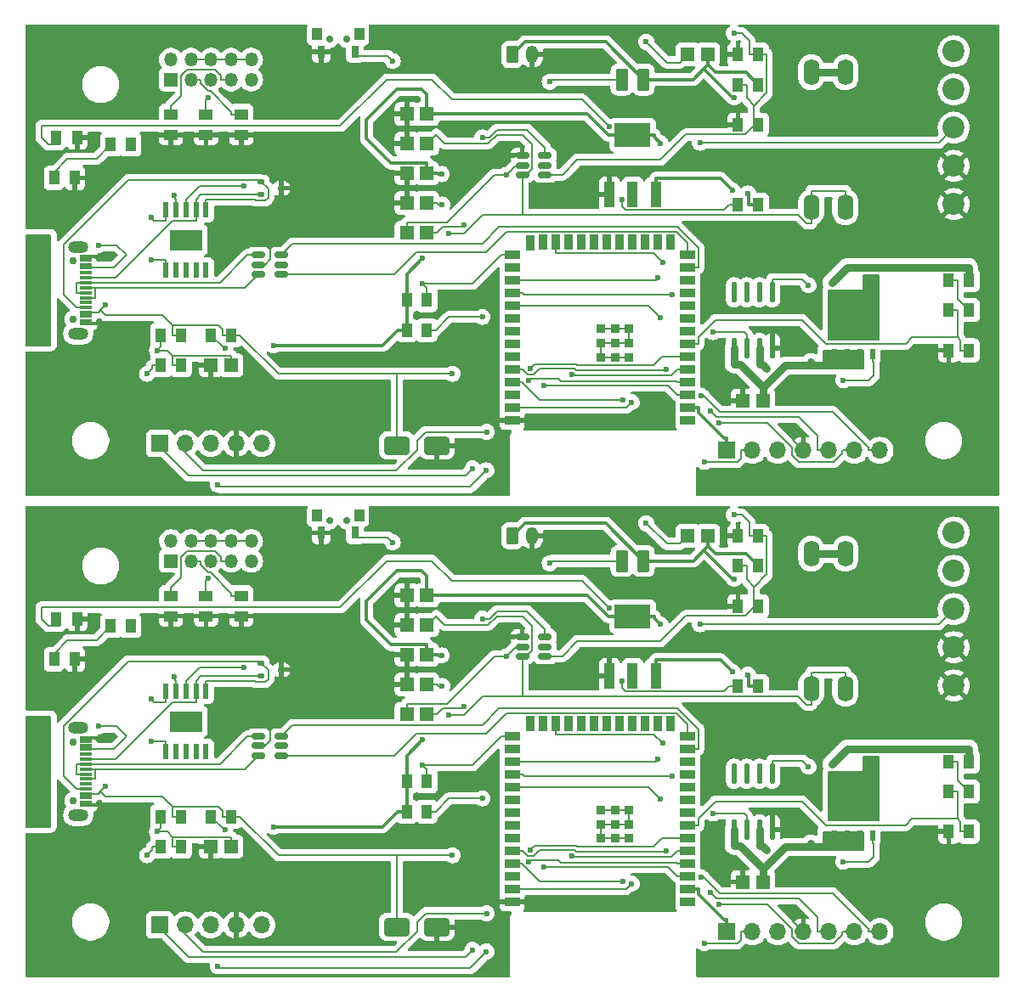
<source format=gtl>
G04 #@! TF.GenerationSoftware,KiCad,Pcbnew,8.0.8*
G04 #@! TF.CreationDate,2025-02-19T19:17:40+01:00*
G04 #@! TF.ProjectId,panelized,70616e65-6c69-47a6-9564-2e6b69636164,rev?*
G04 #@! TF.SameCoordinates,Original*
G04 #@! TF.FileFunction,Copper,L1,Top*
G04 #@! TF.FilePolarity,Positive*
%FSLAX46Y46*%
G04 Gerber Fmt 4.6, Leading zero omitted, Abs format (unit mm)*
G04 Created by KiCad (PCBNEW 8.0.8) date 2025-02-19 19:17:40*
%MOMM*%
%LPD*%
G01*
G04 APERTURE LIST*
G04 Aperture macros list*
%AMRoundRect*
0 Rectangle with rounded corners*
0 $1 Rounding radius*
0 $2 $3 $4 $5 $6 $7 $8 $9 X,Y pos of 4 corners*
0 Add a 4 corners polygon primitive as box body*
4,1,4,$2,$3,$4,$5,$6,$7,$8,$9,$2,$3,0*
0 Add four circle primitives for the rounded corners*
1,1,$1+$1,$2,$3*
1,1,$1+$1,$4,$5*
1,1,$1+$1,$6,$7*
1,1,$1+$1,$8,$9*
0 Add four rect primitives between the rounded corners*
20,1,$1+$1,$2,$3,$4,$5,0*
20,1,$1+$1,$4,$5,$6,$7,0*
20,1,$1+$1,$6,$7,$8,$9,0*
20,1,$1+$1,$8,$9,$2,$3,0*%
G04 Aperture macros list end*
G04 #@! TA.AperFunction,Conductor*
%ADD10C,0.200000*%
G04 #@! TD*
G04 #@! TA.AperFunction,ComponentPad*
%ADD11O,1.600000X2.600000*%
G04 #@! TD*
G04 #@! TA.AperFunction,SMDPad,CuDef*
%ADD12R,1.100000X2.500000*%
G04 #@! TD*
G04 #@! TA.AperFunction,SMDPad,CuDef*
%ADD13R,3.600000X2.340000*%
G04 #@! TD*
G04 #@! TA.AperFunction,SMDPad,CuDef*
%ADD14R,1.130000X1.380000*%
G04 #@! TD*
G04 #@! TA.AperFunction,SMDPad,CuDef*
%ADD15R,1.410000X1.350000*%
G04 #@! TD*
G04 #@! TA.AperFunction,SMDPad,CuDef*
%ADD16R,1.380000X1.130000*%
G04 #@! TD*
G04 #@! TA.AperFunction,SMDPad,CuDef*
%ADD17R,1.000000X1.400000*%
G04 #@! TD*
G04 #@! TA.AperFunction,ComponentPad*
%ADD18C,0.750000*%
G04 #@! TD*
G04 #@! TA.AperFunction,ComponentPad*
%ADD19O,2.000000X1.200000*%
G04 #@! TD*
G04 #@! TA.AperFunction,ComponentPad*
%ADD20O,1.800000X1.200000*%
G04 #@! TD*
G04 #@! TA.AperFunction,SMDPad,CuDef*
%ADD21R,1.300000X0.300000*%
G04 #@! TD*
G04 #@! TA.AperFunction,SMDPad,CuDef*
%ADD22R,1.500000X0.900000*%
G04 #@! TD*
G04 #@! TA.AperFunction,SMDPad,CuDef*
%ADD23R,0.900000X1.500000*%
G04 #@! TD*
G04 #@! TA.AperFunction,SMDPad,CuDef*
%ADD24R,0.900000X0.900000*%
G04 #@! TD*
G04 #@! TA.AperFunction,ComponentPad*
%ADD25R,1.700000X1.700000*%
G04 #@! TD*
G04 #@! TA.AperFunction,ComponentPad*
%ADD26O,1.700000X1.700000*%
G04 #@! TD*
G04 #@! TA.AperFunction,ComponentPad*
%ADD27C,2.200000*%
G04 #@! TD*
G04 #@! TA.AperFunction,SMDPad,CuDef*
%ADD28R,0.600000X1.000000*%
G04 #@! TD*
G04 #@! TA.AperFunction,SMDPad,CuDef*
%ADD29R,4.410000X4.000000*%
G04 #@! TD*
G04 #@! TA.AperFunction,SMDPad,CuDef*
%ADD30RoundRect,0.150000X-0.512500X-0.150000X0.512500X-0.150000X0.512500X0.150000X-0.512500X0.150000X0*%
G04 #@! TD*
G04 #@! TA.AperFunction,SMDPad,CuDef*
%ADD31RoundRect,0.250000X-0.375000X-0.850000X0.375000X-0.850000X0.375000X0.850000X-0.375000X0.850000X0*%
G04 #@! TD*
G04 #@! TA.AperFunction,ComponentPad*
%ADD32C,0.700000*%
G04 #@! TD*
G04 #@! TA.AperFunction,SMDPad,CuDef*
%ADD33R,0.800000X1.300000*%
G04 #@! TD*
G04 #@! TA.AperFunction,SMDPad,CuDef*
%ADD34R,1.000000X1.200000*%
G04 #@! TD*
G04 #@! TA.AperFunction,ComponentPad*
%ADD35R,1.350000X1.350000*%
G04 #@! TD*
G04 #@! TA.AperFunction,ComponentPad*
%ADD36O,1.350000X1.350000*%
G04 #@! TD*
G04 #@! TA.AperFunction,SMDPad,CuDef*
%ADD37RoundRect,0.112500X-0.237500X0.112500X-0.237500X-0.112500X0.237500X-0.112500X0.237500X0.112500X0*%
G04 #@! TD*
G04 #@! TA.AperFunction,ComponentPad*
%ADD38RoundRect,0.250000X-0.350000X-0.625000X0.350000X-0.625000X0.350000X0.625000X-0.350000X0.625000X0*%
G04 #@! TD*
G04 #@! TA.AperFunction,ComponentPad*
%ADD39O,1.200000X1.750000*%
G04 #@! TD*
G04 #@! TA.AperFunction,SMDPad,CuDef*
%ADD40O,0.590000X2.050000*%
G04 #@! TD*
G04 #@! TA.AperFunction,SMDPad,CuDef*
%ADD41R,0.600000X1.500000*%
G04 #@! TD*
G04 #@! TA.AperFunction,SMDPad,CuDef*
%ADD42R,3.300000X2.100000*%
G04 #@! TD*
G04 #@! TA.AperFunction,SMDPad,CuDef*
%ADD43RoundRect,0.250000X-1.000000X-0.650000X1.000000X-0.650000X1.000000X0.650000X-1.000000X0.650000X0*%
G04 #@! TD*
G04 #@! TA.AperFunction,ViaPad*
%ADD44C,0.600000*%
G04 #@! TD*
G04 #@! TA.AperFunction,Conductor*
%ADD45C,0.300000*%
G04 #@! TD*
G04 #@! TA.AperFunction,Conductor*
%ADD46C,0.800000*%
G04 #@! TD*
G04 APERTURE END LIST*
G04 #@! TO.N,Board_1-/V_LED*
D10*
X80000000Y-81007436D02*
X84000000Y-81007436D01*
X84000000Y-82827915D01*
X80000000Y-82827915D01*
X80000000Y-81007436D01*
G04 #@! TA.AperFunction,Conductor*
G36*
X80000000Y-81007436D02*
G01*
X84000000Y-81007436D01*
X84000000Y-82827915D01*
X80000000Y-82827915D01*
X80000000Y-81007436D01*
G37*
G04 #@! TD.AperFunction*
G04 #@! TO.N,Board_0-/LED_1_VCC*
X85500000Y-31900000D02*
X80500000Y-31900000D01*
X80500000Y-27000000D01*
X84000000Y-27000000D01*
X84000000Y-25500000D01*
X85500000Y-25500000D01*
X85500000Y-31900000D01*
G04 #@! TA.AperFunction,Conductor*
G36*
X85500000Y-31900000D02*
G01*
X80500000Y-31900000D01*
X80500000Y-27000000D01*
X84000000Y-27000000D01*
X84000000Y-25500000D01*
X85500000Y-25500000D01*
X85500000Y-31900000D01*
G37*
G04 #@! TD.AperFunction*
G04 #@! TO.N,Board_1-Earth*
X632624Y-69500000D02*
X3000000Y-69500000D01*
X3000000Y-80500000D01*
X632624Y-80500000D01*
X632624Y-69500000D01*
G04 #@! TA.AperFunction,Conductor*
G36*
X632624Y-69500000D02*
G01*
X3000000Y-69500000D01*
X3000000Y-80500000D01*
X632624Y-80500000D01*
X632624Y-69500000D01*
G37*
G04 #@! TD.AperFunction*
G04 #@! TO.N,Board_0-Earth*
X632624Y-21500000D02*
X3000000Y-21500000D01*
X3000000Y-32500000D01*
X632624Y-32500000D01*
X632624Y-21500000D01*
G04 #@! TA.AperFunction,Conductor*
G36*
X632624Y-21500000D02*
G01*
X3000000Y-21500000D01*
X3000000Y-32500000D01*
X632624Y-32500000D01*
X632624Y-21500000D01*
G37*
G04 #@! TD.AperFunction*
G04 #@! TO.N,Board_0-/V_LED*
X80000000Y-33007436D02*
X84000000Y-33007436D01*
X84000000Y-34827915D01*
X80000000Y-34827915D01*
X80000000Y-33007436D01*
G04 #@! TA.AperFunction,Conductor*
G36*
X80000000Y-33007436D02*
G01*
X84000000Y-33007436D01*
X84000000Y-34827915D01*
X80000000Y-34827915D01*
X80000000Y-33007436D01*
G37*
G04 #@! TD.AperFunction*
G04 #@! TO.N,Board_1-/LED_1_VCC*
X85500000Y-79900000D02*
X80500000Y-79900000D01*
X80500000Y-75000000D01*
X84000000Y-75000000D01*
X84000000Y-73500000D01*
X85500000Y-73500000D01*
X85500000Y-79900000D01*
G04 #@! TA.AperFunction,Conductor*
G36*
X85500000Y-79900000D02*
G01*
X80500000Y-79900000D01*
X80500000Y-75000000D01*
X84000000Y-75000000D01*
X84000000Y-73500000D01*
X85500000Y-73500000D01*
X85500000Y-79900000D01*
G37*
G04 #@! TD.AperFunction*
G04 #@! TD*
D11*
G04 #@! TO.P,F2,1*
G04 #@! TO.N,Board_0-/VBUS_C*
X78800000Y-18730000D03*
X82200000Y-18730000D03*
G04 #@! TO.P,F2,2*
G04 #@! TO.N,Board_0-/V_LED*
X78800000Y-5270000D03*
X82200000Y-5270000D03*
G04 #@! TD*
D12*
G04 #@! TO.P,U9,1,GND*
G04 #@! TO.N,Board_0-GND*
X58700000Y-17470000D03*
G04 #@! TO.P,U9,2,VOUT*
G04 #@! TO.N,Board_0-unconnected-(U9-VOUT-Pad2)*
X61000000Y-17470000D03*
G04 #@! TO.P,U9,3,VIN*
G04 #@! TO.N,Board_0-+5V*
X63300000Y-17470000D03*
D13*
G04 #@! TO.P,U9,4,VOUT*
G04 #@! TO.N,Board_0-+3.3V*
X61000000Y-11530000D03*
G04 #@! TD*
D14*
G04 #@! TO.P,R6,1,1*
G04 #@! TO.N,Board_0-+3.3V*
X38500000Y-31000000D03*
G04 #@! TO.P,R6,2,2*
G04 #@! TO.N,Board_0-Net-(U5-EN)*
X40500000Y-31000000D03*
G04 #@! TD*
D15*
G04 #@! TO.P,C5,1,1*
G04 #@! TO.N,Board_0-GND*
X38500000Y-12400000D03*
G04 #@! TO.P,C5,2,2*
G04 #@! TO.N,Board_0-/VBUS_C*
X40500000Y-12400000D03*
G04 #@! TD*
D14*
G04 #@! TO.P,R4,1,1*
G04 #@! TO.N,Board_0-Net-(U3-VBUS)*
X19000000Y-31500000D03*
G04 #@! TO.P,R4,2,2*
G04 #@! TO.N,Board_0-/VBUS_C*
X21000000Y-31500000D03*
G04 #@! TD*
D16*
G04 #@! TO.P,R17,1,1*
G04 #@! TO.N,Board_0-GND*
X15000000Y-11500000D03*
G04 #@! TO.P,R17,2,2*
G04 #@! TO.N,Board_0-Net-(J4-Pin_7)*
X15000000Y-9500000D03*
G04 #@! TD*
D14*
G04 #@! TO.P,R15,1,1*
G04 #@! TO.N,Board_0-Net-(R10-Pad2)*
X92500000Y-26000000D03*
G04 #@! TO.P,R15,2,2*
G04 #@! TO.N,Board_0-/V_LED*
X94500000Y-26000000D03*
G04 #@! TD*
G04 #@! TO.P,R7,1,1*
G04 #@! TO.N,Board_0-+3.3V*
X38500000Y-28000000D03*
G04 #@! TO.P,R7,2,2*
G04 #@! TO.N,Board_0-Net-(U5-IO0)*
X40500000Y-28000000D03*
G04 #@! TD*
D17*
G04 #@! TO.P,D2,1,K*
G04 #@! TO.N,Board_0-GND*
X5650000Y-11800000D03*
G04 #@! TO.P,D2,2,A*
G04 #@! TO.N,Board_0-Net-(D2-A)*
X3550000Y-11800000D03*
G04 #@! TD*
D18*
G04 #@! TO.P,J2,*
G04 #@! TO.N,*
X5262500Y-72100000D03*
X5262500Y-77900000D03*
D19*
G04 #@! TO.P,J2,0*
G04 #@! TO.N,Board_1-Earth*
X5762500Y-70670000D03*
G04 #@! TO.P,J2,1*
X5762500Y-79330000D03*
D20*
G04 #@! TO.P,J2,2*
X1582500Y-79330000D03*
G04 #@! TO.P,J2,3*
X1582500Y-70670000D03*
D21*
G04 #@! TO.P,J2,A1,GND*
G04 #@! TO.N,Board_1-GND*
X6522500Y-71650000D03*
G04 #@! TO.P,J2,A4,VBUS*
G04 #@! TO.N,Board_1-/VBUS_C*
X6522500Y-72450000D03*
G04 #@! TO.P,J2,A5,CC1*
G04 #@! TO.N,Board_1-Net-(D1-K2)*
X6522500Y-73750000D03*
G04 #@! TO.P,J2,A6,D+*
G04 #@! TO.N,Board_1-/D+*
X6522500Y-74750000D03*
G04 #@! TO.P,J2,A7,D-*
G04 #@! TO.N,Board_1-/D-*
X6522500Y-75250000D03*
G04 #@! TO.P,J2,A8,SBU1*
G04 #@! TO.N,Board_1-unconnected-(J2-SBU1-PadA8)*
X6522500Y-76250000D03*
G04 #@! TO.P,J2,A9,VBUS*
G04 #@! TO.N,Board_1-/VBUS_C*
X6522500Y-77550000D03*
G04 #@! TO.P,J2,A12,GND*
G04 #@! TO.N,Board_1-GND*
X6522500Y-78350000D03*
G04 #@! TO.P,J2,B1,GND*
X6522500Y-78050000D03*
G04 #@! TO.P,J2,B4,VBUS*
G04 #@! TO.N,Board_1-/VBUS_C*
X6522500Y-77250000D03*
G04 #@! TO.P,J2,B5,CC2*
G04 #@! TO.N,Board_1-Net-(D1-K1)*
X6522500Y-76750000D03*
G04 #@! TO.P,J2,B6,D+*
G04 #@! TO.N,Board_1-/D+*
X6522500Y-75750000D03*
G04 #@! TO.P,J2,B7,D-*
G04 #@! TO.N,Board_1-/D-*
X6522500Y-74250000D03*
G04 #@! TO.P,J2,B8,SBU2*
G04 #@! TO.N,Board_1-unconnected-(J2-SBU2-PadB8)*
X6522500Y-73250000D03*
G04 #@! TO.P,J2,B9,VBUS*
G04 #@! TO.N,Board_1-/VBUS_C*
X6522500Y-72750000D03*
G04 #@! TO.P,J2,B12,GND*
G04 #@! TO.N,Board_1-GND*
X6522500Y-71950000D03*
G04 #@! TD*
D22*
G04 #@! TO.P,U5,1,GND*
G04 #@! TO.N,Board_0-unconnected-(U5-GND-Pad1)*
X66500000Y-40000000D03*
G04 #@! TO.P,U5,2,3V3*
G04 #@! TO.N,Board_0-+3.3V*
X66500000Y-38730000D03*
G04 #@! TO.P,U5,3,EN*
G04 #@! TO.N,Board_0-Net-(U5-EN)*
X66500000Y-37460000D03*
G04 #@! TO.P,U5,4,IO4*
G04 #@! TO.N,Board_0-/GPIO4*
X66500000Y-36190000D03*
G04 #@! TO.P,U5,5,IO5*
G04 #@! TO.N,Board_0-/GPIO5*
X66500000Y-34920000D03*
G04 #@! TO.P,U5,6,IO6*
G04 #@! TO.N,Board_0-/GPIO6*
X66500000Y-33650000D03*
G04 #@! TO.P,U5,7,IO7*
G04 #@! TO.N,Board_0-/VOLT_OUT*
X66500000Y-32380000D03*
G04 #@! TO.P,U5,8,IO15*
G04 #@! TO.N,Board_0-unconnected-(U5-IO15-Pad8)*
X66500000Y-31110000D03*
G04 #@! TO.P,U5,9,IO16*
G04 #@! TO.N,Board_0-unconnected-(U5-IO16-Pad9)*
X66500000Y-29840000D03*
G04 #@! TO.P,U5,10,IO17*
G04 #@! TO.N,Board_0-unconnected-(U5-IO17-Pad10)*
X66500000Y-28570000D03*
G04 #@! TO.P,U5,11,IO18*
G04 #@! TO.N,Board_0-/GPIO18*
X66500000Y-27300000D03*
G04 #@! TO.P,U5,12,IO8*
G04 #@! TO.N,Board_0-/GPIO12*
X66500000Y-26030000D03*
G04 #@! TO.P,U5,13,IO19*
G04 #@! TO.N,Board_0-/D-_OUT*
X66500000Y-24760000D03*
G04 #@! TO.P,U5,14,IO20*
G04 #@! TO.N,Board_0-/D+_OUT*
X66500000Y-23490000D03*
D23*
G04 #@! TO.P,U5,15,IO3*
G04 #@! TO.N,Board_0-unconnected-(U5-IO3-Pad15)*
X64740000Y-22220000D03*
G04 #@! TO.P,U5,16,IO46*
G04 #@! TO.N,Board_0-unconnected-(U5-IO46-Pad16)*
X63470000Y-22220000D03*
G04 #@! TO.P,U5,17,IO9*
G04 #@! TO.N,Board_0-unconnected-(U5-IO9-Pad17)*
X62200000Y-22220000D03*
G04 #@! TO.P,U5,18,IO10*
G04 #@! TO.N,Board_0-unconnected-(U5-IO10-Pad18)*
X60930000Y-22220000D03*
G04 #@! TO.P,U5,19,IO11*
G04 #@! TO.N,Board_0-unconnected-(U5-IO11-Pad19)*
X59660000Y-22220000D03*
G04 #@! TO.P,U5,20,IO12*
G04 #@! TO.N,Board_0-unconnected-(U5-IO12-Pad20)*
X58380000Y-22220000D03*
G04 #@! TO.P,U5,21,IO13*
G04 #@! TO.N,Board_0-unconnected-(U5-IO13-Pad21)*
X57120000Y-22220000D03*
G04 #@! TO.P,U5,22,IO14*
G04 #@! TO.N,Board_0-unconnected-(U5-IO14-Pad22)*
X55850000Y-22220000D03*
G04 #@! TO.P,U5,23,IO21*
G04 #@! TO.N,Board_0-unconnected-(U5-IO21-Pad23)*
X54580000Y-22220000D03*
G04 #@! TO.P,U5,24,IO47*
G04 #@! TO.N,Board_0-/MOS_1*
X53300000Y-22220000D03*
G04 #@! TO.P,U5,25,IO48*
G04 #@! TO.N,Board_0-unconnected-(U5-IO48-Pad25)*
X52030000Y-22220000D03*
G04 #@! TO.P,U5,26,IO45*
G04 #@! TO.N,Board_0-unconnected-(U5-IO45-Pad26)*
X50760000Y-22250000D03*
D22*
G04 #@! TO.P,U5,27,IO0*
G04 #@! TO.N,Board_0-Net-(U5-IO0)*
X49000000Y-23490000D03*
G04 #@! TO.P,U5,28,IO35*
G04 #@! TO.N,Board_0-/GPIO35*
X49000000Y-24760000D03*
G04 #@! TO.P,U5,29,IO36*
G04 #@! TO.N,Board_0-/GPIO36*
X49000000Y-26030000D03*
G04 #@! TO.P,U5,30,IO37*
G04 #@! TO.N,Board_0-/GPIO37*
X49000000Y-27300000D03*
G04 #@! TO.P,U5,31,IO38*
G04 #@! TO.N,Board_0-/GPIO38*
X49000000Y-28570000D03*
G04 #@! TO.P,U5,32,IO39*
G04 #@! TO.N,Board_0-/GPIO39*
X49000000Y-29840000D03*
G04 #@! TO.P,U5,33,IO40*
G04 #@! TO.N,Board_0-/GPIO40*
X49000000Y-31110000D03*
G04 #@! TO.P,U5,34,IO41*
G04 #@! TO.N,Board_0-/GPIO41*
X49000000Y-32380000D03*
G04 #@! TO.P,U5,35,IO42*
G04 #@! TO.N,Board_0-/GPIO42*
X49000000Y-33650000D03*
G04 #@! TO.P,U5,36,RXD0*
G04 #@! TO.N,Board_0-/RX*
X49000000Y-34920000D03*
G04 #@! TO.P,U5,37,TXD0*
G04 #@! TO.N,Board_0-/TX*
X49000000Y-36190000D03*
G04 #@! TO.P,U5,38,IO2*
G04 #@! TO.N,Board_0-unconnected-(U5-IO2-Pad38)*
X49000000Y-37460000D03*
G04 #@! TO.P,U5,39,IO1*
G04 #@! TO.N,Board_0-/LED_DATA*
X49000000Y-38730000D03*
G04 #@! TO.P,U5,40,GND*
G04 #@! TO.N,Board_0-GND*
X49000000Y-40000000D03*
D24*
G04 #@! TO.P,U5,41,EPAD*
G04 #@! TO.N,Board_0-unconnected-(U5-EPAD-Pad41)*
X60650000Y-33680000D03*
X60650000Y-32280000D03*
X60650000Y-30880000D03*
X59250000Y-33680000D03*
X59250000Y-32280000D03*
X59250000Y-30880000D03*
X57850000Y-33680000D03*
X57850000Y-32280000D03*
X57850000Y-30880000D03*
G04 #@! TD*
D17*
G04 #@! TO.P,D4,1,K*
G04 #@! TO.N,Board_1-GND*
X5450000Y-63810000D03*
G04 #@! TO.P,D4,2,A*
G04 #@! TO.N,Board_1-Net-(D4-A)*
X3350000Y-63810000D03*
G04 #@! TD*
D25*
G04 #@! TO.P,J8,1,Pin_1*
G04 #@! TO.N,Board_0-+3.3V*
X70400000Y-42975000D03*
D26*
G04 #@! TO.P,J8,2,Pin_2*
G04 #@! TO.N,Board_0-/TX*
X72940000Y-42975000D03*
G04 #@! TO.P,J8,3,Pin_3*
G04 #@! TO.N,Board_0-/RX*
X75480000Y-42975000D03*
G04 #@! TO.P,J8,4,Pin_4*
G04 #@! TO.N,Board_0-GND*
X78020000Y-42975000D03*
G04 #@! TO.P,J8,5,Pin_5*
G04 #@! TO.N,Board_0-/GPIO38*
X80560000Y-42975000D03*
G04 #@! TO.P,J8,6,Pin_6*
G04 #@! TO.N,Board_0-/GPIO37*
X83100000Y-42975000D03*
G04 #@! TO.P,J8,7,Pin_7*
G04 #@! TO.N,Board_0-/GPIO36*
X85640000Y-42975000D03*
G04 #@! TD*
D14*
G04 #@! TO.P,R20,1,1*
G04 #@! TO.N,Board_0-/FB*
X71500000Y-6500000D03*
G04 #@! TO.P,R20,2,2*
G04 #@! TO.N,Board_0-+5V*
X73500000Y-6500000D03*
G04 #@! TD*
D15*
G04 #@! TO.P,C6,1,1*
G04 #@! TO.N,Board_0-GND*
X38500000Y-15350000D03*
G04 #@! TO.P,C6,2,2*
G04 #@! TO.N,Board_0-+3.3V*
X40500000Y-15350000D03*
G04 #@! TD*
D27*
G04 #@! TO.P,J10,1,Pin_1*
G04 #@! TO.N,Board_1-/LED_1_VCC*
X93000000Y-51190000D03*
G04 #@! TO.P,J10,2,Pin_2*
X93000000Y-55000000D03*
G04 #@! TO.P,J10,3,Pin_3*
G04 #@! TO.N,Board_1-/LED_DATA*
X93000000Y-58810000D03*
G04 #@! TO.P,J10,4,Pin_4*
G04 #@! TO.N,Board_1-GND*
X93000000Y-62620000D03*
G04 #@! TO.P,J10,5,Pin_5*
X93000000Y-66430000D03*
G04 #@! TD*
D28*
G04 #@! TO.P,REF\u002A\u002A,1*
G04 #@! TO.N,Board_0-Net-(Q3-G)*
X84900000Y-33420000D03*
G04 #@! TO.P,REF\u002A\u002A,2*
G04 #@! TO.N,Board_0-/LED_1_VCC*
X81090000Y-27580000D03*
X82370000Y-27580000D03*
D29*
X83000000Y-29890000D03*
D28*
X83630000Y-27580000D03*
X84900000Y-27580000D03*
G04 #@! TO.P,REF\u002A\u002A,3*
G04 #@! TO.N,Board_0-/V_LED*
X81090000Y-33420000D03*
X82370000Y-33420000D03*
X83630000Y-33420000D03*
G04 #@! TD*
D30*
G04 #@! TO.P,U7,1,GND*
G04 #@! TO.N,Board_1-GND*
X50000000Y-61600000D03*
G04 #@! TO.P,U7,2,SW*
G04 #@! TO.N,Board_1-/SW_5V*
X50000000Y-62550000D03*
G04 #@! TO.P,U7,3,VIN*
G04 #@! TO.N,Board_1-/VBUS_C*
X50000000Y-63500000D03*
G04 #@! TO.P,U7,4,FB*
G04 #@! TO.N,Board_1-/FB*
X52275000Y-63500000D03*
G04 #@! TO.P,U7,5,EN*
G04 #@! TO.N,Board_1-unconnected-(U7-EN-Pad5)*
X52275000Y-62550000D03*
G04 #@! TO.P,U7,6,BOOT*
G04 #@! TO.N,Board_1-/BOOT*
X52275000Y-61600000D03*
G04 #@! TD*
D15*
G04 #@! TO.P,C29,1,1*
G04 #@! TO.N,Board_1-/SW_5V*
X38500000Y-69250000D03*
G04 #@! TO.P,C29,2,2*
G04 #@! TO.N,Board_1-/BOOT*
X40500000Y-69250000D03*
G04 #@! TD*
D30*
G04 #@! TO.P,U7,1,GND*
G04 #@! TO.N,Board_0-GND*
X50000000Y-13600000D03*
G04 #@! TO.P,U7,2,SW*
G04 #@! TO.N,Board_0-/SW_5V*
X50000000Y-14550000D03*
G04 #@! TO.P,U7,3,VIN*
G04 #@! TO.N,Board_0-/VBUS_C*
X50000000Y-15500000D03*
G04 #@! TO.P,U7,4,FB*
G04 #@! TO.N,Board_0-/FB*
X52275000Y-15500000D03*
G04 #@! TO.P,U7,5,EN*
G04 #@! TO.N,Board_0-unconnected-(U7-EN-Pad5)*
X52275000Y-14550000D03*
G04 #@! TO.P,U7,6,BOOT*
G04 #@! TO.N,Board_0-/BOOT*
X52275000Y-13600000D03*
G04 #@! TD*
D31*
G04 #@! TO.P,L2,1,1*
G04 #@! TO.N,Board_1-/SW_5V*
X59925000Y-54000000D03*
G04 #@! TO.P,L2,2,2*
G04 #@! TO.N,Board_1-+5V*
X62075000Y-54000000D03*
G04 #@! TD*
D17*
G04 #@! TO.P,D4,1,K*
G04 #@! TO.N,Board_0-GND*
X5450000Y-15810000D03*
G04 #@! TO.P,D4,2,A*
G04 #@! TO.N,Board_0-Net-(D4-A)*
X3350000Y-15810000D03*
G04 #@! TD*
D15*
G04 #@! TO.P,C30,1,1*
G04 #@! TO.N,Board_1-/FB*
X66500000Y-51500000D03*
G04 #@! TO.P,C30,2,2*
G04 #@! TO.N,Board_1-+5V*
X68500000Y-51500000D03*
G04 #@! TD*
D14*
G04 #@! TO.P,R5,1,1*
G04 #@! TO.N,Board_0-Net-(U3-PG)*
X14000000Y-34500000D03*
G04 #@! TO.P,R5,2,2*
G04 #@! TO.N,Board_0-/VDD_C*
X16000000Y-34500000D03*
G04 #@! TD*
G04 #@! TO.P,R3,1,1*
G04 #@! TO.N,Board_0-/VDD_C*
X14000000Y-31500000D03*
G04 #@! TO.P,R3,2,2*
G04 #@! TO.N,Board_0-/VBUS_C*
X16000000Y-31500000D03*
G04 #@! TD*
D16*
G04 #@! TO.P,R2,1,1*
G04 #@! TO.N,Board_0-GND*
X22000000Y-11500000D03*
G04 #@! TO.P,R2,2,2*
G04 #@! TO.N,Board_0-Net-(J4-Pin_3)*
X22000000Y-9500000D03*
G04 #@! TD*
D14*
G04 #@! TO.P,R22,1,1*
G04 #@! TO.N,Board_1-GND*
X71500000Y-51500000D03*
G04 #@! TO.P,R22,2,2*
G04 #@! TO.N,Board_1-/FB*
X73500000Y-51500000D03*
G04 #@! TD*
D32*
G04 #@! TO.P,SW1,*
G04 #@! TO.N,*
X30800000Y-50000000D03*
X32500000Y-50000000D03*
D33*
G04 #@! TO.P,SW1,1,1*
G04 #@! TO.N,Board_1-GND*
X29970000Y-51200000D03*
G04 #@! TO.P,SW1,2,2*
G04 #@! TO.N,Board_1-Net-(U5-IO0)*
X33330000Y-51200000D03*
D34*
G04 #@! TO.P,SW1,3*
G04 #@! TO.N,N/C*
X33750000Y-49500000D03*
G04 #@! TO.P,SW1,4*
X29550000Y-49500000D03*
G04 #@! TD*
D35*
G04 #@! TO.P,J4,1,Pin_1*
G04 #@! TO.N,Board_1-unconnected-(J4-Pin_1-Pad1)*
X15000000Y-54000000D03*
D36*
G04 #@! TO.P,J4,2,Pin_2*
G04 #@! TO.N,Board_1-unconnected-(J4-Pin_2-Pad2)*
X15000000Y-52000000D03*
G04 #@! TO.P,J4,3,Pin_3*
G04 #@! TO.N,Board_1-Net-(J4-Pin_3)*
X17000000Y-54000000D03*
G04 #@! TO.P,J4,4,Pin_4*
G04 #@! TO.N,Board_1-Net-(J4-Pin_10)*
X17000000Y-52000000D03*
G04 #@! TO.P,J4,5,Pin_5*
G04 #@! TO.N,Board_1-Net-(J4-Pin_5)*
X19000000Y-54000000D03*
G04 #@! TO.P,J4,6,Pin_6*
G04 #@! TO.N,Board_1-Net-(J4-Pin_10)*
X19000000Y-52000000D03*
G04 #@! TO.P,J4,7,Pin_7*
G04 #@! TO.N,Board_1-Net-(J4-Pin_7)*
X21000000Y-54000000D03*
G04 #@! TO.P,J4,8,Pin_8*
G04 #@! TO.N,Board_1-Net-(J4-Pin_10)*
X21000000Y-52000000D03*
G04 #@! TO.P,J4,9,Pin_9*
G04 #@! TO.N,Board_1-/VDD_C*
X23000000Y-54000000D03*
G04 #@! TO.P,J4,10,Pin_10*
G04 #@! TO.N,Board_1-Net-(J4-Pin_10)*
X23000000Y-52000000D03*
G04 #@! TD*
D30*
G04 #@! TO.P,U1,1,I/O1*
G04 #@! TO.N,Board_1-/D-*
X23725000Y-71500000D03*
G04 #@! TO.P,U1,2,GND*
G04 #@! TO.N,Board_1-GND*
X23725000Y-72450000D03*
G04 #@! TO.P,U1,3,I/O2*
G04 #@! TO.N,Board_1-/D+*
X23725000Y-73400000D03*
G04 #@! TO.P,U1,4,I/O2*
G04 #@! TO.N,Board_1-/D+_OUT*
X26000000Y-73400000D03*
G04 #@! TO.P,U1,5,VBUS*
G04 #@! TO.N,Board_1-unconnected-(U1-VBUS-Pad5)*
X26000000Y-72450000D03*
G04 #@! TO.P,U1,6,I/O1*
G04 #@! TO.N,Board_1-/D-_OUT*
X26000000Y-71500000D03*
G04 #@! TD*
D37*
G04 #@! TO.P,D1,1,K1*
G04 #@! TO.N,Board_1-Net-(D1-K1)*
X24000000Y-64200000D03*
G04 #@! TO.P,D1,2,K2*
G04 #@! TO.N,Board_1-Net-(D1-K2)*
X24000000Y-65500000D03*
G04 #@! TO.P,D1,3,A*
G04 #@! TO.N,Board_1-GND*
X26000000Y-64850000D03*
G04 #@! TD*
D14*
G04 #@! TO.P,R20,1,1*
G04 #@! TO.N,Board_1-/FB*
X71500000Y-54500000D03*
G04 #@! TO.P,R20,2,2*
G04 #@! TO.N,Board_1-+5V*
X73500000Y-54500000D03*
G04 #@! TD*
D11*
G04 #@! TO.P,F2,1*
G04 #@! TO.N,Board_1-/VBUS_C*
X78800000Y-66730000D03*
X82200000Y-66730000D03*
G04 #@! TO.P,F2,2*
G04 #@! TO.N,Board_1-/V_LED*
X78800000Y-53270000D03*
X82200000Y-53270000D03*
G04 #@! TD*
D16*
G04 #@! TO.P,R17,1,1*
G04 #@! TO.N,Board_1-GND*
X15000000Y-59500000D03*
G04 #@! TO.P,R17,2,2*
G04 #@! TO.N,Board_1-Net-(J4-Pin_7)*
X15000000Y-57500000D03*
G04 #@! TD*
D14*
G04 #@! TO.P,R7,1,1*
G04 #@! TO.N,Board_1-+3.3V*
X38500000Y-76000000D03*
G04 #@! TO.P,R7,2,2*
G04 #@! TO.N,Board_1-Net-(U5-IO0)*
X40500000Y-76000000D03*
G04 #@! TD*
G04 #@! TO.P,R4,1,1*
G04 #@! TO.N,Board_1-Net-(U3-VBUS)*
X19000000Y-79500000D03*
G04 #@! TO.P,R4,2,2*
G04 #@! TO.N,Board_1-/VBUS_C*
X21000000Y-79500000D03*
G04 #@! TD*
D38*
G04 #@! TO.P,J7,1,Pin_1*
G04 #@! TO.N,Board_1-+5V*
X49000000Y-51500000D03*
D39*
G04 #@! TO.P,J7,2,Pin_2*
G04 #@! TO.N,Board_1-GND*
X51000000Y-51500000D03*
G04 #@! TD*
D40*
G04 #@! TO.P,U4,1,V+*
G04 #@! TO.N,Board_1-/V_LED*
X71090000Y-80770000D03*
G04 #@! TO.P,U4,2,Input*
G04 #@! TO.N,Board_1-/MOS_1*
X72370000Y-80770000D03*
G04 #@! TO.P,U4,3,Source*
G04 #@! TO.N,Board_1-/LED_1_VCC*
X73630000Y-80770000D03*
G04 #@! TO.P,U4,4,GND*
G04 #@! TO.N,Board_1-GND*
X74900000Y-80770000D03*
G04 #@! TO.P,U4,5,Gate*
G04 #@! TO.N,Board_1-Net-(Q3-G)*
X74900000Y-75230000D03*
G04 #@! TO.P,U4,6,NC*
G04 #@! TO.N,Board_1-unconnected-(U4-NC-Pad6)*
X73630000Y-75230000D03*
G04 #@! TO.P,U4,7,NC*
G04 #@! TO.N,Board_1-unconnected-(U4-NC-Pad7)*
X72370000Y-75230000D03*
G04 #@! TO.P,U4,8,NC*
G04 #@! TO.N,Board_1-unconnected-(U4-NC-Pad8)*
X71090000Y-75230000D03*
G04 #@! TD*
D15*
G04 #@! TO.P,C6,1,1*
G04 #@! TO.N,Board_1-GND*
X38500000Y-63350000D03*
G04 #@! TO.P,C6,2,2*
G04 #@! TO.N,Board_1-+3.3V*
X40500000Y-63350000D03*
G04 #@! TD*
D30*
G04 #@! TO.P,U1,1,I/O1*
G04 #@! TO.N,Board_0-/D-*
X23725000Y-23500000D03*
G04 #@! TO.P,U1,2,GND*
G04 #@! TO.N,Board_0-GND*
X23725000Y-24450000D03*
G04 #@! TO.P,U1,3,I/O2*
G04 #@! TO.N,Board_0-/D+*
X23725000Y-25400000D03*
G04 #@! TO.P,U1,4,I/O2*
G04 #@! TO.N,Board_0-/D+_OUT*
X26000000Y-25400000D03*
G04 #@! TO.P,U1,5,VBUS*
G04 #@! TO.N,Board_0-unconnected-(U1-VBUS-Pad5)*
X26000000Y-24450000D03*
G04 #@! TO.P,U1,6,I/O1*
G04 #@! TO.N,Board_0-/D-_OUT*
X26000000Y-23500000D03*
G04 #@! TD*
D15*
G04 #@! TO.P,C7,1,1*
G04 #@! TO.N,Board_0-GND*
X38500000Y-18300000D03*
G04 #@! TO.P,C7,2,2*
G04 #@! TO.N,Board_0-Net-(U5-EN)*
X40500000Y-18300000D03*
G04 #@! TD*
D27*
G04 #@! TO.P,J10,1,Pin_1*
G04 #@! TO.N,Board_0-/LED_1_VCC*
X93000000Y-3190000D03*
G04 #@! TO.P,J10,2,Pin_2*
X93000000Y-7000000D03*
G04 #@! TO.P,J10,3,Pin_3*
G04 #@! TO.N,Board_0-/LED_DATA*
X93000000Y-10810000D03*
G04 #@! TO.P,J10,4,Pin_4*
G04 #@! TO.N,Board_0-GND*
X93000000Y-14620000D03*
G04 #@! TO.P,J10,5,Pin_5*
X93000000Y-18430000D03*
G04 #@! TD*
D41*
G04 #@! TO.P,U3,1,VDD*
G04 #@! TO.N,Board_0-/VDD_C*
X14500000Y-25000000D03*
G04 #@! TO.P,U3,2,CFG2*
G04 #@! TO.N,Board_0-unconnected-(U3-CFG2-Pad2)*
X15500000Y-25000000D03*
G04 #@! TO.P,U3,3,CFG3*
G04 #@! TO.N,Board_0-unconnected-(U3-CFG3-Pad3)*
X16500000Y-25000000D03*
G04 #@! TO.P,U3,4,DP*
G04 #@! TO.N,Board_0-unconnected-(U3-DP-Pad4)*
X17500000Y-25000000D03*
G04 #@! TO.P,U3,5,DM*
G04 #@! TO.N,Board_0-unconnected-(U3-DM-Pad5)*
X18500000Y-25000000D03*
G04 #@! TO.P,U3,6,CC2*
G04 #@! TO.N,Board_0-Net-(D1-K1)*
X18500000Y-19000000D03*
G04 #@! TO.P,U3,7,CC1*
G04 #@! TO.N,Board_0-Net-(D1-K2)*
X17500000Y-19000000D03*
G04 #@! TO.P,U3,8,VBUS*
G04 #@! TO.N,Board_0-Net-(U3-VBUS)*
X16500000Y-19000000D03*
G04 #@! TO.P,U3,9,CFG1*
G04 #@! TO.N,Board_0-Net-(J4-Pin_10)*
X15500000Y-19000000D03*
G04 #@! TO.P,U3,10,PG*
G04 #@! TO.N,Board_0-Net-(U3-PG)*
X14500000Y-19000000D03*
D42*
G04 #@! TO.P,U3,11*
G04 #@! TO.N,N/C*
X16500000Y-22000000D03*
G04 #@! TD*
D14*
G04 #@! TO.P,R12,1,1*
G04 #@! TO.N,Board_0-Net-(D4-A)*
X9000000Y-12500000D03*
G04 #@! TO.P,R12,2,2*
G04 #@! TO.N,Board_0-/OUT*
X11000000Y-12500000D03*
G04 #@! TD*
D16*
G04 #@! TO.P,R16,1,1*
G04 #@! TO.N,Board_1-GND*
X18500000Y-59500000D03*
G04 #@! TO.P,R16,2,2*
G04 #@! TO.N,Board_1-Net-(J4-Pin_5)*
X18500000Y-57500000D03*
G04 #@! TD*
D43*
G04 #@! TO.P,D3,1,A1*
G04 #@! TO.N,Board_0-/VBUS_C*
X37500000Y-42500000D03*
G04 #@! TO.P,D3,2,A2*
G04 #@! TO.N,Board_0-GND*
X41500000Y-42500000D03*
G04 #@! TD*
D14*
G04 #@! TO.P,R10,1,1*
G04 #@! TO.N,Board_0-/VOLT_OUT*
X92500000Y-29000000D03*
G04 #@! TO.P,R10,2,2*
G04 #@! TO.N,Board_0-Net-(R10-Pad2)*
X94500000Y-29000000D03*
G04 #@! TD*
D25*
G04 #@! TO.P,J6,1,Pin_1*
G04 #@! TO.N,Board_1-/GPIO6*
X13880000Y-90300000D03*
D26*
G04 #@! TO.P,J6,2,Pin_2*
G04 #@! TO.N,Board_1-/GPIO5*
X16420000Y-90300000D03*
G04 #@! TO.P,J6,3,Pin_3*
G04 #@! TO.N,Board_1-/GPIO4*
X18960000Y-90300000D03*
G04 #@! TO.P,J6,4,Pin_4*
G04 #@! TO.N,Board_1-GND*
X21500000Y-90300000D03*
G04 #@! TO.P,J6,5,Pin_5*
G04 #@! TO.N,Board_1-+3.3V*
X24040000Y-90300000D03*
G04 #@! TD*
D38*
G04 #@! TO.P,J7,1,Pin_1*
G04 #@! TO.N,Board_0-+5V*
X49000000Y-3500000D03*
D39*
G04 #@! TO.P,J7,2,Pin_2*
G04 #@! TO.N,Board_0-GND*
X51000000Y-3500000D03*
G04 #@! TD*
D16*
G04 #@! TO.P,R16,1,1*
G04 #@! TO.N,Board_0-GND*
X18500000Y-11500000D03*
G04 #@! TO.P,R16,2,2*
G04 #@! TO.N,Board_0-Net-(J4-Pin_5)*
X18500000Y-9500000D03*
G04 #@! TD*
D40*
G04 #@! TO.P,U4,1,V+*
G04 #@! TO.N,Board_0-/V_LED*
X71090000Y-32770000D03*
G04 #@! TO.P,U4,2,Input*
G04 #@! TO.N,Board_0-/MOS_1*
X72370000Y-32770000D03*
G04 #@! TO.P,U4,3,Source*
G04 #@! TO.N,Board_0-/LED_1_VCC*
X73630000Y-32770000D03*
G04 #@! TO.P,U4,4,GND*
G04 #@! TO.N,Board_0-GND*
X74900000Y-32770000D03*
G04 #@! TO.P,U4,5,Gate*
G04 #@! TO.N,Board_0-Net-(Q3-G)*
X74900000Y-27230000D03*
G04 #@! TO.P,U4,6,NC*
G04 #@! TO.N,Board_0-unconnected-(U4-NC-Pad6)*
X73630000Y-27230000D03*
G04 #@! TO.P,U4,7,NC*
G04 #@! TO.N,Board_0-unconnected-(U4-NC-Pad7)*
X72370000Y-27230000D03*
G04 #@! TO.P,U4,8,NC*
G04 #@! TO.N,Board_0-unconnected-(U4-NC-Pad8)*
X71090000Y-27230000D03*
G04 #@! TD*
D25*
G04 #@! TO.P,J8,1,Pin_1*
G04 #@! TO.N,Board_1-+3.3V*
X70400000Y-90975000D03*
D26*
G04 #@! TO.P,J8,2,Pin_2*
G04 #@! TO.N,Board_1-/TX*
X72940000Y-90975000D03*
G04 #@! TO.P,J8,3,Pin_3*
G04 #@! TO.N,Board_1-/RX*
X75480000Y-90975000D03*
G04 #@! TO.P,J8,4,Pin_4*
G04 #@! TO.N,Board_1-GND*
X78020000Y-90975000D03*
G04 #@! TO.P,J8,5,Pin_5*
G04 #@! TO.N,Board_1-/GPIO38*
X80560000Y-90975000D03*
G04 #@! TO.P,J8,6,Pin_6*
G04 #@! TO.N,Board_1-/GPIO37*
X83100000Y-90975000D03*
G04 #@! TO.P,J8,7,Pin_7*
G04 #@! TO.N,Board_1-/GPIO36*
X85640000Y-90975000D03*
G04 #@! TD*
D31*
G04 #@! TO.P,L2,1,1*
G04 #@! TO.N,Board_0-/SW_5V*
X59925000Y-6000000D03*
G04 #@! TO.P,L2,2,2*
G04 #@! TO.N,Board_0-+5V*
X62075000Y-6000000D03*
G04 #@! TD*
D17*
G04 #@! TO.P,D2,1,K*
G04 #@! TO.N,Board_1-GND*
X5650000Y-59800000D03*
G04 #@! TO.P,D2,2,A*
G04 #@! TO.N,Board_1-Net-(D2-A)*
X3550000Y-59800000D03*
G04 #@! TD*
D15*
G04 #@! TO.P,C5,1,1*
G04 #@! TO.N,Board_1-GND*
X38500000Y-60400000D03*
G04 #@! TO.P,C5,2,2*
G04 #@! TO.N,Board_1-/VBUS_C*
X40500000Y-60400000D03*
G04 #@! TD*
D43*
G04 #@! TO.P,D3,1,A1*
G04 #@! TO.N,Board_1-/VBUS_C*
X37500000Y-90500000D03*
G04 #@! TO.P,D3,2,A2*
G04 #@! TO.N,Board_1-GND*
X41500000Y-90500000D03*
G04 #@! TD*
D15*
G04 #@! TO.P,C1,1,1*
G04 #@! TO.N,Board_1-GND*
X72000000Y-86000000D03*
G04 #@! TO.P,C1,2,2*
G04 #@! TO.N,Board_1-/V_LED*
X74000000Y-86000000D03*
G04 #@! TD*
D14*
G04 #@! TO.P,R11,1,1*
G04 #@! TO.N,Board_0-GND*
X92500000Y-33000000D03*
G04 #@! TO.P,R11,2,2*
G04 #@! TO.N,Board_0-/VOLT_OUT*
X94500000Y-33000000D03*
G04 #@! TD*
G04 #@! TO.P,R13,1,1*
G04 #@! TO.N,Board_1-GND*
X71500000Y-58500000D03*
G04 #@! TO.P,R13,2,2*
G04 #@! TO.N,Board_1-/FB*
X73500000Y-58500000D03*
G04 #@! TD*
D15*
G04 #@! TO.P,C30,1,1*
G04 #@! TO.N,Board_0-/FB*
X66500000Y-3500000D03*
G04 #@! TO.P,C30,2,2*
G04 #@! TO.N,Board_0-+5V*
X68500000Y-3500000D03*
G04 #@! TD*
G04 #@! TO.P,C3,1,1*
G04 #@! TO.N,Board_0-GND*
X38500000Y-9450000D03*
G04 #@! TO.P,C3,2,2*
G04 #@! TO.N,Board_0-+3.3V*
X40500000Y-9450000D03*
G04 #@! TD*
D14*
G04 #@! TO.P,R6,1,1*
G04 #@! TO.N,Board_1-+3.3V*
X38500000Y-79000000D03*
G04 #@! TO.P,R6,2,2*
G04 #@! TO.N,Board_1-Net-(U5-EN)*
X40500000Y-79000000D03*
G04 #@! TD*
D41*
G04 #@! TO.P,U3,1,VDD*
G04 #@! TO.N,Board_1-/VDD_C*
X14500000Y-73000000D03*
G04 #@! TO.P,U3,2,CFG2*
G04 #@! TO.N,Board_1-unconnected-(U3-CFG2-Pad2)*
X15500000Y-73000000D03*
G04 #@! TO.P,U3,3,CFG3*
G04 #@! TO.N,Board_1-unconnected-(U3-CFG3-Pad3)*
X16500000Y-73000000D03*
G04 #@! TO.P,U3,4,DP*
G04 #@! TO.N,Board_1-unconnected-(U3-DP-Pad4)*
X17500000Y-73000000D03*
G04 #@! TO.P,U3,5,DM*
G04 #@! TO.N,Board_1-unconnected-(U3-DM-Pad5)*
X18500000Y-73000000D03*
G04 #@! TO.P,U3,6,CC2*
G04 #@! TO.N,Board_1-Net-(D1-K1)*
X18500000Y-67000000D03*
G04 #@! TO.P,U3,7,CC1*
G04 #@! TO.N,Board_1-Net-(D1-K2)*
X17500000Y-67000000D03*
G04 #@! TO.P,U3,8,VBUS*
G04 #@! TO.N,Board_1-Net-(U3-VBUS)*
X16500000Y-67000000D03*
G04 #@! TO.P,U3,9,CFG1*
G04 #@! TO.N,Board_1-Net-(J4-Pin_10)*
X15500000Y-67000000D03*
G04 #@! TO.P,U3,10,PG*
G04 #@! TO.N,Board_1-Net-(U3-PG)*
X14500000Y-67000000D03*
D42*
G04 #@! TO.P,U3,11*
G04 #@! TO.N,N/C*
X16500000Y-70000000D03*
G04 #@! TD*
D12*
G04 #@! TO.P,U9,1,GND*
G04 #@! TO.N,Board_1-GND*
X58700000Y-65470000D03*
G04 #@! TO.P,U9,2,VOUT*
G04 #@! TO.N,Board_1-unconnected-(U9-VOUT-Pad2)*
X61000000Y-65470000D03*
G04 #@! TO.P,U9,3,VIN*
G04 #@! TO.N,Board_1-+5V*
X63300000Y-65470000D03*
D13*
G04 #@! TO.P,U9,4,VOUT*
G04 #@! TO.N,Board_1-+3.3V*
X61000000Y-59530000D03*
G04 #@! TD*
D15*
G04 #@! TO.P,C29,1,1*
G04 #@! TO.N,Board_0-/SW_5V*
X38500000Y-21250000D03*
G04 #@! TO.P,C29,2,2*
G04 #@! TO.N,Board_0-/BOOT*
X40500000Y-21250000D03*
G04 #@! TD*
D14*
G04 #@! TO.P,R5,1,1*
G04 #@! TO.N,Board_1-Net-(U3-PG)*
X14000000Y-82500000D03*
G04 #@! TO.P,R5,2,2*
G04 #@! TO.N,Board_1-/VDD_C*
X16000000Y-82500000D03*
G04 #@! TD*
D25*
G04 #@! TO.P,J6,1,Pin_1*
G04 #@! TO.N,Board_0-/GPIO6*
X13880000Y-42300000D03*
D26*
G04 #@! TO.P,J6,2,Pin_2*
G04 #@! TO.N,Board_0-/GPIO5*
X16420000Y-42300000D03*
G04 #@! TO.P,J6,3,Pin_3*
G04 #@! TO.N,Board_0-/GPIO4*
X18960000Y-42300000D03*
G04 #@! TO.P,J6,4,Pin_4*
G04 #@! TO.N,Board_0-GND*
X21500000Y-42300000D03*
G04 #@! TO.P,J6,5,Pin_5*
G04 #@! TO.N,Board_0-+3.3V*
X24040000Y-42300000D03*
G04 #@! TD*
D14*
G04 #@! TO.P,R14,1,1*
G04 #@! TO.N,Board_1-Net-(D2-A)*
X71500000Y-66500000D03*
G04 #@! TO.P,R14,2,2*
G04 #@! TO.N,Board_1-+3.3V*
X73500000Y-66500000D03*
G04 #@! TD*
G04 #@! TO.P,R14,1,1*
G04 #@! TO.N,Board_0-Net-(D2-A)*
X71500000Y-18500000D03*
G04 #@! TO.P,R14,2,2*
G04 #@! TO.N,Board_0-+3.3V*
X73500000Y-18500000D03*
G04 #@! TD*
D15*
G04 #@! TO.P,C2,1,1*
G04 #@! TO.N,Board_1-GND*
X19000000Y-82500000D03*
G04 #@! TO.P,C2,2,2*
G04 #@! TO.N,Board_1-/VDD_C*
X21000000Y-82500000D03*
G04 #@! TD*
D28*
G04 #@! TO.P,REF\u002A\u002A,1*
G04 #@! TO.N,Board_1-Net-(Q3-G)*
X84900000Y-81420000D03*
G04 #@! TO.P,REF\u002A\u002A,2*
G04 #@! TO.N,Board_1-/LED_1_VCC*
X81090000Y-75580000D03*
X82370000Y-75580000D03*
D29*
X83000000Y-77890000D03*
D28*
X83630000Y-75580000D03*
X84900000Y-75580000D03*
G04 #@! TO.P,REF\u002A\u002A,3*
G04 #@! TO.N,Board_1-/V_LED*
X81090000Y-81420000D03*
X82370000Y-81420000D03*
X83630000Y-81420000D03*
G04 #@! TD*
D35*
G04 #@! TO.P,J4,1,Pin_1*
G04 #@! TO.N,Board_0-unconnected-(J4-Pin_1-Pad1)*
X15000000Y-6000000D03*
D36*
G04 #@! TO.P,J4,2,Pin_2*
G04 #@! TO.N,Board_0-unconnected-(J4-Pin_2-Pad2)*
X15000000Y-4000000D03*
G04 #@! TO.P,J4,3,Pin_3*
G04 #@! TO.N,Board_0-Net-(J4-Pin_3)*
X17000000Y-6000000D03*
G04 #@! TO.P,J4,4,Pin_4*
G04 #@! TO.N,Board_0-Net-(J4-Pin_10)*
X17000000Y-4000000D03*
G04 #@! TO.P,J4,5,Pin_5*
G04 #@! TO.N,Board_0-Net-(J4-Pin_5)*
X19000000Y-6000000D03*
G04 #@! TO.P,J4,6,Pin_6*
G04 #@! TO.N,Board_0-Net-(J4-Pin_10)*
X19000000Y-4000000D03*
G04 #@! TO.P,J4,7,Pin_7*
G04 #@! TO.N,Board_0-Net-(J4-Pin_7)*
X21000000Y-6000000D03*
G04 #@! TO.P,J4,8,Pin_8*
G04 #@! TO.N,Board_0-Net-(J4-Pin_10)*
X21000000Y-4000000D03*
G04 #@! TO.P,J4,9,Pin_9*
G04 #@! TO.N,Board_0-/VDD_C*
X23000000Y-6000000D03*
G04 #@! TO.P,J4,10,Pin_10*
G04 #@! TO.N,Board_0-Net-(J4-Pin_10)*
X23000000Y-4000000D03*
G04 #@! TD*
D14*
G04 #@! TO.P,R3,1,1*
G04 #@! TO.N,Board_1-/VDD_C*
X14000000Y-79500000D03*
G04 #@! TO.P,R3,2,2*
G04 #@! TO.N,Board_1-/VBUS_C*
X16000000Y-79500000D03*
G04 #@! TD*
G04 #@! TO.P,R15,1,1*
G04 #@! TO.N,Board_1-Net-(R10-Pad2)*
X92500000Y-74000000D03*
G04 #@! TO.P,R15,2,2*
G04 #@! TO.N,Board_1-/V_LED*
X94500000Y-74000000D03*
G04 #@! TD*
D15*
G04 #@! TO.P,C2,1,1*
G04 #@! TO.N,Board_0-GND*
X19000000Y-34500000D03*
G04 #@! TO.P,C2,2,2*
G04 #@! TO.N,Board_0-/VDD_C*
X21000000Y-34500000D03*
G04 #@! TD*
D14*
G04 #@! TO.P,R12,1,1*
G04 #@! TO.N,Board_1-Net-(D4-A)*
X9000000Y-60500000D03*
G04 #@! TO.P,R12,2,2*
G04 #@! TO.N,Board_1-/OUT*
X11000000Y-60500000D03*
G04 #@! TD*
D16*
G04 #@! TO.P,R2,1,1*
G04 #@! TO.N,Board_1-GND*
X22000000Y-59500000D03*
G04 #@! TO.P,R2,2,2*
G04 #@! TO.N,Board_1-Net-(J4-Pin_3)*
X22000000Y-57500000D03*
G04 #@! TD*
D15*
G04 #@! TO.P,C1,1,1*
G04 #@! TO.N,Board_0-GND*
X72000000Y-38000000D03*
G04 #@! TO.P,C1,2,2*
G04 #@! TO.N,Board_0-/V_LED*
X74000000Y-38000000D03*
G04 #@! TD*
D14*
G04 #@! TO.P,R22,1,1*
G04 #@! TO.N,Board_0-GND*
X71500000Y-3500000D03*
G04 #@! TO.P,R22,2,2*
G04 #@! TO.N,Board_0-/FB*
X73500000Y-3500000D03*
G04 #@! TD*
G04 #@! TO.P,R11,1,1*
G04 #@! TO.N,Board_1-GND*
X92500000Y-81000000D03*
G04 #@! TO.P,R11,2,2*
G04 #@! TO.N,Board_1-/VOLT_OUT*
X94500000Y-81000000D03*
G04 #@! TD*
G04 #@! TO.P,R10,1,1*
G04 #@! TO.N,Board_1-/VOLT_OUT*
X92500000Y-77000000D03*
G04 #@! TO.P,R10,2,2*
G04 #@! TO.N,Board_1-Net-(R10-Pad2)*
X94500000Y-77000000D03*
G04 #@! TD*
D32*
G04 #@! TO.P,SW1,*
G04 #@! TO.N,*
X30800000Y-2000000D03*
X32500000Y-2000000D03*
D33*
G04 #@! TO.P,SW1,1,1*
G04 #@! TO.N,Board_0-GND*
X29970000Y-3200000D03*
G04 #@! TO.P,SW1,2,2*
G04 #@! TO.N,Board_0-Net-(U5-IO0)*
X33330000Y-3200000D03*
D34*
G04 #@! TO.P,SW1,3*
G04 #@! TO.N,N/C*
X33750000Y-1500000D03*
G04 #@! TO.P,SW1,4*
X29550000Y-1500000D03*
G04 #@! TD*
D14*
G04 #@! TO.P,R13,1,1*
G04 #@! TO.N,Board_0-GND*
X71500000Y-10500000D03*
G04 #@! TO.P,R13,2,2*
G04 #@! TO.N,Board_0-/FB*
X73500000Y-10500000D03*
G04 #@! TD*
D22*
G04 #@! TO.P,U5,1,GND*
G04 #@! TO.N,Board_1-unconnected-(U5-GND-Pad1)*
X66500000Y-88000000D03*
G04 #@! TO.P,U5,2,3V3*
G04 #@! TO.N,Board_1-+3.3V*
X66500000Y-86730000D03*
G04 #@! TO.P,U5,3,EN*
G04 #@! TO.N,Board_1-Net-(U5-EN)*
X66500000Y-85460000D03*
G04 #@! TO.P,U5,4,IO4*
G04 #@! TO.N,Board_1-/GPIO4*
X66500000Y-84190000D03*
G04 #@! TO.P,U5,5,IO5*
G04 #@! TO.N,Board_1-/GPIO5*
X66500000Y-82920000D03*
G04 #@! TO.P,U5,6,IO6*
G04 #@! TO.N,Board_1-/GPIO6*
X66500000Y-81650000D03*
G04 #@! TO.P,U5,7,IO7*
G04 #@! TO.N,Board_1-/VOLT_OUT*
X66500000Y-80380000D03*
G04 #@! TO.P,U5,8,IO15*
G04 #@! TO.N,Board_1-unconnected-(U5-IO15-Pad8)*
X66500000Y-79110000D03*
G04 #@! TO.P,U5,9,IO16*
G04 #@! TO.N,Board_1-unconnected-(U5-IO16-Pad9)*
X66500000Y-77840000D03*
G04 #@! TO.P,U5,10,IO17*
G04 #@! TO.N,Board_1-unconnected-(U5-IO17-Pad10)*
X66500000Y-76570000D03*
G04 #@! TO.P,U5,11,IO18*
G04 #@! TO.N,Board_1-/GPIO18*
X66500000Y-75300000D03*
G04 #@! TO.P,U5,12,IO8*
G04 #@! TO.N,Board_1-/GPIO12*
X66500000Y-74030000D03*
G04 #@! TO.P,U5,13,IO19*
G04 #@! TO.N,Board_1-/D-_OUT*
X66500000Y-72760000D03*
G04 #@! TO.P,U5,14,IO20*
G04 #@! TO.N,Board_1-/D+_OUT*
X66500000Y-71490000D03*
D23*
G04 #@! TO.P,U5,15,IO3*
G04 #@! TO.N,Board_1-unconnected-(U5-IO3-Pad15)*
X64740000Y-70220000D03*
G04 #@! TO.P,U5,16,IO46*
G04 #@! TO.N,Board_1-unconnected-(U5-IO46-Pad16)*
X63470000Y-70220000D03*
G04 #@! TO.P,U5,17,IO9*
G04 #@! TO.N,Board_1-unconnected-(U5-IO9-Pad17)*
X62200000Y-70220000D03*
G04 #@! TO.P,U5,18,IO10*
G04 #@! TO.N,Board_1-unconnected-(U5-IO10-Pad18)*
X60930000Y-70220000D03*
G04 #@! TO.P,U5,19,IO11*
G04 #@! TO.N,Board_1-unconnected-(U5-IO11-Pad19)*
X59660000Y-70220000D03*
G04 #@! TO.P,U5,20,IO12*
G04 #@! TO.N,Board_1-unconnected-(U5-IO12-Pad20)*
X58380000Y-70220000D03*
G04 #@! TO.P,U5,21,IO13*
G04 #@! TO.N,Board_1-unconnected-(U5-IO13-Pad21)*
X57120000Y-70220000D03*
G04 #@! TO.P,U5,22,IO14*
G04 #@! TO.N,Board_1-unconnected-(U5-IO14-Pad22)*
X55850000Y-70220000D03*
G04 #@! TO.P,U5,23,IO21*
G04 #@! TO.N,Board_1-unconnected-(U5-IO21-Pad23)*
X54580000Y-70220000D03*
G04 #@! TO.P,U5,24,IO47*
G04 #@! TO.N,Board_1-/MOS_1*
X53300000Y-70220000D03*
G04 #@! TO.P,U5,25,IO48*
G04 #@! TO.N,Board_1-unconnected-(U5-IO48-Pad25)*
X52030000Y-70220000D03*
G04 #@! TO.P,U5,26,IO45*
G04 #@! TO.N,Board_1-unconnected-(U5-IO45-Pad26)*
X50760000Y-70250000D03*
D22*
G04 #@! TO.P,U5,27,IO0*
G04 #@! TO.N,Board_1-Net-(U5-IO0)*
X49000000Y-71490000D03*
G04 #@! TO.P,U5,28,IO35*
G04 #@! TO.N,Board_1-/GPIO35*
X49000000Y-72760000D03*
G04 #@! TO.P,U5,29,IO36*
G04 #@! TO.N,Board_1-/GPIO36*
X49000000Y-74030000D03*
G04 #@! TO.P,U5,30,IO37*
G04 #@! TO.N,Board_1-/GPIO37*
X49000000Y-75300000D03*
G04 #@! TO.P,U5,31,IO38*
G04 #@! TO.N,Board_1-/GPIO38*
X49000000Y-76570000D03*
G04 #@! TO.P,U5,32,IO39*
G04 #@! TO.N,Board_1-/GPIO39*
X49000000Y-77840000D03*
G04 #@! TO.P,U5,33,IO40*
G04 #@! TO.N,Board_1-/GPIO40*
X49000000Y-79110000D03*
G04 #@! TO.P,U5,34,IO41*
G04 #@! TO.N,Board_1-/GPIO41*
X49000000Y-80380000D03*
G04 #@! TO.P,U5,35,IO42*
G04 #@! TO.N,Board_1-/GPIO42*
X49000000Y-81650000D03*
G04 #@! TO.P,U5,36,RXD0*
G04 #@! TO.N,Board_1-/RX*
X49000000Y-82920000D03*
G04 #@! TO.P,U5,37,TXD0*
G04 #@! TO.N,Board_1-/TX*
X49000000Y-84190000D03*
G04 #@! TO.P,U5,38,IO2*
G04 #@! TO.N,Board_1-unconnected-(U5-IO2-Pad38)*
X49000000Y-85460000D03*
G04 #@! TO.P,U5,39,IO1*
G04 #@! TO.N,Board_1-/LED_DATA*
X49000000Y-86730000D03*
G04 #@! TO.P,U5,40,GND*
G04 #@! TO.N,Board_1-GND*
X49000000Y-88000000D03*
D24*
G04 #@! TO.P,U5,41,EPAD*
G04 #@! TO.N,Board_1-unconnected-(U5-EPAD-Pad41)*
X60650000Y-81680000D03*
X60650000Y-80280000D03*
X60650000Y-78880000D03*
X59250000Y-81680000D03*
X59250000Y-80280000D03*
X59250000Y-78880000D03*
X57850000Y-81680000D03*
X57850000Y-80280000D03*
X57850000Y-78880000D03*
G04 #@! TD*
D18*
G04 #@! TO.P,J2,*
G04 #@! TO.N,*
X5262500Y-24100000D03*
X5262500Y-29900000D03*
D19*
G04 #@! TO.P,J2,0*
G04 #@! TO.N,Board_0-Earth*
X5762500Y-22670000D03*
G04 #@! TO.P,J2,1*
X5762500Y-31330000D03*
D20*
G04 #@! TO.P,J2,2*
X1582500Y-31330000D03*
G04 #@! TO.P,J2,3*
X1582500Y-22670000D03*
D21*
G04 #@! TO.P,J2,A1,GND*
G04 #@! TO.N,Board_0-GND*
X6522500Y-23650000D03*
G04 #@! TO.P,J2,A4,VBUS*
G04 #@! TO.N,Board_0-/VBUS_C*
X6522500Y-24450000D03*
G04 #@! TO.P,J2,A5,CC1*
G04 #@! TO.N,Board_0-Net-(D1-K2)*
X6522500Y-25750000D03*
G04 #@! TO.P,J2,A6,D+*
G04 #@! TO.N,Board_0-/D+*
X6522500Y-26750000D03*
G04 #@! TO.P,J2,A7,D-*
G04 #@! TO.N,Board_0-/D-*
X6522500Y-27250000D03*
G04 #@! TO.P,J2,A8,SBU1*
G04 #@! TO.N,Board_0-unconnected-(J2-SBU1-PadA8)*
X6522500Y-28250000D03*
G04 #@! TO.P,J2,A9,VBUS*
G04 #@! TO.N,Board_0-/VBUS_C*
X6522500Y-29550000D03*
G04 #@! TO.P,J2,A12,GND*
G04 #@! TO.N,Board_0-GND*
X6522500Y-30350000D03*
G04 #@! TO.P,J2,B1,GND*
X6522500Y-30050000D03*
G04 #@! TO.P,J2,B4,VBUS*
G04 #@! TO.N,Board_0-/VBUS_C*
X6522500Y-29250000D03*
G04 #@! TO.P,J2,B5,CC2*
G04 #@! TO.N,Board_0-Net-(D1-K1)*
X6522500Y-28750000D03*
G04 #@! TO.P,J2,B6,D+*
G04 #@! TO.N,Board_0-/D+*
X6522500Y-27750000D03*
G04 #@! TO.P,J2,B7,D-*
G04 #@! TO.N,Board_0-/D-*
X6522500Y-26250000D03*
G04 #@! TO.P,J2,B8,SBU2*
G04 #@! TO.N,Board_0-unconnected-(J2-SBU2-PadB8)*
X6522500Y-25250000D03*
G04 #@! TO.P,J2,B9,VBUS*
G04 #@! TO.N,Board_0-/VBUS_C*
X6522500Y-24750000D03*
G04 #@! TO.P,J2,B12,GND*
G04 #@! TO.N,Board_0-GND*
X6522500Y-23950000D03*
G04 #@! TD*
D15*
G04 #@! TO.P,C3,1,1*
G04 #@! TO.N,Board_1-GND*
X38500000Y-57450000D03*
G04 #@! TO.P,C3,2,2*
G04 #@! TO.N,Board_1-+3.3V*
X40500000Y-57450000D03*
G04 #@! TD*
G04 #@! TO.P,C7,1,1*
G04 #@! TO.N,Board_1-GND*
X38500000Y-66300000D03*
G04 #@! TO.P,C7,2,2*
G04 #@! TO.N,Board_1-Net-(U5-EN)*
X40500000Y-66300000D03*
G04 #@! TD*
D37*
G04 #@! TO.P,D1,1,K1*
G04 #@! TO.N,Board_0-Net-(D1-K1)*
X24000000Y-16200000D03*
G04 #@! TO.P,D1,2,K2*
G04 #@! TO.N,Board_0-Net-(D1-K2)*
X24000000Y-17500000D03*
G04 #@! TO.P,D1,3,A*
G04 #@! TO.N,Board_0-GND*
X26000000Y-16850000D03*
G04 #@! TD*
D44*
G04 #@! TO.N,Board_0-+3.3V*
X41971600Y-15429300D03*
X63766400Y-12341400D03*
X72500000Y-17360800D03*
X25194300Y-32505800D03*
X40073300Y-23829200D03*
G04 #@! TO.N,Board_0-+5V*
X71127100Y-7797900D03*
X70955600Y-17061200D03*
G04 #@! TO.N,Board_0-/BOOT*
X44236900Y-20478700D03*
X46024900Y-11770500D03*
G04 #@! TO.N,Board_0-/FB*
X62350000Y-2250000D03*
X71102000Y-1400000D03*
G04 #@! TO.N,Board_0-/GPIO36*
X67796700Y-37530700D03*
X63542300Y-25793700D03*
G04 #@! TO.N,Board_0-/GPIO37*
X64917800Y-27422100D03*
X69567400Y-40276700D03*
G04 #@! TO.N,Board_0-/GPIO38*
X63779900Y-29770400D03*
X68765400Y-39047100D03*
G04 #@! TO.N,Board_0-/GPIO4*
X19664085Y-46389702D03*
X50673300Y-36011900D03*
X46433500Y-44961500D03*
G04 #@! TO.N,Board_0-/GPIO5*
X46457700Y-41136000D03*
X54952300Y-35405100D03*
G04 #@! TO.N,Board_0-/GPIO6*
X45054100Y-44782700D03*
X50816600Y-34784300D03*
G04 #@! TO.N,Board_0-/LED_1_VCC*
X84710300Y-26000000D03*
X74347500Y-34840500D03*
G04 #@! TO.N,Board_0-/LED_DATA*
X60905500Y-38176400D03*
X67713200Y-12313400D03*
G04 #@! TO.N,Board_0-/MOS_1*
X68988200Y-31180800D03*
X64008800Y-24193800D03*
G04 #@! TO.N,Board_0-/RX*
X64342300Y-34902100D03*
G04 #@! TO.N,Board_0-/SW_5V*
X52732300Y-6232300D03*
X48399500Y-15519400D03*
G04 #@! TO.N,Board_0-/TX*
X68133200Y-44130600D03*
X60010000Y-37930300D03*
G04 #@! TO.N,Board_0-/VBUS_C*
X8500000Y-28500000D03*
X43049100Y-35341100D03*
X42674300Y-21327000D03*
X7795000Y-22501900D03*
G04 #@! TO.N,Board_0-/VDD_C*
X13001600Y-23999900D03*
X13617900Y-33000000D03*
G04 #@! TO.N,Board_0-/V_LED*
X80818300Y-26248800D03*
X78758700Y-34182000D03*
G04 #@! TO.N,Board_0-GND*
X71273900Y-36021843D03*
X77000000Y-41000000D03*
X24900000Y-22100000D03*
X56800000Y-17400000D03*
X37000000Y-12400000D03*
X8900000Y-23500000D03*
X74500000Y-31000000D03*
G04 #@! TO.N,Board_0-Net-(D2-A)*
X59933000Y-17967100D03*
X58655300Y-10690400D03*
G04 #@! TO.N,Board_0-Net-(J4-Pin_10)*
X15300000Y-17580800D03*
G04 #@! TO.N,Board_0-Net-(J4-Pin_5)*
X18712700Y-7769800D03*
G04 #@! TO.N,Board_0-Net-(Q3-G)*
X82000000Y-36000000D03*
X78522700Y-26514900D03*
G04 #@! TO.N,Board_0-Net-(U3-PG)*
X12619100Y-35341100D03*
X13001600Y-19748500D03*
G04 #@! TO.N,Board_0-Net-(U3-VBUS)*
X22246300Y-16605800D03*
X20411300Y-32806600D03*
G04 #@! TO.N,Board_0-Net-(U5-EN)*
X46024900Y-29670500D03*
X52165200Y-36526000D03*
X42023700Y-18468200D03*
G04 #@! TO.N,Board_0-Net-(U5-IO0)*
X37097500Y-4152800D03*
X40073300Y-26363800D03*
G04 #@! TO.N,Board_1-+3.3V*
X41971600Y-63429300D03*
X25194300Y-80505800D03*
X40073300Y-71829200D03*
X63766400Y-60341400D03*
X72500000Y-65360800D03*
G04 #@! TO.N,Board_1-+5V*
X70955600Y-65061200D03*
X71127100Y-55797900D03*
G04 #@! TO.N,Board_1-/BOOT*
X46024900Y-59770500D03*
X44236900Y-68478700D03*
G04 #@! TO.N,Board_1-/FB*
X62350000Y-50250000D03*
X71102000Y-49400000D03*
G04 #@! TO.N,Board_1-/GPIO36*
X67796700Y-85530700D03*
X63542300Y-73793700D03*
G04 #@! TO.N,Board_1-/GPIO37*
X64917800Y-75422100D03*
X69567400Y-88276700D03*
G04 #@! TO.N,Board_1-/GPIO38*
X68765400Y-87047100D03*
X63779900Y-77770400D03*
G04 #@! TO.N,Board_1-/GPIO4*
X50673300Y-84011900D03*
X46433500Y-92961500D03*
X19664085Y-94389702D03*
G04 #@! TO.N,Board_1-/GPIO5*
X54952300Y-83405100D03*
X46457700Y-89136000D03*
G04 #@! TO.N,Board_1-/GPIO6*
X50816600Y-82784300D03*
X45054100Y-92782700D03*
G04 #@! TO.N,Board_1-/LED_1_VCC*
X84710300Y-74000000D03*
X74347500Y-82840500D03*
G04 #@! TO.N,Board_1-/LED_DATA*
X67713200Y-60313400D03*
X60905500Y-86176400D03*
G04 #@! TO.N,Board_1-/MOS_1*
X64008800Y-72193800D03*
X68988200Y-79180800D03*
G04 #@! TO.N,Board_1-/RX*
X64342300Y-82902100D03*
G04 #@! TO.N,Board_1-/SW_5V*
X52732300Y-54232300D03*
X48399500Y-63519400D03*
G04 #@! TO.N,Board_1-/TX*
X68133200Y-92130600D03*
X60010000Y-85930300D03*
G04 #@! TO.N,Board_1-/VBUS_C*
X43049100Y-83341100D03*
X7795000Y-70501900D03*
X8500000Y-76500000D03*
X42674300Y-69327000D03*
G04 #@! TO.N,Board_1-/VDD_C*
X13617900Y-81000000D03*
X13001600Y-71999900D03*
G04 #@! TO.N,Board_1-/V_LED*
X80818300Y-74248800D03*
X78758700Y-82182000D03*
G04 #@! TO.N,Board_1-GND*
X74500000Y-79000000D03*
X77000000Y-89000000D03*
X37000000Y-60400000D03*
X56800000Y-65400000D03*
X24900000Y-70100000D03*
X71273900Y-84021843D03*
X8900000Y-71500000D03*
G04 #@! TO.N,Board_1-Net-(D2-A)*
X59933000Y-65967100D03*
X58655300Y-58690400D03*
G04 #@! TO.N,Board_1-Net-(J4-Pin_10)*
X15300000Y-65580800D03*
G04 #@! TO.N,Board_1-Net-(J4-Pin_5)*
X18712700Y-55769800D03*
G04 #@! TO.N,Board_1-Net-(Q3-G)*
X78522700Y-74514900D03*
X82000000Y-84000000D03*
G04 #@! TO.N,Board_1-Net-(U3-PG)*
X12619100Y-83341100D03*
X13001600Y-67748500D03*
G04 #@! TO.N,Board_1-Net-(U3-VBUS)*
X22246300Y-64605800D03*
X20411300Y-80806600D03*
G04 #@! TO.N,Board_1-Net-(U5-EN)*
X46024900Y-77670500D03*
X52165200Y-84526000D03*
X42023700Y-66468200D03*
G04 #@! TO.N,Board_1-Net-(U5-IO0)*
X37097500Y-52152800D03*
X40073300Y-74363800D03*
G04 #@! TD*
D45*
G04 #@! TO.N,Board_0-+3.3V*
X36077500Y-32505800D02*
X25194300Y-32505800D01*
X41556700Y-15350000D02*
X41636000Y-15429300D01*
X38500000Y-31000000D02*
X38500000Y-28000000D01*
X41636000Y-15429300D02*
X41971600Y-15429300D01*
X34500000Y-11900000D02*
X34500000Y-10000000D01*
X67601700Y-39232500D02*
X70142500Y-41773300D01*
X72500000Y-17360800D02*
X72583300Y-17444100D01*
X63151700Y-11726700D02*
X63766400Y-12341400D01*
X61000000Y-11530000D02*
X63151700Y-11530000D01*
X37500000Y-7000000D02*
X40000000Y-7000000D01*
X70400000Y-41773300D02*
X70400000Y-42975000D01*
X38500000Y-28000000D02*
X38500000Y-25402500D01*
X40500000Y-9450000D02*
X56493400Y-9450000D01*
X40500000Y-7500000D02*
X40500000Y-9450000D01*
X40500000Y-14323300D02*
X36923300Y-14323300D01*
X34500000Y-10000000D02*
X37500000Y-7000000D01*
X72583300Y-17444100D02*
X72583300Y-18500000D01*
X72583300Y-18500000D02*
X73500000Y-18500000D01*
X67601700Y-38730000D02*
X67601700Y-39232500D01*
X40500000Y-15350000D02*
X41556700Y-15350000D01*
X37583300Y-31000000D02*
X36077500Y-32505800D01*
X63151700Y-11530000D02*
X63151700Y-11726700D01*
X38500000Y-31000000D02*
X37583300Y-31000000D01*
X58573400Y-11530000D02*
X61000000Y-11530000D01*
X66500000Y-38730000D02*
X67601700Y-38730000D01*
X36923300Y-14323300D02*
X34500000Y-11900000D01*
X70142500Y-41773300D02*
X70400000Y-41773300D01*
X38500000Y-25402500D02*
X40073300Y-23829200D01*
X40500000Y-15350000D02*
X40500000Y-14323300D01*
X40000000Y-7000000D02*
X40500000Y-7500000D01*
X56493400Y-9450000D02*
X58573400Y-11530000D01*
G04 #@! TO.N,Board_0-+5V*
X49000000Y-3500000D02*
X50255900Y-2244100D01*
X68106000Y-4920700D02*
X68500000Y-4526700D01*
X72302200Y-5302200D02*
X69275500Y-5302200D01*
X63300000Y-15868300D02*
X69762700Y-15868300D01*
X67026700Y-6000000D02*
X68106000Y-4920700D01*
X68106000Y-4920700D02*
X70983200Y-7797900D01*
X69275500Y-5302200D02*
X68500000Y-4526700D01*
X50255900Y-2244100D02*
X58319100Y-2244100D01*
X68500000Y-3500000D02*
X68500000Y-4526700D01*
X62075000Y-6000000D02*
X67026700Y-6000000D01*
X70983200Y-7797900D02*
X71127100Y-7797900D01*
X69762700Y-15868300D02*
X70955600Y-17061200D01*
X63300000Y-17470000D02*
X63300000Y-15868300D01*
X73500000Y-6500000D02*
X72302200Y-5302200D01*
X58319100Y-2244100D02*
X62075000Y-6000000D01*
D10*
G04 #@! TO.N,Board_0-/BOOT*
X41506700Y-21250000D02*
X42057400Y-20699300D01*
X42057400Y-20699300D02*
X44016300Y-20699300D01*
X46729500Y-11770500D02*
X46024900Y-11770500D01*
X40500000Y-21250000D02*
X41506700Y-21250000D01*
X44016300Y-20699300D02*
X44236900Y-20478700D01*
X52275000Y-12775000D02*
X50500000Y-11000000D01*
X52275000Y-13600000D02*
X52275000Y-12775000D01*
X47500000Y-11000000D02*
X46729500Y-11770500D01*
X50500000Y-11000000D02*
X47500000Y-11000000D01*
G04 #@! TO.N,Board_0-/D+*
X7474200Y-27750000D02*
X6522500Y-27750000D01*
X7474200Y-26750000D02*
X7474200Y-27750000D01*
X23725000Y-25400000D02*
X22375000Y-26750000D01*
X22375000Y-26750000D02*
X7474200Y-26750000D01*
X7474200Y-26750000D02*
X6522500Y-26750000D01*
G04 #@! TO.N,Board_0-/D+_OUT*
X48445600Y-21154400D02*
X65353900Y-21154400D01*
X26000000Y-25400000D02*
X37285600Y-25400000D01*
X65353900Y-21154400D02*
X66500000Y-22300500D01*
X39472400Y-23213200D02*
X46386800Y-23213200D01*
X37285600Y-25400000D02*
X39472400Y-23213200D01*
X66500000Y-22300500D02*
X66500000Y-23490000D01*
X46386800Y-23213200D02*
X48445600Y-21154400D01*
G04 #@! TO.N,Board_0-/D-*
X7356700Y-26250000D02*
X6939600Y-26250000D01*
X23725000Y-23500000D02*
X22619000Y-23500000D01*
X13195800Y-26250000D02*
X9859200Y-26250000D01*
X22619000Y-23500000D02*
X19869000Y-26250000D01*
X5572500Y-27200000D02*
X5572500Y-26300000D01*
X6939600Y-26250000D02*
X6731100Y-26250000D01*
X5572500Y-26300000D02*
X5622500Y-26250000D01*
X5622500Y-27250000D02*
X5572500Y-27200000D01*
X19869000Y-26250000D02*
X13195800Y-26250000D01*
X8190900Y-26250000D02*
X7356700Y-26250000D01*
X6731100Y-26250000D02*
X6522500Y-26250000D01*
X6522500Y-27250000D02*
X5622500Y-27250000D01*
X5622500Y-26250000D02*
X6522500Y-26250000D01*
X9859200Y-26250000D02*
X8190900Y-26250000D01*
G04 #@! TO.N,Board_0-/D-_OUT*
X46029100Y-22377500D02*
X47695900Y-20710700D01*
X26000000Y-23500000D02*
X27122500Y-22377500D01*
X67551700Y-22784200D02*
X67551700Y-24760000D01*
X47695900Y-20710700D02*
X65478200Y-20710700D01*
X27122500Y-22377500D02*
X46029100Y-22377500D01*
X67551700Y-24760000D02*
X66500000Y-24760000D01*
X65478200Y-20710700D02*
X67551700Y-22784200D01*
G04 #@! TO.N,Board_0-/FB*
X73500000Y-3500000D02*
X72633300Y-3500000D01*
X65700000Y-4300000D02*
X66500000Y-3500000D01*
X73066700Y-10500000D02*
X73066700Y-8545000D01*
X71900000Y-1400000D02*
X71102000Y-1400000D01*
X64400000Y-4300000D02*
X65700000Y-4300000D01*
X73153800Y-8545000D02*
X74366700Y-7332100D01*
X72633300Y-3500000D02*
X72633300Y-2133300D01*
X74366700Y-3500000D02*
X73500000Y-3500000D01*
X52275000Y-15500000D02*
X54000000Y-15500000D01*
X73066700Y-10644300D02*
X73066700Y-10500000D01*
X54000000Y-15500000D02*
X55500000Y-14000000D01*
X73066700Y-8545000D02*
X73153800Y-8545000D01*
X62350000Y-2250000D02*
X64400000Y-4300000D01*
X72366700Y-6500000D02*
X72366700Y-7845000D01*
X74366700Y-7332100D02*
X74366700Y-3500000D01*
X71500000Y-6500000D02*
X72366700Y-6500000D01*
X63787200Y-14000000D02*
X66295500Y-11491700D01*
X72633300Y-2133300D02*
X71900000Y-1400000D01*
X72219300Y-11491700D02*
X73066700Y-10644300D01*
X66295500Y-11491700D02*
X72219300Y-11491700D01*
X73500000Y-10500000D02*
X73066700Y-10500000D01*
X72366700Y-7845000D02*
X73066700Y-8545000D01*
X55500000Y-14000000D02*
X63787200Y-14000000D01*
G04 #@! TO.N,Board_0-/GPIO36*
X84488300Y-42709500D02*
X80929900Y-39151100D01*
X80929900Y-39151100D02*
X69720200Y-39151100D01*
X49000000Y-26030000D02*
X63306000Y-26030000D01*
X84488300Y-42975000D02*
X84488300Y-42709500D01*
X68099900Y-37530700D02*
X67796700Y-37530700D01*
X69720200Y-39151100D02*
X69720200Y-39151000D01*
X85640000Y-42975000D02*
X84488300Y-42975000D01*
X69720200Y-39151000D02*
X68099900Y-37530700D01*
X63306000Y-26030000D02*
X63542300Y-25793700D01*
G04 #@! TO.N,Board_0-/GPIO37*
X76868300Y-42721400D02*
X76868300Y-43452100D01*
X69567400Y-40276700D02*
X74423600Y-40276700D01*
X50173800Y-27422100D02*
X64917800Y-27422100D01*
X81037100Y-44126800D02*
X81878000Y-43285900D01*
X77543000Y-44126800D02*
X81037100Y-44126800D01*
X81878000Y-43285900D02*
X81878000Y-43045200D01*
X76868300Y-43452100D02*
X77543000Y-44126800D01*
X74423600Y-40276700D02*
X76868300Y-42721400D01*
X50051700Y-27300000D02*
X50173800Y-27422100D01*
X81878100Y-43045200D02*
X81948300Y-42975000D01*
X81948300Y-42975000D02*
X83100000Y-42975000D01*
X49000000Y-27300000D02*
X50051700Y-27300000D01*
X81878000Y-43045200D02*
X81878100Y-43045200D01*
G04 #@! TO.N,Board_0-/GPIO38*
X69382300Y-39664000D02*
X68765400Y-39047100D01*
X79408300Y-41508300D02*
X77564000Y-39664000D01*
X80560000Y-42975000D02*
X79408300Y-42975000D01*
X49000000Y-28570000D02*
X62579500Y-28570000D01*
X62579500Y-28570000D02*
X63779900Y-29770400D01*
X79408300Y-42975000D02*
X79408300Y-41508300D01*
X77564000Y-39664000D02*
X69382300Y-39664000D01*
G04 #@! TO.N,Board_0-/GPIO4*
X19901683Y-46627300D02*
X44767700Y-46627300D01*
X19664085Y-46389702D02*
X19901683Y-46627300D01*
X50846700Y-35838500D02*
X50673300Y-36011900D01*
X66500000Y-36190000D02*
X65448300Y-36190000D01*
X44767700Y-46627300D02*
X46433500Y-44961500D01*
X53825200Y-36065500D02*
X53598200Y-35838500D01*
X65448300Y-36190000D02*
X65323800Y-36065500D01*
X65323800Y-36065500D02*
X53825200Y-36065500D01*
X53598200Y-35838500D02*
X50846700Y-35838500D01*
G04 #@! TO.N,Board_0-/GPIO5*
X66500000Y-34920000D02*
X65448300Y-34920000D01*
X39500000Y-42950300D02*
X39500000Y-42021300D01*
X16420000Y-43220000D02*
X18200000Y-45000000D01*
X39500000Y-42021300D02*
X40385300Y-41136000D01*
X16420000Y-42300000D02*
X16420000Y-43220000D01*
X64845900Y-35522400D02*
X55069600Y-35522400D01*
X65448300Y-34920000D02*
X64845900Y-35522400D01*
X18200000Y-45000000D02*
X37450300Y-45000000D01*
X40385300Y-41136000D02*
X46457700Y-41136000D01*
X37450300Y-45000000D02*
X39500000Y-42950300D01*
X55069600Y-35522400D02*
X54952300Y-35405100D01*
G04 #@! TO.N,Board_0-/GPIO6*
X55484400Y-34518300D02*
X55367800Y-34401700D01*
X13880000Y-42300000D02*
X13880000Y-42580000D01*
X66500000Y-33650000D02*
X63927300Y-33650000D01*
X55367800Y-34401700D02*
X51199200Y-34401700D01*
X51199200Y-34401700D02*
X50816600Y-34784300D01*
X63927300Y-33650000D02*
X63059000Y-34518300D01*
X13880000Y-42580000D02*
X16800000Y-45500000D01*
X13880000Y-43000000D02*
X13880000Y-42300000D01*
X44336800Y-45500000D02*
X45054100Y-44782700D01*
X63059000Y-34518300D02*
X55484400Y-34518300D01*
X16800000Y-45500000D02*
X44336800Y-45500000D01*
D46*
G04 #@! TO.N,Board_0-/LED_1_VCC*
X73903700Y-34396700D02*
X74347500Y-34840500D01*
X73630000Y-34396700D02*
X73903700Y-34396700D01*
X73630000Y-32770000D02*
X73630000Y-34396700D01*
D10*
G04 #@! TO.N,Board_0-/LED_DATA*
X60351900Y-38730000D02*
X60905500Y-38176400D01*
X49000000Y-38730000D02*
X60351900Y-38730000D01*
X93000000Y-10810000D02*
X91497000Y-12313400D01*
X91497000Y-12313400D02*
X67713200Y-12313400D01*
G04 #@! TO.N,Board_0-/MOS_1*
X72370000Y-32770000D02*
X72370000Y-31443300D01*
X63086700Y-23271700D02*
X64008800Y-24193800D01*
X53300000Y-22220000D02*
X53300000Y-23271700D01*
X53300000Y-23271700D02*
X63086700Y-23271700D01*
X72107500Y-31180800D02*
X68988200Y-31180800D01*
X72370000Y-31443300D02*
X72107500Y-31180800D01*
G04 #@! TO.N,Board_0-/RX*
X55201500Y-34803400D02*
X51750500Y-34803400D01*
X51750500Y-34803400D02*
X51143700Y-35410200D01*
X64256700Y-34987700D02*
X55385800Y-34987700D01*
X51143700Y-35410200D02*
X50541900Y-35410200D01*
X64342300Y-34902100D02*
X64256700Y-34987700D01*
X50051700Y-34920000D02*
X49000000Y-34920000D01*
X55385800Y-34987700D02*
X55201500Y-34803400D01*
X50541900Y-35410200D02*
X50051700Y-34920000D01*
G04 #@! TO.N,Board_0-/SW_5V*
X52964600Y-6000000D02*
X59925000Y-6000000D01*
X50000000Y-14550000D02*
X49368900Y-14550000D01*
X52732300Y-6232300D02*
X52964600Y-6000000D01*
X48399500Y-15519400D02*
X47225900Y-15519400D01*
X38500000Y-20273300D02*
X38500000Y-21250000D01*
X42472000Y-20273300D02*
X38500000Y-20273300D01*
X49368900Y-14550000D02*
X48399500Y-15519400D01*
X47225900Y-15519400D02*
X42472000Y-20273300D01*
G04 #@! TO.N,Board_0-/TX*
X51740900Y-37930300D02*
X60010000Y-37930300D01*
X50051700Y-36241100D02*
X51740900Y-37930300D01*
X72940000Y-42975000D02*
X71788300Y-42975000D01*
X71424500Y-44130600D02*
X68133200Y-44130600D01*
X49000000Y-36190000D02*
X50051700Y-36190000D01*
X71788300Y-42975000D02*
X71788300Y-43766800D01*
X50051700Y-36190000D02*
X50051700Y-36241100D01*
X71788300Y-43766800D02*
X71424500Y-44130600D01*
G04 #@! TO.N,Board_0-/VBUS_C*
X9601900Y-22501900D02*
X7795000Y-22501900D01*
X14133700Y-29500000D02*
X15133300Y-30499600D01*
X9350000Y-24750000D02*
X10600000Y-23500000D01*
X7750000Y-29250000D02*
X8000000Y-29000000D01*
X78800000Y-18730000D02*
X78800000Y-17128300D01*
X82200000Y-17128300D02*
X82200000Y-18730000D01*
X50000000Y-11500000D02*
X50967900Y-12467900D01*
X6522500Y-29250000D02*
X6522500Y-29550000D01*
X8000000Y-29000000D02*
X8500000Y-29500000D01*
X6522500Y-24750000D02*
X9350000Y-24750000D01*
X50000000Y-15500000D02*
X50000000Y-19491700D01*
X40500000Y-12400000D02*
X41400000Y-11500000D01*
X8500000Y-29500000D02*
X14133700Y-29500000D01*
X21000000Y-31500000D02*
X20133300Y-31500000D01*
X50967900Y-14946000D02*
X50413900Y-15500000D01*
X6522500Y-29550000D02*
X6822500Y-29250000D01*
X46591948Y-12370500D02*
X47462448Y-11500000D01*
X8500000Y-28500000D02*
X8000000Y-29000000D01*
X77503600Y-19491700D02*
X78343600Y-20331700D01*
X15133300Y-31500000D02*
X16000000Y-31500000D01*
X25707800Y-35341100D02*
X21866700Y-31500000D01*
X46074700Y-19491800D02*
X46074700Y-19491700D01*
X19701600Y-30499600D02*
X15133300Y-30499600D01*
X37500000Y-35341100D02*
X43049100Y-35341100D01*
X78800000Y-17128300D02*
X82200000Y-17128300D01*
X50000000Y-19491700D02*
X77503600Y-19491700D01*
X46074700Y-19491700D02*
X50000000Y-19491700D01*
X21866700Y-31500000D02*
X21000000Y-31500000D01*
X20133300Y-31500000D02*
X20133300Y-30931300D01*
X41400000Y-11500000D02*
X42270500Y-12370500D01*
X37500000Y-35341100D02*
X25707800Y-35341100D01*
X78343600Y-20331700D02*
X78800000Y-20331700D01*
X37500000Y-42500000D02*
X37500000Y-35341100D01*
X44239500Y-21327000D02*
X46074700Y-19491800D01*
X50413900Y-15500000D02*
X50000000Y-15500000D01*
X6822500Y-29250000D02*
X7750000Y-29250000D01*
X10600000Y-23500000D02*
X9601900Y-22501900D01*
X42270500Y-12370500D02*
X46591948Y-12370500D01*
X20133300Y-30931300D02*
X19701600Y-30499600D01*
X47462448Y-11500000D02*
X50000000Y-11500000D01*
X6522500Y-24750000D02*
X6522500Y-24450000D01*
X15133300Y-30499600D02*
X15133300Y-31500000D01*
X50967900Y-12467900D02*
X50967900Y-14946000D01*
X78800000Y-20331700D02*
X78800000Y-18730000D01*
X42674300Y-21327000D02*
X44239500Y-21327000D01*
G04 #@! TO.N,Board_0-/VDD_C*
X14610000Y-33000000D02*
X15133300Y-33523300D01*
X13053200Y-23948300D02*
X13001600Y-23999900D01*
X15133300Y-34500000D02*
X16000000Y-34500000D01*
X14000000Y-32617900D02*
X14000000Y-31500000D01*
X13617900Y-33000000D02*
X14000000Y-32617900D01*
X15133300Y-33523300D02*
X21000000Y-33523300D01*
X21000000Y-33523300D02*
X21000000Y-34500000D01*
X14500000Y-23948300D02*
X13053200Y-23948300D01*
X13617900Y-33000000D02*
X14610000Y-33000000D01*
X15133300Y-33523300D02*
X15133300Y-34500000D01*
X14500000Y-25000000D02*
X14500000Y-23948300D01*
G04 #@! TO.N,Board_0-/VOLT_OUT*
X67551700Y-32380000D02*
X67551700Y-31678900D01*
X88198090Y-32354610D02*
X88826000Y-31726700D01*
X66500000Y-32380000D02*
X67551700Y-32380000D01*
X80245110Y-32354610D02*
X88198090Y-32354610D01*
X93367000Y-29000000D02*
X92500000Y-29000000D01*
X88826000Y-31726700D02*
X93367000Y-31726700D01*
X93367000Y-31726700D02*
X93367000Y-29000000D01*
X77890500Y-30000000D02*
X80245110Y-32354610D01*
X93633000Y-31993300D02*
X93367000Y-31726700D01*
X94500000Y-33000000D02*
X93633000Y-33000000D01*
X93633000Y-33000000D02*
X93633000Y-31993300D01*
X69230600Y-30000000D02*
X77890500Y-30000000D01*
X67551700Y-31678900D02*
X69230600Y-30000000D01*
D46*
G04 #@! TO.N,Board_0-/V_LED*
X82358800Y-24708300D02*
X80818300Y-26248800D01*
X82370000Y-34521700D02*
X78758700Y-34521700D01*
X74000000Y-38000000D02*
X74000000Y-36723300D01*
X78758700Y-34521700D02*
X76201600Y-34521700D01*
X71090000Y-32770000D02*
X71090000Y-34396700D01*
X78758700Y-34182000D02*
X78758700Y-34521700D01*
X82200000Y-5270000D02*
X78800000Y-5270000D01*
X76201600Y-34521700D02*
X74000000Y-36723300D01*
X94500000Y-24708300D02*
X82358800Y-24708300D01*
X71673400Y-34396700D02*
X74000000Y-36723300D01*
X71090000Y-34396700D02*
X71673400Y-34396700D01*
X82370000Y-33420000D02*
X82370000Y-34521700D01*
X94500000Y-26000000D02*
X94500000Y-24708300D01*
D10*
G04 #@! TO.N,Board_0-GND*
X23725000Y-24450000D02*
X24387499Y-24450000D01*
X24900000Y-23937499D02*
X24900000Y-22100000D01*
X77000000Y-41955000D02*
X78020000Y-42975000D01*
X77000000Y-41000000D02*
X77000000Y-41955000D01*
X24387499Y-24450000D02*
X24900000Y-23937499D01*
G04 #@! TO.N,Board_0-Net-(D1-K1)*
X24394800Y-18079700D02*
X23474500Y-18079700D01*
X23474500Y-18079700D02*
X23343100Y-17948300D01*
X23804100Y-16004100D02*
X10751900Y-16004100D01*
X4309100Y-27488300D02*
X5570800Y-28750000D01*
X4309100Y-22446900D02*
X4309100Y-27488300D01*
X24000000Y-16200000D02*
X24688600Y-16888600D01*
X24000000Y-16200000D02*
X23804100Y-16004100D01*
X24688600Y-17785900D02*
X24394800Y-18079700D01*
X18500000Y-17948300D02*
X18500000Y-19000000D01*
X10751900Y-16004100D02*
X4309100Y-22446900D01*
X24688600Y-16888600D02*
X24688600Y-17785900D01*
X23343100Y-17948300D02*
X18500000Y-17948300D01*
X5570800Y-28750000D02*
X6522500Y-28750000D01*
G04 #@! TO.N,Board_0-Net-(D1-K2)*
X9467200Y-25750000D02*
X6522500Y-25750000D01*
X17500000Y-17948300D02*
X17948300Y-17500000D01*
X17500000Y-19000000D02*
X17500000Y-17948300D01*
X17948300Y-17500000D02*
X24000000Y-17500000D01*
X17500000Y-19000000D02*
X17500000Y-20051700D01*
X17500000Y-20051700D02*
X15165500Y-20051700D01*
X15165500Y-20051700D02*
X9467200Y-25750000D01*
G04 #@! TO.N,Board_0-Net-(D2-A)*
X70633300Y-18500000D02*
X70111600Y-19021700D01*
X31866700Y-10633300D02*
X36500000Y-6000000D01*
X3900000Y-12500000D02*
X2800000Y-12500000D01*
X2100000Y-11800000D02*
X2100000Y-10633300D01*
X60296500Y-19021700D02*
X59933000Y-18658200D01*
X41000000Y-6000000D02*
X43000000Y-8000000D01*
X70111600Y-19021700D02*
X60296500Y-19021700D01*
X2100000Y-10633300D02*
X31866700Y-10633300D01*
X36500000Y-6000000D02*
X41000000Y-6000000D01*
X59933000Y-18658200D02*
X59933000Y-17967100D01*
X2800000Y-12500000D02*
X2100000Y-11800000D01*
X55964900Y-8000000D02*
X58655300Y-10690400D01*
X43000000Y-8000000D02*
X55964900Y-8000000D01*
X71500000Y-18500000D02*
X70633300Y-18500000D01*
G04 #@! TO.N,Board_0-Net-(D4-A)*
X4700000Y-13900000D02*
X7600000Y-13900000D01*
X3350000Y-15250000D02*
X4700000Y-13900000D01*
X7600000Y-13900000D02*
X9000000Y-12500000D01*
X3350000Y-15810000D02*
X3350000Y-15250000D01*
G04 #@! TO.N,Board_0-Net-(J4-Pin_10)*
X21000000Y-4000000D02*
X19000000Y-4000000D01*
X15300000Y-17748300D02*
X15300000Y-17580800D01*
X15500000Y-19000000D02*
X15500000Y-17948300D01*
X23000000Y-4000000D02*
X21000000Y-4000000D01*
X19000000Y-4000000D02*
X17000000Y-4000000D01*
X15500000Y-17948300D02*
X15300000Y-17748300D01*
G04 #@! TO.N,Board_0-Net-(J4-Pin_3)*
X18747800Y-7168100D02*
X17976700Y-6397000D01*
X18961900Y-7168100D02*
X18747800Y-7168100D01*
X22000000Y-9500000D02*
X21008300Y-9500000D01*
X21008300Y-9500000D02*
X21008300Y-9214500D01*
X17976700Y-6397000D02*
X17976700Y-6000000D01*
X17976700Y-6000000D02*
X17000000Y-6000000D01*
X21008300Y-9214500D02*
X18961900Y-7168100D01*
G04 #@! TO.N,Board_0-Net-(J4-Pin_5)*
X18500000Y-7982500D02*
X18500000Y-9500000D01*
X18712700Y-7769800D02*
X18500000Y-7982500D01*
G04 #@! TO.N,Board_0-Net-(J4-Pin_7)*
X21000000Y-6000000D02*
X20023300Y-6000000D01*
X16000000Y-5612100D02*
X16000000Y-7633300D01*
X15000000Y-8633300D02*
X15000000Y-9500000D01*
X16612100Y-5000000D02*
X16000000Y-5612100D01*
X16000000Y-7633300D02*
X15000000Y-8633300D01*
X20023300Y-6000000D02*
X20023300Y-5595200D01*
X20023300Y-5595200D02*
X19428100Y-5000000D01*
X19428100Y-5000000D02*
X16612100Y-5000000D01*
G04 #@! TO.N,Board_0-Net-(Q3-G)*
X84900000Y-34120000D02*
X84900000Y-33420000D01*
X82000000Y-36000000D02*
X84500000Y-36000000D01*
X84500000Y-36000000D02*
X85000000Y-35500000D01*
X74900000Y-27230000D02*
X74900000Y-25903300D01*
X85000000Y-34220000D02*
X84900000Y-34120000D01*
X85000000Y-35500000D02*
X85000000Y-34220000D01*
X74900000Y-25903300D02*
X77911100Y-25903300D01*
X77911100Y-25903300D02*
X78522700Y-26514900D01*
G04 #@! TO.N,Board_0-Net-(R10-Pad2)*
X93367000Y-27866700D02*
X94500000Y-29000000D01*
X93367000Y-26000000D02*
X93367000Y-27866700D01*
X92500000Y-26000000D02*
X93367000Y-26000000D01*
G04 #@! TO.N,Board_0-Net-(U3-PG)*
X14500000Y-20051700D02*
X13304800Y-20051700D01*
X13133300Y-34826900D02*
X12619100Y-35341100D01*
X13133300Y-34500000D02*
X13133300Y-34826900D01*
X13304800Y-20051700D02*
X13001600Y-19748500D01*
X14000000Y-34500000D02*
X13133300Y-34500000D01*
X14500000Y-19000000D02*
X14500000Y-20051700D01*
G04 #@! TO.N,Board_0-Net-(U3-VBUS)*
X17842500Y-16605800D02*
X22246300Y-16605800D01*
X16500000Y-19000000D02*
X16500000Y-17948300D01*
X16500000Y-17948300D02*
X17842500Y-16605800D01*
X20411300Y-32806600D02*
X20306600Y-32806600D01*
X20306600Y-32806600D02*
X19000000Y-31500000D01*
G04 #@! TO.N,Board_0-Net-(U5-EN)*
X41674900Y-18468200D02*
X42023700Y-18468200D01*
X40500000Y-31000000D02*
X41366700Y-31000000D01*
X65448300Y-37460000D02*
X66500000Y-37460000D01*
X41506700Y-18300000D02*
X41674900Y-18468200D01*
X41366700Y-31000000D02*
X42696200Y-29670500D01*
X42696200Y-29670500D02*
X46024900Y-29670500D01*
X52165200Y-36526000D02*
X64514300Y-36526000D01*
X64514300Y-36526000D02*
X65448300Y-37460000D01*
X40500000Y-18300000D02*
X41506700Y-18300000D01*
G04 #@! TO.N,Board_0-Net-(U5-IO0)*
X40500000Y-26790500D02*
X40500000Y-28000000D01*
X49000000Y-23490000D02*
X47948300Y-23490000D01*
X45074500Y-26363800D02*
X40073300Y-26363800D01*
X40073300Y-26363800D02*
X40500000Y-26790500D01*
X33330000Y-2700000D02*
X33330000Y-3651700D01*
X36596400Y-3651700D02*
X37097500Y-4152800D01*
X33330000Y-3651700D02*
X36596400Y-3651700D01*
X47948300Y-23490000D02*
X45074500Y-26363800D01*
G04 #@! TO.N,Board_0-unconnected-(U5-EPAD-Pad41)*
X57850000Y-33680000D02*
X59250000Y-33680000D01*
X59250000Y-30880000D02*
X60650000Y-30880000D01*
X57850000Y-32280000D02*
X57850000Y-33680000D01*
X60650000Y-32280000D02*
X60650000Y-30880000D01*
X59250000Y-33680000D02*
X60650000Y-33680000D01*
X57850000Y-30880000D02*
X59250000Y-30880000D01*
X59250000Y-32280000D02*
X60650000Y-32280000D01*
X57850000Y-32280000D02*
X59250000Y-32280000D01*
D45*
G04 #@! TO.N,Board_1-+3.3V*
X58573400Y-59530000D02*
X61000000Y-59530000D01*
X40500000Y-62323300D02*
X36923300Y-62323300D01*
X61000000Y-59530000D02*
X63151700Y-59530000D01*
X37583300Y-79000000D02*
X36077500Y-80505800D01*
X40500000Y-57450000D02*
X56493400Y-57450000D01*
X72500000Y-65360800D02*
X72583300Y-65444100D01*
X34500000Y-58000000D02*
X37500000Y-55000000D01*
X38500000Y-79000000D02*
X38500000Y-76000000D01*
X67601700Y-86730000D02*
X67601700Y-87232500D01*
X40500000Y-55500000D02*
X40500000Y-57450000D01*
X40000000Y-55000000D02*
X40500000Y-55500000D01*
X63151700Y-59726700D02*
X63766400Y-60341400D01*
X56493400Y-57450000D02*
X58573400Y-59530000D01*
X41556700Y-63350000D02*
X41636000Y-63429300D01*
X72583300Y-65444100D02*
X72583300Y-66500000D01*
X36923300Y-62323300D02*
X34500000Y-59900000D01*
X67601700Y-87232500D02*
X70142500Y-89773300D01*
X38500000Y-73402500D02*
X40073300Y-71829200D01*
X70400000Y-89773300D02*
X70400000Y-90975000D01*
X63151700Y-59530000D02*
X63151700Y-59726700D01*
X37500000Y-55000000D02*
X40000000Y-55000000D01*
X72583300Y-66500000D02*
X73500000Y-66500000D01*
X40500000Y-63350000D02*
X40500000Y-62323300D01*
X40500000Y-63350000D02*
X41556700Y-63350000D01*
X66500000Y-86730000D02*
X67601700Y-86730000D01*
X38500000Y-76000000D02*
X38500000Y-73402500D01*
X41636000Y-63429300D02*
X41971600Y-63429300D01*
X36077500Y-80505800D02*
X25194300Y-80505800D01*
X38500000Y-79000000D02*
X37583300Y-79000000D01*
X34500000Y-59900000D02*
X34500000Y-58000000D01*
X70142500Y-89773300D02*
X70400000Y-89773300D01*
G04 #@! TO.N,Board_1-+5V*
X50255900Y-50244100D02*
X58319100Y-50244100D01*
X67026700Y-54000000D02*
X68106000Y-52920700D01*
X68106000Y-52920700D02*
X70983200Y-55797900D01*
X70983200Y-55797900D02*
X71127100Y-55797900D01*
X62075000Y-54000000D02*
X67026700Y-54000000D01*
X63300000Y-63868300D02*
X69762700Y-63868300D01*
X72302200Y-53302200D02*
X69275500Y-53302200D01*
X49000000Y-51500000D02*
X50255900Y-50244100D01*
X58319100Y-50244100D02*
X62075000Y-54000000D01*
X63300000Y-65470000D02*
X63300000Y-63868300D01*
X68106000Y-52920700D02*
X68500000Y-52526700D01*
X69762700Y-63868300D02*
X70955600Y-65061200D01*
X68500000Y-51500000D02*
X68500000Y-52526700D01*
X73500000Y-54500000D02*
X72302200Y-53302200D01*
X69275500Y-53302200D02*
X68500000Y-52526700D01*
D10*
G04 #@! TO.N,Board_1-/BOOT*
X41506700Y-69250000D02*
X42057400Y-68699300D01*
X52275000Y-61600000D02*
X52275000Y-60775000D01*
X52275000Y-60775000D02*
X50500000Y-59000000D01*
X46729500Y-59770500D02*
X46024900Y-59770500D01*
X44016300Y-68699300D02*
X44236900Y-68478700D01*
X42057400Y-68699300D02*
X44016300Y-68699300D01*
X40500000Y-69250000D02*
X41506700Y-69250000D01*
X47500000Y-59000000D02*
X46729500Y-59770500D01*
X50500000Y-59000000D02*
X47500000Y-59000000D01*
G04 #@! TO.N,Board_1-/D+*
X7474200Y-74750000D02*
X7474200Y-75750000D01*
X22375000Y-74750000D02*
X7474200Y-74750000D01*
X7474200Y-74750000D02*
X6522500Y-74750000D01*
X7474200Y-75750000D02*
X6522500Y-75750000D01*
X23725000Y-73400000D02*
X22375000Y-74750000D01*
G04 #@! TO.N,Board_1-/D+_OUT*
X66500000Y-70300500D02*
X66500000Y-71490000D01*
X37285600Y-73400000D02*
X39472400Y-71213200D01*
X26000000Y-73400000D02*
X37285600Y-73400000D01*
X65353900Y-69154400D02*
X66500000Y-70300500D01*
X39472400Y-71213200D02*
X46386800Y-71213200D01*
X48445600Y-69154400D02*
X65353900Y-69154400D01*
X46386800Y-71213200D02*
X48445600Y-69154400D01*
G04 #@! TO.N,Board_1-/D-*
X5572500Y-74300000D02*
X5622500Y-74250000D01*
X5622500Y-75250000D02*
X5572500Y-75200000D01*
X8190900Y-74250000D02*
X7356700Y-74250000D01*
X6731100Y-74250000D02*
X6522500Y-74250000D01*
X5572500Y-75200000D02*
X5572500Y-74300000D01*
X7356700Y-74250000D02*
X6939600Y-74250000D01*
X23725000Y-71500000D02*
X22619000Y-71500000D01*
X19869000Y-74250000D02*
X13195800Y-74250000D01*
X6939600Y-74250000D02*
X6731100Y-74250000D01*
X5622500Y-74250000D02*
X6522500Y-74250000D01*
X9859200Y-74250000D02*
X8190900Y-74250000D01*
X13195800Y-74250000D02*
X9859200Y-74250000D01*
X6522500Y-75250000D02*
X5622500Y-75250000D01*
X22619000Y-71500000D02*
X19869000Y-74250000D01*
G04 #@! TO.N,Board_1-/D-_OUT*
X47695900Y-68710700D02*
X65478200Y-68710700D01*
X27122500Y-70377500D02*
X46029100Y-70377500D01*
X67551700Y-70784200D02*
X67551700Y-72760000D01*
X26000000Y-71500000D02*
X27122500Y-70377500D01*
X65478200Y-68710700D02*
X67551700Y-70784200D01*
X46029100Y-70377500D02*
X47695900Y-68710700D01*
X67551700Y-72760000D02*
X66500000Y-72760000D01*
G04 #@! TO.N,Board_1-/FB*
X72633300Y-50133300D02*
X71900000Y-49400000D01*
X74366700Y-51500000D02*
X73500000Y-51500000D01*
X66295500Y-59491700D02*
X72219300Y-59491700D01*
X72366700Y-54500000D02*
X72366700Y-55845000D01*
X74366700Y-55332100D02*
X74366700Y-51500000D01*
X55500000Y-62000000D02*
X63787200Y-62000000D01*
X65700000Y-52300000D02*
X66500000Y-51500000D01*
X72633300Y-51500000D02*
X72633300Y-50133300D01*
X71500000Y-54500000D02*
X72366700Y-54500000D01*
X54000000Y-63500000D02*
X55500000Y-62000000D01*
X72366700Y-55845000D02*
X73066700Y-56545000D01*
X52275000Y-63500000D02*
X54000000Y-63500000D01*
X71900000Y-49400000D02*
X71102000Y-49400000D01*
X73500000Y-58500000D02*
X73066700Y-58500000D01*
X62350000Y-50250000D02*
X64400000Y-52300000D01*
X73066700Y-58644300D02*
X73066700Y-58500000D01*
X73066700Y-56545000D02*
X73153800Y-56545000D01*
X63787200Y-62000000D02*
X66295500Y-59491700D01*
X73153800Y-56545000D02*
X74366700Y-55332100D01*
X73066700Y-58500000D02*
X73066700Y-56545000D01*
X64400000Y-52300000D02*
X65700000Y-52300000D01*
X73500000Y-51500000D02*
X72633300Y-51500000D01*
X72219300Y-59491700D02*
X73066700Y-58644300D01*
G04 #@! TO.N,Board_1-/GPIO36*
X49000000Y-74030000D02*
X63306000Y-74030000D01*
X84488300Y-90709500D02*
X80929900Y-87151100D01*
X80929900Y-87151100D02*
X69720200Y-87151100D01*
X63306000Y-74030000D02*
X63542300Y-73793700D01*
X85640000Y-90975000D02*
X84488300Y-90975000D01*
X68099900Y-85530700D02*
X67796700Y-85530700D01*
X69720200Y-87151000D02*
X68099900Y-85530700D01*
X69720200Y-87151100D02*
X69720200Y-87151000D01*
X84488300Y-90975000D02*
X84488300Y-90709500D01*
G04 #@! TO.N,Board_1-/GPIO37*
X81878000Y-91045200D02*
X81878100Y-91045200D01*
X49000000Y-75300000D02*
X50051700Y-75300000D01*
X81878100Y-91045200D02*
X81948300Y-90975000D01*
X81037100Y-92126800D02*
X81878000Y-91285900D01*
X81948300Y-90975000D02*
X83100000Y-90975000D01*
X76868300Y-91452100D02*
X77543000Y-92126800D01*
X74423600Y-88276700D02*
X76868300Y-90721400D01*
X69567400Y-88276700D02*
X74423600Y-88276700D01*
X50173800Y-75422100D02*
X64917800Y-75422100D01*
X81878000Y-91285900D02*
X81878000Y-91045200D01*
X76868300Y-90721400D02*
X76868300Y-91452100D01*
X50051700Y-75300000D02*
X50173800Y-75422100D01*
X77543000Y-92126800D02*
X81037100Y-92126800D01*
G04 #@! TO.N,Board_1-/GPIO38*
X62579500Y-76570000D02*
X63779900Y-77770400D01*
X69382300Y-87664000D02*
X68765400Y-87047100D01*
X79408300Y-90975000D02*
X79408300Y-89508300D01*
X77564000Y-87664000D02*
X69382300Y-87664000D01*
X80560000Y-90975000D02*
X79408300Y-90975000D01*
X79408300Y-89508300D02*
X77564000Y-87664000D01*
X49000000Y-76570000D02*
X62579500Y-76570000D01*
G04 #@! TO.N,Board_1-/GPIO4*
X19901683Y-94627300D02*
X44767700Y-94627300D01*
X53598200Y-83838500D02*
X50846700Y-83838500D01*
X44767700Y-94627300D02*
X46433500Y-92961500D01*
X50846700Y-83838500D02*
X50673300Y-84011900D01*
X65448300Y-84190000D02*
X65323800Y-84065500D01*
X66500000Y-84190000D02*
X65448300Y-84190000D01*
X53825200Y-84065500D02*
X53598200Y-83838500D01*
X65323800Y-84065500D02*
X53825200Y-84065500D01*
X19664085Y-94389702D02*
X19901683Y-94627300D01*
G04 #@! TO.N,Board_1-/GPIO5*
X55069600Y-83522400D02*
X54952300Y-83405100D01*
X18200000Y-93000000D02*
X37450300Y-93000000D01*
X16420000Y-90300000D02*
X16420000Y-91220000D01*
X40385300Y-89136000D02*
X46457700Y-89136000D01*
X39500000Y-90950300D02*
X39500000Y-90021300D01*
X37450300Y-93000000D02*
X39500000Y-90950300D01*
X39500000Y-90021300D02*
X40385300Y-89136000D01*
X64845900Y-83522400D02*
X55069600Y-83522400D01*
X65448300Y-82920000D02*
X64845900Y-83522400D01*
X66500000Y-82920000D02*
X65448300Y-82920000D01*
X16420000Y-91220000D02*
X18200000Y-93000000D01*
G04 #@! TO.N,Board_1-/GPIO6*
X13880000Y-91000000D02*
X13880000Y-90300000D01*
X13880000Y-90580000D02*
X16800000Y-93500000D01*
X13880000Y-90300000D02*
X13880000Y-90580000D01*
X55367800Y-82401700D02*
X51199200Y-82401700D01*
X55484400Y-82518300D02*
X55367800Y-82401700D01*
X63927300Y-81650000D02*
X63059000Y-82518300D01*
X63059000Y-82518300D02*
X55484400Y-82518300D01*
X44336800Y-93500000D02*
X45054100Y-92782700D01*
X16800000Y-93500000D02*
X44336800Y-93500000D01*
X66500000Y-81650000D02*
X63927300Y-81650000D01*
X51199200Y-82401700D02*
X50816600Y-82784300D01*
D46*
G04 #@! TO.N,Board_1-/LED_1_VCC*
X73903700Y-82396700D02*
X74347500Y-82840500D01*
X73630000Y-80770000D02*
X73630000Y-82396700D01*
X73630000Y-82396700D02*
X73903700Y-82396700D01*
D10*
G04 #@! TO.N,Board_1-/LED_DATA*
X93000000Y-58810000D02*
X91497000Y-60313400D01*
X49000000Y-86730000D02*
X60351900Y-86730000D01*
X60351900Y-86730000D02*
X60905500Y-86176400D01*
X91497000Y-60313400D02*
X67713200Y-60313400D01*
G04 #@! TO.N,Board_1-/MOS_1*
X53300000Y-70220000D02*
X53300000Y-71271700D01*
X72107500Y-79180800D02*
X68988200Y-79180800D01*
X72370000Y-80770000D02*
X72370000Y-79443300D01*
X53300000Y-71271700D02*
X63086700Y-71271700D01*
X63086700Y-71271700D02*
X64008800Y-72193800D01*
X72370000Y-79443300D02*
X72107500Y-79180800D01*
G04 #@! TO.N,Board_1-/RX*
X64342300Y-82902100D02*
X64256700Y-82987700D01*
X50051700Y-82920000D02*
X49000000Y-82920000D01*
X50541900Y-83410200D02*
X50051700Y-82920000D01*
X51750500Y-82803400D02*
X51143700Y-83410200D01*
X55201500Y-82803400D02*
X51750500Y-82803400D01*
X64256700Y-82987700D02*
X55385800Y-82987700D01*
X55385800Y-82987700D02*
X55201500Y-82803400D01*
X51143700Y-83410200D02*
X50541900Y-83410200D01*
G04 #@! TO.N,Board_1-/SW_5V*
X50000000Y-62550000D02*
X49368900Y-62550000D01*
X42472000Y-68273300D02*
X38500000Y-68273300D01*
X49368900Y-62550000D02*
X48399500Y-63519400D01*
X47225900Y-63519400D02*
X42472000Y-68273300D01*
X52732300Y-54232300D02*
X52964600Y-54000000D01*
X38500000Y-68273300D02*
X38500000Y-69250000D01*
X52964600Y-54000000D02*
X59925000Y-54000000D01*
X48399500Y-63519400D02*
X47225900Y-63519400D01*
G04 #@! TO.N,Board_1-/TX*
X50051700Y-84241100D02*
X51740900Y-85930300D01*
X72940000Y-90975000D02*
X71788300Y-90975000D01*
X71788300Y-90975000D02*
X71788300Y-91766800D01*
X50051700Y-84190000D02*
X50051700Y-84241100D01*
X71424500Y-92130600D02*
X68133200Y-92130600D01*
X71788300Y-91766800D02*
X71424500Y-92130600D01*
X51740900Y-85930300D02*
X60010000Y-85930300D01*
X49000000Y-84190000D02*
X50051700Y-84190000D01*
G04 #@! TO.N,Board_1-/VBUS_C*
X25707800Y-83341100D02*
X21866700Y-79500000D01*
X6522500Y-72750000D02*
X6522500Y-72450000D01*
X46074700Y-67491800D02*
X46074700Y-67491700D01*
X46591948Y-60370500D02*
X47462448Y-59500000D01*
X21866700Y-79500000D02*
X21000000Y-79500000D01*
X82200000Y-65128300D02*
X82200000Y-66730000D01*
X47462448Y-59500000D02*
X50000000Y-59500000D01*
X78343600Y-68331700D02*
X78800000Y-68331700D01*
X19701600Y-78499600D02*
X15133300Y-78499600D01*
X7750000Y-77250000D02*
X8000000Y-77000000D01*
X15133300Y-79500000D02*
X16000000Y-79500000D01*
X8000000Y-77000000D02*
X8500000Y-77500000D01*
X46074700Y-67491700D02*
X50000000Y-67491700D01*
X8500000Y-76500000D02*
X8000000Y-77000000D01*
X6522500Y-77250000D02*
X6522500Y-77550000D01*
X15133300Y-78499600D02*
X15133300Y-79500000D01*
X78800000Y-65128300D02*
X82200000Y-65128300D01*
X50413900Y-63500000D02*
X50000000Y-63500000D01*
X50967900Y-62946000D02*
X50413900Y-63500000D01*
X78800000Y-66730000D02*
X78800000Y-65128300D01*
X10600000Y-71500000D02*
X9601900Y-70501900D01*
X40500000Y-60400000D02*
X41400000Y-59500000D01*
X50000000Y-59500000D02*
X50967900Y-60467900D01*
X41400000Y-59500000D02*
X42270500Y-60370500D01*
X42674300Y-69327000D02*
X44239500Y-69327000D01*
X50000000Y-67491700D02*
X77503600Y-67491700D01*
X20133300Y-78931300D02*
X19701600Y-78499600D01*
X9350000Y-72750000D02*
X10600000Y-71500000D01*
X50000000Y-63500000D02*
X50000000Y-67491700D01*
X37500000Y-83341100D02*
X25707800Y-83341100D01*
X20133300Y-79500000D02*
X20133300Y-78931300D01*
X78800000Y-68331700D02*
X78800000Y-66730000D01*
X42270500Y-60370500D02*
X46591948Y-60370500D01*
X21000000Y-79500000D02*
X20133300Y-79500000D01*
X6522500Y-77550000D02*
X6822500Y-77250000D01*
X9601900Y-70501900D02*
X7795000Y-70501900D01*
X77503600Y-67491700D02*
X78343600Y-68331700D01*
X50967900Y-60467900D02*
X50967900Y-62946000D01*
X44239500Y-69327000D02*
X46074700Y-67491800D01*
X37500000Y-83341100D02*
X43049100Y-83341100D01*
X6522500Y-72750000D02*
X9350000Y-72750000D01*
X8500000Y-77500000D02*
X14133700Y-77500000D01*
X14133700Y-77500000D02*
X15133300Y-78499600D01*
X6822500Y-77250000D02*
X7750000Y-77250000D01*
X37500000Y-90500000D02*
X37500000Y-83341100D01*
G04 #@! TO.N,Board_1-/VDD_C*
X15133300Y-81523300D02*
X15133300Y-82500000D01*
X15133300Y-82500000D02*
X16000000Y-82500000D01*
X13053200Y-71948300D02*
X13001600Y-71999900D01*
X14610000Y-81000000D02*
X15133300Y-81523300D01*
X15133300Y-81523300D02*
X21000000Y-81523300D01*
X13617900Y-81000000D02*
X14610000Y-81000000D01*
X14500000Y-73000000D02*
X14500000Y-71948300D01*
X14500000Y-71948300D02*
X13053200Y-71948300D01*
X14000000Y-80617900D02*
X14000000Y-79500000D01*
X13617900Y-81000000D02*
X14000000Y-80617900D01*
X21000000Y-81523300D02*
X21000000Y-82500000D01*
G04 #@! TO.N,Board_1-/VOLT_OUT*
X94500000Y-81000000D02*
X93633000Y-81000000D01*
X77890500Y-78000000D02*
X80245110Y-80354610D01*
X93633000Y-79993300D02*
X93367000Y-79726700D01*
X69230600Y-78000000D02*
X77890500Y-78000000D01*
X93633000Y-81000000D02*
X93633000Y-79993300D01*
X67551700Y-80380000D02*
X67551700Y-79678900D01*
X93367000Y-77000000D02*
X92500000Y-77000000D01*
X80245110Y-80354610D02*
X88198090Y-80354610D01*
X88198090Y-80354610D02*
X88826000Y-79726700D01*
X88826000Y-79726700D02*
X93367000Y-79726700D01*
X66500000Y-80380000D02*
X67551700Y-80380000D01*
X93367000Y-79726700D02*
X93367000Y-77000000D01*
X67551700Y-79678900D02*
X69230600Y-78000000D01*
D46*
G04 #@! TO.N,Board_1-/V_LED*
X76201600Y-82521700D02*
X74000000Y-84723300D01*
X82370000Y-81420000D02*
X82370000Y-82521700D01*
X78758700Y-82182000D02*
X78758700Y-82521700D01*
X82200000Y-53270000D02*
X78800000Y-53270000D01*
X82358800Y-72708300D02*
X80818300Y-74248800D01*
X78758700Y-82521700D02*
X76201600Y-82521700D01*
X71673400Y-82396700D02*
X74000000Y-84723300D01*
X74000000Y-86000000D02*
X74000000Y-84723300D01*
X71090000Y-80770000D02*
X71090000Y-82396700D01*
X94500000Y-74000000D02*
X94500000Y-72708300D01*
X94500000Y-72708300D02*
X82358800Y-72708300D01*
X82370000Y-82521700D02*
X78758700Y-82521700D01*
X71090000Y-82396700D02*
X71673400Y-82396700D01*
D10*
G04 #@! TO.N,Board_1-GND*
X24387499Y-72450000D02*
X24900000Y-71937499D01*
X23725000Y-72450000D02*
X24387499Y-72450000D01*
X77000000Y-89955000D02*
X78020000Y-90975000D01*
X77000000Y-89000000D02*
X77000000Y-89955000D01*
X24900000Y-71937499D02*
X24900000Y-70100000D01*
G04 #@! TO.N,Board_1-Net-(D1-K1)*
X24000000Y-64200000D02*
X23804100Y-64004100D01*
X10751900Y-64004100D02*
X4309100Y-70446900D01*
X24000000Y-64200000D02*
X24688600Y-64888600D01*
X23804100Y-64004100D02*
X10751900Y-64004100D01*
X18500000Y-65948300D02*
X18500000Y-67000000D01*
X24394800Y-66079700D02*
X23474500Y-66079700D01*
X5570800Y-76750000D02*
X6522500Y-76750000D01*
X23343100Y-65948300D02*
X18500000Y-65948300D01*
X4309100Y-75488300D02*
X5570800Y-76750000D01*
X23474500Y-66079700D02*
X23343100Y-65948300D01*
X24688600Y-65785900D02*
X24394800Y-66079700D01*
X24688600Y-64888600D02*
X24688600Y-65785900D01*
X4309100Y-70446900D02*
X4309100Y-75488300D01*
G04 #@! TO.N,Board_1-Net-(D1-K2)*
X17948300Y-65500000D02*
X24000000Y-65500000D01*
X17500000Y-65948300D02*
X17948300Y-65500000D01*
X17500000Y-67000000D02*
X17500000Y-65948300D01*
X15165500Y-68051700D02*
X9467200Y-73750000D01*
X17500000Y-67000000D02*
X17500000Y-68051700D01*
X17500000Y-68051700D02*
X15165500Y-68051700D01*
X9467200Y-73750000D02*
X6522500Y-73750000D01*
G04 #@! TO.N,Board_1-Net-(D2-A)*
X2800000Y-60500000D02*
X2100000Y-59800000D01*
X41000000Y-54000000D02*
X43000000Y-56000000D01*
X2100000Y-59800000D02*
X2100000Y-58633300D01*
X3900000Y-60500000D02*
X2800000Y-60500000D01*
X70633300Y-66500000D02*
X70111600Y-67021700D01*
X59933000Y-66658200D02*
X59933000Y-65967100D01*
X55964900Y-56000000D02*
X58655300Y-58690400D01*
X43000000Y-56000000D02*
X55964900Y-56000000D01*
X36500000Y-54000000D02*
X41000000Y-54000000D01*
X70111600Y-67021700D02*
X60296500Y-67021700D01*
X2100000Y-58633300D02*
X31866700Y-58633300D01*
X31866700Y-58633300D02*
X36500000Y-54000000D01*
X60296500Y-67021700D02*
X59933000Y-66658200D01*
X71500000Y-66500000D02*
X70633300Y-66500000D01*
G04 #@! TO.N,Board_1-Net-(D4-A)*
X7600000Y-61900000D02*
X9000000Y-60500000D01*
X4700000Y-61900000D02*
X7600000Y-61900000D01*
X3350000Y-63250000D02*
X4700000Y-61900000D01*
X3350000Y-63810000D02*
X3350000Y-63250000D01*
G04 #@! TO.N,Board_1-Net-(J4-Pin_10)*
X15500000Y-65948300D02*
X15300000Y-65748300D01*
X21000000Y-52000000D02*
X19000000Y-52000000D01*
X23000000Y-52000000D02*
X21000000Y-52000000D01*
X19000000Y-52000000D02*
X17000000Y-52000000D01*
X15300000Y-65748300D02*
X15300000Y-65580800D01*
X15500000Y-67000000D02*
X15500000Y-65948300D01*
G04 #@! TO.N,Board_1-Net-(J4-Pin_3)*
X18747800Y-55168100D02*
X17976700Y-54397000D01*
X22000000Y-57500000D02*
X21008300Y-57500000D01*
X17976700Y-54397000D02*
X17976700Y-54000000D01*
X18961900Y-55168100D02*
X18747800Y-55168100D01*
X21008300Y-57500000D02*
X21008300Y-57214500D01*
X17976700Y-54000000D02*
X17000000Y-54000000D01*
X21008300Y-57214500D02*
X18961900Y-55168100D01*
G04 #@! TO.N,Board_1-Net-(J4-Pin_5)*
X18500000Y-55982500D02*
X18500000Y-57500000D01*
X18712700Y-55769800D02*
X18500000Y-55982500D01*
G04 #@! TO.N,Board_1-Net-(J4-Pin_7)*
X19428100Y-53000000D02*
X16612100Y-53000000D01*
X16000000Y-53612100D02*
X16000000Y-55633300D01*
X20023300Y-54000000D02*
X20023300Y-53595200D01*
X20023300Y-53595200D02*
X19428100Y-53000000D01*
X21000000Y-54000000D02*
X20023300Y-54000000D01*
X16000000Y-55633300D02*
X15000000Y-56633300D01*
X15000000Y-56633300D02*
X15000000Y-57500000D01*
X16612100Y-53000000D02*
X16000000Y-53612100D01*
G04 #@! TO.N,Board_1-Net-(Q3-G)*
X84500000Y-84000000D02*
X85000000Y-83500000D01*
X74900000Y-75230000D02*
X74900000Y-73903300D01*
X85000000Y-82220000D02*
X84900000Y-82120000D01*
X85000000Y-83500000D02*
X85000000Y-82220000D01*
X74900000Y-73903300D02*
X77911100Y-73903300D01*
X82000000Y-84000000D02*
X84500000Y-84000000D01*
X84900000Y-82120000D02*
X84900000Y-81420000D01*
X77911100Y-73903300D02*
X78522700Y-74514900D01*
G04 #@! TO.N,Board_1-Net-(R10-Pad2)*
X93367000Y-74000000D02*
X93367000Y-75866700D01*
X92500000Y-74000000D02*
X93367000Y-74000000D01*
X93367000Y-75866700D02*
X94500000Y-77000000D01*
G04 #@! TO.N,Board_1-Net-(U3-PG)*
X13304800Y-68051700D02*
X13001600Y-67748500D01*
X14500000Y-67000000D02*
X14500000Y-68051700D01*
X13133300Y-82500000D02*
X13133300Y-82826900D01*
X14000000Y-82500000D02*
X13133300Y-82500000D01*
X13133300Y-82826900D02*
X12619100Y-83341100D01*
X14500000Y-68051700D02*
X13304800Y-68051700D01*
G04 #@! TO.N,Board_1-Net-(U3-VBUS)*
X16500000Y-67000000D02*
X16500000Y-65948300D01*
X20411300Y-80806600D02*
X20306600Y-80806600D01*
X20306600Y-80806600D02*
X19000000Y-79500000D01*
X16500000Y-65948300D02*
X17842500Y-64605800D01*
X17842500Y-64605800D02*
X22246300Y-64605800D01*
G04 #@! TO.N,Board_1-Net-(U5-EN)*
X41674900Y-66468200D02*
X42023700Y-66468200D01*
X42696200Y-77670500D02*
X46024900Y-77670500D01*
X52165200Y-84526000D02*
X64514300Y-84526000D01*
X41506700Y-66300000D02*
X41674900Y-66468200D01*
X40500000Y-79000000D02*
X41366700Y-79000000D01*
X65448300Y-85460000D02*
X66500000Y-85460000D01*
X64514300Y-84526000D02*
X65448300Y-85460000D01*
X41366700Y-79000000D02*
X42696200Y-77670500D01*
X40500000Y-66300000D02*
X41506700Y-66300000D01*
G04 #@! TO.N,Board_1-Net-(U5-IO0)*
X47948300Y-71490000D02*
X45074500Y-74363800D01*
X33330000Y-50700000D02*
X33330000Y-51651700D01*
X40500000Y-74790500D02*
X40500000Y-76000000D01*
X45074500Y-74363800D02*
X40073300Y-74363800D01*
X49000000Y-71490000D02*
X47948300Y-71490000D01*
X33330000Y-51651700D02*
X36596400Y-51651700D01*
X36596400Y-51651700D02*
X37097500Y-52152800D01*
X40073300Y-74363800D02*
X40500000Y-74790500D01*
G04 #@! TO.N,Board_1-unconnected-(U5-EPAD-Pad41)*
X59250000Y-80280000D02*
X60650000Y-80280000D01*
X57850000Y-81680000D02*
X59250000Y-81680000D01*
X59250000Y-81680000D02*
X60650000Y-81680000D01*
X60650000Y-80280000D02*
X60650000Y-78880000D01*
X59250000Y-78880000D02*
X60650000Y-78880000D01*
X57850000Y-80280000D02*
X57850000Y-81680000D01*
X57850000Y-80280000D02*
X59250000Y-80280000D01*
X57850000Y-78880000D02*
X59250000Y-78880000D01*
G04 #@! TD*
G04 #@! TA.AperFunction,Conductor*
G04 #@! TO.N,Board_0-GND*
G36*
X47668834Y-24721213D02*
G01*
X47724767Y-24763085D01*
X47749184Y-24828549D01*
X47749500Y-24837395D01*
X47749500Y-25257870D01*
X47749501Y-25257876D01*
X47755908Y-25317481D01*
X47768659Y-25351669D01*
X47773642Y-25421361D01*
X47768659Y-25438331D01*
X47755908Y-25472518D01*
X47749501Y-25532116D01*
X47749501Y-25532123D01*
X47749500Y-25532135D01*
X47749500Y-26527870D01*
X47749501Y-26527876D01*
X47755908Y-26587481D01*
X47768659Y-26621669D01*
X47773642Y-26691361D01*
X47768659Y-26708331D01*
X47755908Y-26742518D01*
X47750160Y-26795989D01*
X47749501Y-26802123D01*
X47749500Y-26802135D01*
X47749500Y-27797870D01*
X47749501Y-27797876D01*
X47755908Y-27857481D01*
X47768659Y-27891669D01*
X47773642Y-27961361D01*
X47768659Y-27978331D01*
X47755908Y-28012518D01*
X47751916Y-28049655D01*
X47749501Y-28072123D01*
X47749500Y-28072135D01*
X47749500Y-29067870D01*
X47749501Y-29067876D01*
X47755908Y-29127481D01*
X47768659Y-29161669D01*
X47773642Y-29231361D01*
X47768659Y-29248331D01*
X47755908Y-29282518D01*
X47749525Y-29341893D01*
X47749501Y-29342123D01*
X47749500Y-29342135D01*
X47749500Y-30337870D01*
X47749501Y-30337876D01*
X47755908Y-30397481D01*
X47768659Y-30431669D01*
X47773642Y-30501361D01*
X47768659Y-30518331D01*
X47755908Y-30552518D01*
X47751958Y-30589264D01*
X47749501Y-30612123D01*
X47749500Y-30612135D01*
X47749500Y-31607870D01*
X47749501Y-31607876D01*
X47755908Y-31667481D01*
X47768659Y-31701669D01*
X47773642Y-31771361D01*
X47768659Y-31788331D01*
X47755908Y-31822518D01*
X47750160Y-31875984D01*
X47749501Y-31882123D01*
X47749500Y-31882135D01*
X47749500Y-32877870D01*
X47749501Y-32877876D01*
X47755908Y-32937481D01*
X47768659Y-32971669D01*
X47773642Y-33041361D01*
X47768659Y-33058331D01*
X47755908Y-33092518D01*
X47751739Y-33131300D01*
X47749501Y-33152123D01*
X47749500Y-33152135D01*
X47749500Y-34147870D01*
X47749501Y-34147876D01*
X47755908Y-34207481D01*
X47768659Y-34241669D01*
X47773642Y-34311361D01*
X47768659Y-34328331D01*
X47755908Y-34362518D01*
X47754674Y-34374000D01*
X47749501Y-34422123D01*
X47749500Y-34422135D01*
X47749500Y-35417870D01*
X47749501Y-35417876D01*
X47755908Y-35477481D01*
X47768659Y-35511669D01*
X47773642Y-35581361D01*
X47768659Y-35598331D01*
X47755908Y-35632518D01*
X47750364Y-35684091D01*
X47749501Y-35692123D01*
X47749500Y-35692135D01*
X47749500Y-36687870D01*
X47749501Y-36687876D01*
X47755908Y-36747481D01*
X47768659Y-36781669D01*
X47773642Y-36851361D01*
X47768659Y-36868331D01*
X47755908Y-36902518D01*
X47749501Y-36962116D01*
X47749500Y-36962135D01*
X47749500Y-37957870D01*
X47749501Y-37957876D01*
X47755908Y-38017481D01*
X47768659Y-38051669D01*
X47773642Y-38121361D01*
X47768659Y-38138331D01*
X47755908Y-38172518D01*
X47749501Y-38232116D01*
X47749500Y-38232135D01*
X47749500Y-39227870D01*
X47749501Y-39227876D01*
X47755908Y-39287483D01*
X47768925Y-39322381D01*
X47773909Y-39392072D01*
X47768925Y-39409047D01*
X47756403Y-39442619D01*
X47756401Y-39442627D01*
X47750000Y-39502155D01*
X47750000Y-39750000D01*
X50250000Y-39750000D01*
X50250000Y-39502172D01*
X50249999Y-39502160D01*
X50246300Y-39467758D01*
X50258704Y-39398998D01*
X50306313Y-39347860D01*
X50369589Y-39330500D01*
X60265231Y-39330500D01*
X60265247Y-39330501D01*
X60272843Y-39330501D01*
X60430954Y-39330501D01*
X60430957Y-39330501D01*
X60583685Y-39289577D01*
X60633804Y-39260639D01*
X60720616Y-39210520D01*
X60832420Y-39098716D01*
X60832421Y-39098714D01*
X60924035Y-39007098D01*
X60985356Y-38973615D01*
X60997811Y-38971563D01*
X61084755Y-38961768D01*
X61255022Y-38902189D01*
X61407762Y-38806216D01*
X61535316Y-38678662D01*
X61631289Y-38525922D01*
X61690868Y-38355655D01*
X61690869Y-38355649D01*
X61711065Y-38176403D01*
X61711065Y-38176396D01*
X61690869Y-37997150D01*
X61690868Y-37997145D01*
X61671054Y-37940520D01*
X61631289Y-37826878D01*
X61535316Y-37674138D01*
X61407762Y-37546584D01*
X61367773Y-37521457D01*
X61255023Y-37450611D01*
X61084754Y-37391031D01*
X61084749Y-37391030D01*
X60931109Y-37373720D01*
X60866695Y-37346654D01*
X60827140Y-37289059D01*
X60825002Y-37219222D01*
X60860960Y-37159316D01*
X60923598Y-37128360D01*
X60944992Y-37126500D01*
X64214203Y-37126500D01*
X64281242Y-37146185D01*
X64301884Y-37162819D01*
X64963439Y-37824374D01*
X64963449Y-37824385D01*
X65079585Y-37940521D01*
X65109646Y-37957876D01*
X65205028Y-38012944D01*
X65253243Y-38063510D01*
X65266467Y-38132117D01*
X65259213Y-38163657D01*
X65255908Y-38172517D01*
X65249501Y-38232116D01*
X65249500Y-38232135D01*
X65249500Y-39227870D01*
X65249501Y-39227876D01*
X65255908Y-39287481D01*
X65268659Y-39321669D01*
X65273642Y-39391361D01*
X65268659Y-39408331D01*
X65255908Y-39442518D01*
X65249501Y-39502116D01*
X65249500Y-39502135D01*
X65249500Y-40497870D01*
X65249501Y-40497876D01*
X65255908Y-40557483D01*
X65306202Y-40692328D01*
X65306206Y-40692335D01*
X65387695Y-40801189D01*
X65412113Y-40866653D01*
X65397262Y-40934926D01*
X65347857Y-40984332D01*
X65288429Y-40999500D01*
X50210947Y-40999500D01*
X50143908Y-40979815D01*
X50098153Y-40927011D01*
X50088209Y-40857853D01*
X50111681Y-40801189D01*
X50193350Y-40692093D01*
X50193354Y-40692086D01*
X50243596Y-40557379D01*
X50243598Y-40557372D01*
X50249999Y-40497844D01*
X50250000Y-40497827D01*
X50250000Y-40250000D01*
X47750000Y-40250000D01*
X47750000Y-40497844D01*
X47756401Y-40557372D01*
X47756403Y-40557379D01*
X47806645Y-40692086D01*
X47806649Y-40692093D01*
X47892809Y-40807187D01*
X47892812Y-40807190D01*
X48007906Y-40893350D01*
X48007913Y-40893354D01*
X48142620Y-40943596D01*
X48142627Y-40943598D01*
X48202155Y-40949999D01*
X48202172Y-40950000D01*
X48842824Y-40950000D01*
X48909863Y-40969685D01*
X48955618Y-41022489D01*
X48965562Y-41091647D01*
X48936537Y-41155203D01*
X48930505Y-41161681D01*
X48899502Y-41192683D01*
X48899500Y-41192686D01*
X48833608Y-41306812D01*
X48799500Y-41434108D01*
X48799500Y-47375500D01*
X48779815Y-47442539D01*
X48727011Y-47488294D01*
X48675500Y-47499500D01*
X624500Y-47499500D01*
X557461Y-47479815D01*
X511706Y-47427011D01*
X500500Y-47375500D01*
X500500Y-41878711D01*
X5149500Y-41878711D01*
X5149500Y-42121288D01*
X5181161Y-42361785D01*
X5243947Y-42596104D01*
X5316819Y-42772032D01*
X5336776Y-42820212D01*
X5458064Y-43030289D01*
X5458066Y-43030292D01*
X5458067Y-43030293D01*
X5605733Y-43222736D01*
X5605739Y-43222743D01*
X5777256Y-43394260D01*
X5777263Y-43394266D01*
X5882478Y-43475000D01*
X5969711Y-43541936D01*
X6179788Y-43663224D01*
X6403900Y-43756054D01*
X6638211Y-43818838D01*
X6818586Y-43842584D01*
X6878711Y-43850500D01*
X6878712Y-43850500D01*
X7121289Y-43850500D01*
X7169388Y-43844167D01*
X7361789Y-43818838D01*
X7596100Y-43756054D01*
X7820212Y-43663224D01*
X8030289Y-43541936D01*
X8222738Y-43394265D01*
X8394265Y-43222738D01*
X8541936Y-43030289D01*
X8663224Y-42820212D01*
X8756054Y-42596100D01*
X8818838Y-42361789D01*
X8850500Y-42121288D01*
X8850500Y-41878712D01*
X8818838Y-41638211D01*
X8756054Y-41403900D01*
X8663224Y-41179788D01*
X8541936Y-40969711D01*
X8456105Y-40857853D01*
X8394266Y-40777263D01*
X8394260Y-40777256D01*
X8222743Y-40605739D01*
X8222736Y-40605733D01*
X8030293Y-40458067D01*
X8030292Y-40458066D01*
X8030289Y-40458064D01*
X7820212Y-40336776D01*
X7820205Y-40336773D01*
X7596104Y-40243947D01*
X7361785Y-40181161D01*
X7121289Y-40149500D01*
X7121288Y-40149500D01*
X6878712Y-40149500D01*
X6878711Y-40149500D01*
X6638214Y-40181161D01*
X6403895Y-40243947D01*
X6179794Y-40336773D01*
X6179785Y-40336777D01*
X5969706Y-40458067D01*
X5777263Y-40605733D01*
X5777256Y-40605739D01*
X5605739Y-40777256D01*
X5605733Y-40777263D01*
X5458067Y-40969706D01*
X5458064Y-40969710D01*
X5458064Y-40969711D01*
X5449623Y-40984332D01*
X5336777Y-41179785D01*
X5336773Y-41179794D01*
X5243947Y-41403895D01*
X5181161Y-41638214D01*
X5149500Y-41878711D01*
X500500Y-41878711D01*
X500500Y-33224500D01*
X520185Y-33157461D01*
X572989Y-33111706D01*
X624500Y-33100500D01*
X3079055Y-33100500D01*
X3079057Y-33100500D01*
X3231784Y-33059577D01*
X3368716Y-32980520D01*
X3480520Y-32868716D01*
X3559577Y-32731784D01*
X3600500Y-32579057D01*
X3600500Y-27924744D01*
X3620185Y-27857705D01*
X3672989Y-27811950D01*
X3742147Y-27802006D01*
X3805703Y-27831031D01*
X3822527Y-27851411D01*
X3823630Y-27850565D01*
X3828581Y-27857017D01*
X3947449Y-27975885D01*
X3947455Y-27975890D01*
X4891871Y-28920306D01*
X4925356Y-28981629D01*
X4920372Y-29051321D01*
X4878500Y-29107254D01*
X4851646Y-29122547D01*
X4847795Y-29124142D01*
X4847789Y-29124145D01*
X4846962Y-29124698D01*
X4828529Y-29134862D01*
X4822348Y-29137614D01*
X4822340Y-29137618D01*
X4763771Y-29180169D01*
X4759782Y-29182948D01*
X4704408Y-29219949D01*
X4704392Y-29219962D01*
X4699038Y-29225316D01*
X4684255Y-29237941D01*
X4673454Y-29245788D01*
X4629396Y-29294719D01*
X4624929Y-29299425D01*
X4582461Y-29341893D01*
X4582453Y-29341903D01*
X4574588Y-29353673D01*
X4563644Y-29367744D01*
X4550305Y-29382558D01*
X4520668Y-29433892D01*
X4516385Y-29440779D01*
X4486642Y-29485293D01*
X4478708Y-29504447D01*
X4471538Y-29518985D01*
X4458287Y-29541936D01*
X4441989Y-29592095D01*
X4438621Y-29601225D01*
X4420645Y-29644624D01*
X4415319Y-29671397D01*
X4411634Y-29685516D01*
X4401415Y-29716969D01*
X4401414Y-29716972D01*
X4396585Y-29762912D01*
X4394883Y-29774135D01*
X4387000Y-29813770D01*
X4387000Y-29847620D01*
X4386321Y-29860580D01*
X4382178Y-29899999D01*
X4386321Y-29939418D01*
X4387000Y-29952379D01*
X4387000Y-29986229D01*
X4394883Y-30025863D01*
X4396585Y-30037087D01*
X4401414Y-30083027D01*
X4411635Y-30114485D01*
X4415320Y-30128607D01*
X4420643Y-30155368D01*
X4420644Y-30155370D01*
X4420645Y-30155374D01*
X4436682Y-30194091D01*
X4438616Y-30198760D01*
X4441984Y-30207890D01*
X4458286Y-30258060D01*
X4458287Y-30258061D01*
X4471535Y-30281008D01*
X4478706Y-30295548D01*
X4486642Y-30314705D01*
X4486643Y-30314708D01*
X4516378Y-30359209D01*
X4520663Y-30366099D01*
X4550303Y-30417438D01*
X4550304Y-30417439D01*
X4551355Y-30418606D01*
X4551750Y-30419429D01*
X4554127Y-30422701D01*
X4553528Y-30423135D01*
X4581588Y-30481596D01*
X4572968Y-30550932D01*
X4546893Y-30589264D01*
X4523088Y-30613069D01*
X4421268Y-30753211D01*
X4342628Y-30907552D01*
X4289097Y-31072302D01*
X4270496Y-31189745D01*
X4262000Y-31243389D01*
X4262000Y-31416611D01*
X4265306Y-31437483D01*
X4286663Y-31572331D01*
X4289098Y-31587701D01*
X4342627Y-31752445D01*
X4421268Y-31906788D01*
X4523086Y-32046928D01*
X4645572Y-32169414D01*
X4785712Y-32271232D01*
X4940055Y-32349873D01*
X5104799Y-32403402D01*
X5275889Y-32430500D01*
X5275890Y-32430500D01*
X6249110Y-32430500D01*
X6249111Y-32430500D01*
X6420201Y-32403402D01*
X6584945Y-32349873D01*
X6739288Y-32271232D01*
X6879428Y-32169414D01*
X7001914Y-32046928D01*
X7103732Y-31906788D01*
X7182373Y-31752445D01*
X7235902Y-31587701D01*
X7263000Y-31416611D01*
X7263000Y-31243389D01*
X7242446Y-31113618D01*
X7251400Y-31044328D01*
X7296396Y-30990876D01*
X7321586Y-30978041D01*
X7414586Y-30943354D01*
X7414593Y-30943350D01*
X7529687Y-30857190D01*
X7529690Y-30857187D01*
X7615850Y-30742093D01*
X7615854Y-30742086D01*
X7666096Y-30607379D01*
X7666098Y-30607372D01*
X7672499Y-30547844D01*
X7672500Y-30547827D01*
X7672500Y-30500000D01*
X6932675Y-30500000D01*
X6865636Y-30480315D01*
X6859803Y-30476327D01*
X6788904Y-30424816D01*
X6746240Y-30369486D01*
X6740261Y-30299873D01*
X6772867Y-30238078D01*
X6833706Y-30203721D01*
X6861791Y-30200499D01*
X7220371Y-30200499D01*
X7220372Y-30200499D01*
X7220373Y-30200498D01*
X7220387Y-30200498D01*
X7225011Y-30200001D01*
X7225014Y-30200000D01*
X7279983Y-30194091D01*
X7414828Y-30143797D01*
X7414827Y-30143797D01*
X7414831Y-30143796D01*
X7530046Y-30057546D01*
X7610788Y-29949687D01*
X7658611Y-29913888D01*
X7685680Y-29886820D01*
X7747003Y-29853335D01*
X7773361Y-29850501D01*
X7829056Y-29850501D01*
X7829057Y-29850501D01*
X7895719Y-29832638D01*
X7965568Y-29834299D01*
X8015495Y-29864731D01*
X8131284Y-29980520D01*
X8131286Y-29980521D01*
X8131290Y-29980524D01*
X8247379Y-30047547D01*
X8268216Y-30059577D01*
X8420943Y-30100501D01*
X8420945Y-30100501D01*
X8586654Y-30100501D01*
X8586670Y-30100500D01*
X13217763Y-30100500D01*
X13284802Y-30120185D01*
X13330557Y-30172989D01*
X13340501Y-30242147D01*
X13311476Y-30305703D01*
X13261096Y-30340682D01*
X13192671Y-30366202D01*
X13192664Y-30366206D01*
X13077455Y-30452452D01*
X13077452Y-30452455D01*
X12991206Y-30567664D01*
X12991202Y-30567671D01*
X12940908Y-30702517D01*
X12934501Y-30762116D01*
X12934501Y-30762123D01*
X12934500Y-30762135D01*
X12934500Y-32237870D01*
X12934501Y-32237876D01*
X12940908Y-32297483D01*
X12983934Y-32412841D01*
X12988918Y-32482533D01*
X12972746Y-32522145D01*
X12892112Y-32650474D01*
X12832531Y-32820745D01*
X12832530Y-32820750D01*
X12812335Y-32999996D01*
X12812335Y-33000000D01*
X12832530Y-33179249D01*
X12832531Y-33179254D01*
X12892111Y-33349523D01*
X12972746Y-33477853D01*
X12991746Y-33545090D01*
X12983934Y-33587157D01*
X12940909Y-33702514D01*
X12940908Y-33702516D01*
X12934501Y-33762116D01*
X12934500Y-33762135D01*
X12934500Y-33849787D01*
X12914815Y-33916826D01*
X12872500Y-33957174D01*
X12764587Y-34019477D01*
X12764582Y-34019481D01*
X12652781Y-34131282D01*
X12652775Y-34131290D01*
X12573726Y-34268209D01*
X12573723Y-34268216D01*
X12532800Y-34420943D01*
X12532800Y-34435629D01*
X12513115Y-34502668D01*
X12460311Y-34548423D01*
X12446321Y-34553159D01*
X12446417Y-34553433D01*
X12439847Y-34555731D01*
X12439845Y-34555732D01*
X12377258Y-34577631D01*
X12269578Y-34615310D01*
X12116837Y-34711284D01*
X11989284Y-34838837D01*
X11893311Y-34991576D01*
X11833731Y-35161845D01*
X11833730Y-35161850D01*
X11813535Y-35341096D01*
X11813535Y-35341103D01*
X11833730Y-35520349D01*
X11833731Y-35520354D01*
X11893311Y-35690623D01*
X11975625Y-35821624D01*
X11989284Y-35843362D01*
X12116838Y-35970916D01*
X12207180Y-36027682D01*
X12267526Y-36065600D01*
X12269578Y-36066889D01*
X12439845Y-36126468D01*
X12439850Y-36126469D01*
X12619096Y-36146665D01*
X12619100Y-36146665D01*
X12619104Y-36146665D01*
X12798349Y-36126469D01*
X12798352Y-36126468D01*
X12798355Y-36126468D01*
X12968622Y-36066889D01*
X13121362Y-35970916D01*
X13248916Y-35843362D01*
X13308505Y-35748525D01*
X13360838Y-35702236D01*
X13413493Y-35690499D01*
X14612872Y-35690499D01*
X14672483Y-35684091D01*
X14807331Y-35633796D01*
X14922546Y-35547546D01*
X14922546Y-35547545D01*
X14925689Y-35545193D01*
X14991153Y-35520776D01*
X15059426Y-35535627D01*
X15074311Y-35545193D01*
X15077453Y-35547545D01*
X15077454Y-35547546D01*
X15119545Y-35579055D01*
X15192669Y-35633796D01*
X15192671Y-35633797D01*
X15327517Y-35684091D01*
X15327516Y-35684091D01*
X15334444Y-35684835D01*
X15387127Y-35690500D01*
X16612872Y-35690499D01*
X16672483Y-35684091D01*
X16807331Y-35633796D01*
X16922546Y-35547546D01*
X17008796Y-35432331D01*
X17059091Y-35297483D01*
X17065500Y-35237873D01*
X17065500Y-35222844D01*
X17795000Y-35222844D01*
X17801401Y-35282372D01*
X17801403Y-35282379D01*
X17851645Y-35417086D01*
X17851649Y-35417093D01*
X17937809Y-35532187D01*
X17937812Y-35532190D01*
X18052906Y-35618350D01*
X18052913Y-35618354D01*
X18187620Y-35668596D01*
X18187627Y-35668598D01*
X18247155Y-35674999D01*
X18247172Y-35675000D01*
X18750000Y-35675000D01*
X18750000Y-34750000D01*
X17795000Y-34750000D01*
X17795000Y-35222844D01*
X17065500Y-35222844D01*
X17065499Y-34247799D01*
X17085183Y-34180761D01*
X17137987Y-34135006D01*
X17189499Y-34123800D01*
X17671000Y-34123800D01*
X17738039Y-34143485D01*
X17783794Y-34196289D01*
X17795000Y-34247800D01*
X17795000Y-34250000D01*
X18876000Y-34250000D01*
X18943039Y-34269685D01*
X18988794Y-34322489D01*
X19000000Y-34374000D01*
X19000000Y-34500000D01*
X19126000Y-34500000D01*
X19193039Y-34519685D01*
X19238794Y-34572489D01*
X19250000Y-34624000D01*
X19250000Y-35675000D01*
X19752828Y-35675000D01*
X19752844Y-35674999D01*
X19812372Y-35668598D01*
X19812376Y-35668597D01*
X19955398Y-35615253D01*
X19956647Y-35618603D01*
X20008198Y-35607337D01*
X20043604Y-35617719D01*
X20044359Y-35615697D01*
X20187517Y-35669091D01*
X20187516Y-35669091D01*
X20194444Y-35669835D01*
X20247127Y-35675500D01*
X21752872Y-35675499D01*
X21812483Y-35669091D01*
X21947331Y-35618796D01*
X22062546Y-35532546D01*
X22148796Y-35417331D01*
X22199091Y-35282483D01*
X22205500Y-35222873D01*
X22205499Y-33777128D01*
X22199091Y-33717517D01*
X22193496Y-33702517D01*
X22148797Y-33582671D01*
X22148793Y-33582664D01*
X22062547Y-33467455D01*
X22062544Y-33467452D01*
X21947335Y-33381206D01*
X21947328Y-33381202D01*
X21812482Y-33330908D01*
X21812483Y-33330908D01*
X21752883Y-33324501D01*
X21752881Y-33324500D01*
X21752873Y-33324500D01*
X21752865Y-33324500D01*
X21650212Y-33324500D01*
X21583173Y-33304815D01*
X21542825Y-33262499D01*
X21480524Y-33154590D01*
X21480518Y-33154582D01*
X21368717Y-33042781D01*
X21368712Y-33042777D01*
X21271464Y-32986631D01*
X21223248Y-32936064D01*
X21210025Y-32867457D01*
X21210244Y-32865359D01*
X21217540Y-32800614D01*
X21244608Y-32736200D01*
X21302203Y-32696646D01*
X21340760Y-32690499D01*
X21612871Y-32690499D01*
X21612872Y-32690499D01*
X21672483Y-32684091D01*
X21807331Y-32633796D01*
X21918005Y-32550945D01*
X21983467Y-32526528D01*
X22051741Y-32541379D01*
X22079995Y-32562530D01*
X25339084Y-35821620D01*
X25339086Y-35821621D01*
X25339090Y-35821624D01*
X25420645Y-35868709D01*
X25476016Y-35900677D01*
X25628743Y-35941601D01*
X25628745Y-35941601D01*
X25794454Y-35941601D01*
X25794470Y-35941600D01*
X36775500Y-35941600D01*
X36842539Y-35961285D01*
X36888294Y-36014089D01*
X36899500Y-36065600D01*
X36899500Y-40975500D01*
X36879815Y-41042539D01*
X36827011Y-41088294D01*
X36775500Y-41099500D01*
X36449999Y-41099500D01*
X36449980Y-41099501D01*
X36347203Y-41110000D01*
X36347200Y-41110001D01*
X36180668Y-41165185D01*
X36180663Y-41165187D01*
X36031342Y-41257289D01*
X35907289Y-41381342D01*
X35815187Y-41530663D01*
X35815185Y-41530668D01*
X35808113Y-41552011D01*
X35760001Y-41697203D01*
X35760001Y-41697204D01*
X35760000Y-41697204D01*
X35749500Y-41799983D01*
X35749500Y-43200001D01*
X35749501Y-43200018D01*
X35760000Y-43302796D01*
X35760001Y-43302799D01*
X35815185Y-43469331D01*
X35815187Y-43469336D01*
X35818681Y-43475000D01*
X35907288Y-43618656D01*
X36031344Y-43742712D01*
X36180666Y-43834814D01*
X36347203Y-43889999D01*
X36449991Y-43900500D01*
X37401203Y-43900499D01*
X37468242Y-43920183D01*
X37513997Y-43972987D01*
X37523941Y-44042146D01*
X37494916Y-44105702D01*
X37488884Y-44112180D01*
X37237884Y-44363181D01*
X37176561Y-44396666D01*
X37150203Y-44399500D01*
X18500097Y-44399500D01*
X18433058Y-44379815D01*
X18412416Y-44363181D01*
X17427246Y-43378011D01*
X17393761Y-43316688D01*
X17398745Y-43246996D01*
X17427245Y-43202650D01*
X17458495Y-43171401D01*
X17588426Y-42985840D01*
X17643001Y-42942217D01*
X17712499Y-42935023D01*
X17774854Y-42966546D01*
X17791574Y-42985841D01*
X17921505Y-43171401D01*
X18088599Y-43338495D01*
X18168240Y-43394260D01*
X18282165Y-43474032D01*
X18282167Y-43474033D01*
X18282170Y-43474035D01*
X18496337Y-43573903D01*
X18724592Y-43635063D01*
X18901034Y-43650500D01*
X18959999Y-43655659D01*
X18960000Y-43655659D01*
X18960001Y-43655659D01*
X19018966Y-43650500D01*
X19195408Y-43635063D01*
X19423663Y-43573903D01*
X19637830Y-43474035D01*
X19831401Y-43338495D01*
X19998495Y-43171401D01*
X20128730Y-42985405D01*
X20183307Y-42941781D01*
X20252805Y-42934587D01*
X20315160Y-42966110D01*
X20331879Y-42985405D01*
X20461890Y-43171078D01*
X20628917Y-43338105D01*
X20822421Y-43473600D01*
X21036507Y-43573429D01*
X21036516Y-43573433D01*
X21250000Y-43630634D01*
X21250000Y-42733012D01*
X21307007Y-42765925D01*
X21434174Y-42800000D01*
X21565826Y-42800000D01*
X21692993Y-42765925D01*
X21750000Y-42733012D01*
X21750000Y-43630633D01*
X21963483Y-43573433D01*
X21963492Y-43573429D01*
X22177578Y-43473600D01*
X22371082Y-43338105D01*
X22538105Y-43171082D01*
X22668119Y-42985405D01*
X22722696Y-42941781D01*
X22792195Y-42934588D01*
X22854549Y-42966110D01*
X22871269Y-42985405D01*
X23001505Y-43171401D01*
X23168599Y-43338495D01*
X23248240Y-43394260D01*
X23362165Y-43474032D01*
X23362167Y-43474033D01*
X23362170Y-43474035D01*
X23576337Y-43573903D01*
X23804592Y-43635063D01*
X23981034Y-43650500D01*
X24039999Y-43655659D01*
X24040000Y-43655659D01*
X24040001Y-43655659D01*
X24098966Y-43650500D01*
X24275408Y-43635063D01*
X24503663Y-43573903D01*
X24717830Y-43474035D01*
X24911401Y-43338495D01*
X25078495Y-43171401D01*
X25214035Y-42977830D01*
X25313903Y-42763663D01*
X25375063Y-42535408D01*
X25395659Y-42300000D01*
X25395411Y-42297171D01*
X25378774Y-42107007D01*
X25375063Y-42064592D01*
X25320723Y-41861789D01*
X25313905Y-41836344D01*
X25313904Y-41836343D01*
X25313903Y-41836337D01*
X25214035Y-41622171D01*
X25212054Y-41619341D01*
X25078494Y-41428597D01*
X24911402Y-41261506D01*
X24911395Y-41261501D01*
X24905378Y-41257288D01*
X24861259Y-41226395D01*
X24717834Y-41125967D01*
X24717830Y-41125965D01*
X24661078Y-41099501D01*
X24503663Y-41026097D01*
X24503659Y-41026096D01*
X24503655Y-41026094D01*
X24275413Y-40964938D01*
X24275403Y-40964936D01*
X24040001Y-40944341D01*
X24039999Y-40944341D01*
X23804596Y-40964936D01*
X23804586Y-40964938D01*
X23576344Y-41026094D01*
X23576335Y-41026098D01*
X23362171Y-41125964D01*
X23362169Y-41125965D01*
X23168597Y-41261505D01*
X23001508Y-41428594D01*
X22871269Y-41614595D01*
X22816692Y-41658219D01*
X22747193Y-41665412D01*
X22684839Y-41633890D01*
X22668119Y-41614594D01*
X22538113Y-41428926D01*
X22538108Y-41428920D01*
X22371082Y-41261894D01*
X22177578Y-41126399D01*
X21963492Y-41026570D01*
X21963486Y-41026567D01*
X21750000Y-40969364D01*
X21750000Y-41866988D01*
X21692993Y-41834075D01*
X21565826Y-41800000D01*
X21434174Y-41800000D01*
X21307007Y-41834075D01*
X21250000Y-41866988D01*
X21250000Y-40969364D01*
X21249999Y-40969364D01*
X21036513Y-41026567D01*
X21036507Y-41026570D01*
X20822422Y-41126399D01*
X20822420Y-41126400D01*
X20628926Y-41261886D01*
X20628920Y-41261891D01*
X20461891Y-41428920D01*
X20461890Y-41428922D01*
X20331880Y-41614595D01*
X20277303Y-41658219D01*
X20207804Y-41665412D01*
X20145450Y-41633890D01*
X20128730Y-41614594D01*
X19998494Y-41428597D01*
X19831402Y-41261506D01*
X19831395Y-41261501D01*
X19825378Y-41257288D01*
X19781259Y-41226395D01*
X19637834Y-41125967D01*
X19637830Y-41125965D01*
X19581078Y-41099501D01*
X19423663Y-41026097D01*
X19423659Y-41026096D01*
X19423655Y-41026094D01*
X19195413Y-40964938D01*
X19195403Y-40964936D01*
X18960001Y-40944341D01*
X18959999Y-40944341D01*
X18724596Y-40964936D01*
X18724586Y-40964938D01*
X18496344Y-41026094D01*
X18496335Y-41026098D01*
X18282171Y-41125964D01*
X18282169Y-41125965D01*
X18088597Y-41261505D01*
X17921505Y-41428597D01*
X17791575Y-41614158D01*
X17736998Y-41657783D01*
X17667500Y-41664977D01*
X17605145Y-41633454D01*
X17588425Y-41614158D01*
X17458494Y-41428597D01*
X17291402Y-41261506D01*
X17291395Y-41261501D01*
X17285378Y-41257288D01*
X17241259Y-41226395D01*
X17097834Y-41125967D01*
X17097830Y-41125965D01*
X17041078Y-41099501D01*
X16883663Y-41026097D01*
X16883659Y-41026096D01*
X16883655Y-41026094D01*
X16655413Y-40964938D01*
X16655403Y-40964936D01*
X16420001Y-40944341D01*
X16419999Y-40944341D01*
X16184596Y-40964936D01*
X16184586Y-40964938D01*
X15956344Y-41026094D01*
X15956335Y-41026098D01*
X15742171Y-41125964D01*
X15742169Y-41125965D01*
X15548600Y-41261503D01*
X15426673Y-41383430D01*
X15365350Y-41416914D01*
X15295658Y-41411930D01*
X15239725Y-41370058D01*
X15222810Y-41339081D01*
X15173797Y-41207671D01*
X15173793Y-41207664D01*
X15087547Y-41092455D01*
X15087544Y-41092452D01*
X14972335Y-41006206D01*
X14972328Y-41006202D01*
X14837482Y-40955908D01*
X14837483Y-40955908D01*
X14777883Y-40949501D01*
X14777881Y-40949500D01*
X14777873Y-40949500D01*
X14777864Y-40949500D01*
X12982129Y-40949500D01*
X12982123Y-40949501D01*
X12922516Y-40955908D01*
X12787671Y-41006202D01*
X12787664Y-41006206D01*
X12672455Y-41092452D01*
X12672452Y-41092455D01*
X12586206Y-41207664D01*
X12586202Y-41207671D01*
X12535908Y-41342517D01*
X12529501Y-41402116D01*
X12529500Y-41402135D01*
X12529500Y-43197870D01*
X12529501Y-43197876D01*
X12535908Y-43257483D01*
X12586202Y-43392328D01*
X12586206Y-43392335D01*
X12672452Y-43507544D01*
X12672455Y-43507547D01*
X12787664Y-43593793D01*
X12787671Y-43593797D01*
X12922517Y-43644091D01*
X12922516Y-43644091D01*
X12929444Y-43644835D01*
X12982127Y-43650500D01*
X14049902Y-43650499D01*
X14116941Y-43670183D01*
X14137582Y-43686817D01*
X16431284Y-45980520D01*
X16431286Y-45980521D01*
X16431290Y-45980524D01*
X16568209Y-46059573D01*
X16568216Y-46059577D01*
X16720943Y-46100501D01*
X16720945Y-46100501D01*
X16886654Y-46100501D01*
X16886670Y-46100500D01*
X18752349Y-46100500D01*
X18819388Y-46120185D01*
X18865143Y-46172989D01*
X18875569Y-46238383D01*
X18858520Y-46389698D01*
X18858520Y-46389705D01*
X18878715Y-46568951D01*
X18878716Y-46568956D01*
X18938296Y-46739225D01*
X19034269Y-46891964D01*
X19161823Y-47019518D01*
X19252165Y-47076284D01*
X19302354Y-47107820D01*
X19314563Y-47115491D01*
X19435881Y-47157942D01*
X19484830Y-47175070D01*
X19484835Y-47175071D01*
X19664082Y-47195267D01*
X19664085Y-47195267D01*
X19666897Y-47194950D01*
X19712880Y-47198393D01*
X19822625Y-47227800D01*
X19822626Y-47227800D01*
X44681031Y-47227800D01*
X44681047Y-47227801D01*
X44688643Y-47227801D01*
X44846754Y-47227801D01*
X44846757Y-47227801D01*
X44999485Y-47186877D01*
X45049604Y-47157939D01*
X45136416Y-47107820D01*
X45248220Y-46996016D01*
X45248220Y-46996014D01*
X45258428Y-46985807D01*
X45258430Y-46985804D01*
X46452035Y-45792198D01*
X46513356Y-45758715D01*
X46525811Y-45756663D01*
X46612755Y-45746868D01*
X46783022Y-45687289D01*
X46935762Y-45591316D01*
X47063316Y-45463762D01*
X47159289Y-45311022D01*
X47218868Y-45140755D01*
X47239065Y-44961500D01*
X47236210Y-44936165D01*
X47218869Y-44782250D01*
X47218868Y-44782245D01*
X47185322Y-44686377D01*
X47159289Y-44611978D01*
X47158749Y-44611119D01*
X47120082Y-44549580D01*
X47063316Y-44459238D01*
X46935762Y-44331684D01*
X46934131Y-44330659D01*
X46783023Y-44235711D01*
X46612754Y-44176131D01*
X46612749Y-44176130D01*
X46433504Y-44155935D01*
X46433496Y-44155935D01*
X46254250Y-44176130D01*
X46254245Y-44176131D01*
X46083976Y-44235711D01*
X45931239Y-44331683D01*
X45909074Y-44353848D01*
X45847750Y-44387332D01*
X45778058Y-44382346D01*
X45722126Y-44340474D01*
X45716407Y-44332148D01*
X45683916Y-44280438D01*
X45556362Y-44152884D01*
X45491582Y-44112180D01*
X45403623Y-44056911D01*
X45233354Y-43997331D01*
X45233349Y-43997330D01*
X45054104Y-43977135D01*
X45054096Y-43977135D01*
X44874850Y-43997330D01*
X44874845Y-43997331D01*
X44704576Y-44056911D01*
X44551837Y-44152884D01*
X44424284Y-44280437D01*
X44328310Y-44433178D01*
X44268730Y-44603450D01*
X44258937Y-44690367D01*
X44231870Y-44754781D01*
X44223399Y-44764163D01*
X44124384Y-44863180D01*
X44063061Y-44896666D01*
X44036702Y-44899500D01*
X38699397Y-44899500D01*
X38632358Y-44879815D01*
X38586603Y-44827011D01*
X38576659Y-44757853D01*
X38605684Y-44694297D01*
X38611716Y-44687819D01*
X39153329Y-44146206D01*
X39710389Y-43589146D01*
X39771708Y-43555664D01*
X39841400Y-43560648D01*
X39897333Y-43602520D01*
X39903602Y-43611728D01*
X39907683Y-43618344D01*
X40031654Y-43742315D01*
X40180875Y-43834356D01*
X40180880Y-43834358D01*
X40347302Y-43889505D01*
X40347309Y-43889506D01*
X40450019Y-43899999D01*
X41249999Y-43899999D01*
X41750000Y-43899999D01*
X42549972Y-43899999D01*
X42549986Y-43899998D01*
X42652697Y-43889505D01*
X42819119Y-43834358D01*
X42819124Y-43834356D01*
X42968345Y-43742315D01*
X43092315Y-43618345D01*
X43184356Y-43469124D01*
X43184358Y-43469119D01*
X43239505Y-43302697D01*
X43239506Y-43302690D01*
X43249999Y-43199986D01*
X43250000Y-43199973D01*
X43250000Y-42750000D01*
X41750000Y-42750000D01*
X41750000Y-43899999D01*
X41249999Y-43899999D01*
X41250000Y-43899998D01*
X41250000Y-42624000D01*
X41269685Y-42556961D01*
X41322489Y-42511206D01*
X41374000Y-42500000D01*
X41500000Y-42500000D01*
X41500000Y-42374000D01*
X41519685Y-42306961D01*
X41572489Y-42261206D01*
X41624000Y-42250000D01*
X43249999Y-42250000D01*
X43249999Y-41860500D01*
X43269684Y-41793461D01*
X43322488Y-41747706D01*
X43373999Y-41736500D01*
X45875288Y-41736500D01*
X45942327Y-41756185D01*
X45952603Y-41763555D01*
X45955436Y-41765814D01*
X45955438Y-41765816D01*
X46067668Y-41836335D01*
X46106126Y-41860500D01*
X46108178Y-41861789D01*
X46217096Y-41899901D01*
X46278445Y-41921368D01*
X46278450Y-41921369D01*
X46457696Y-41941565D01*
X46457700Y-41941565D01*
X46457704Y-41941565D01*
X46636949Y-41921369D01*
X46636952Y-41921368D01*
X46636955Y-41921368D01*
X46807222Y-41861789D01*
X46959962Y-41765816D01*
X47087516Y-41638262D01*
X47183489Y-41485522D01*
X47243068Y-41315255D01*
X47244019Y-41306814D01*
X47263265Y-41136003D01*
X47263265Y-41135996D01*
X47243069Y-40956750D01*
X47243066Y-40956738D01*
X47190735Y-40807187D01*
X47183489Y-40786478D01*
X47177694Y-40777256D01*
X47124332Y-40692331D01*
X47087516Y-40633738D01*
X46959962Y-40506184D01*
X46909606Y-40474543D01*
X46807223Y-40410211D01*
X46636954Y-40350631D01*
X46636949Y-40350630D01*
X46457704Y-40330435D01*
X46457696Y-40330435D01*
X46278450Y-40350630D01*
X46278445Y-40350631D01*
X46108176Y-40410211D01*
X45955436Y-40506185D01*
X45952603Y-40508445D01*
X45950424Y-40509334D01*
X45949542Y-40509889D01*
X45949444Y-40509734D01*
X45887917Y-40534855D01*
X45875288Y-40535500D01*
X40464357Y-40535500D01*
X40306242Y-40535500D01*
X40153515Y-40576423D01*
X40153514Y-40576423D01*
X40153512Y-40576424D01*
X40153509Y-40576425D01*
X40118366Y-40596716D01*
X40118364Y-40596717D01*
X40016590Y-40655475D01*
X40016582Y-40655481D01*
X39904778Y-40767286D01*
X39278670Y-41393393D01*
X39217347Y-41426878D01*
X39147655Y-41421894D01*
X39098308Y-41385961D01*
X39097819Y-41386451D01*
X39094706Y-41383338D01*
X39093721Y-41382621D01*
X39092714Y-41381348D01*
X39092712Y-41381344D01*
X38968656Y-41257288D01*
X38863914Y-41192683D01*
X38819336Y-41165187D01*
X38819331Y-41165185D01*
X38817862Y-41164698D01*
X38652797Y-41110001D01*
X38652795Y-41110000D01*
X38550016Y-41099500D01*
X38550009Y-41099500D01*
X38224500Y-41099500D01*
X38157461Y-41079815D01*
X38111706Y-41027011D01*
X38100500Y-40975500D01*
X38100500Y-36065600D01*
X38120185Y-35998561D01*
X38172989Y-35952806D01*
X38224500Y-35941600D01*
X42466688Y-35941600D01*
X42533727Y-35961285D01*
X42544003Y-35968655D01*
X42546836Y-35970914D01*
X42546838Y-35970916D01*
X42660370Y-36042252D01*
X42697526Y-36065600D01*
X42699578Y-36066889D01*
X42869845Y-36126468D01*
X42869850Y-36126469D01*
X43049096Y-36146665D01*
X43049100Y-36146665D01*
X43049104Y-36146665D01*
X43228349Y-36126469D01*
X43228352Y-36126468D01*
X43228355Y-36126468D01*
X43398622Y-36066889D01*
X43551362Y-35970916D01*
X43678916Y-35843362D01*
X43774889Y-35690622D01*
X43834468Y-35520355D01*
X43836660Y-35500904D01*
X43854665Y-35341103D01*
X43854665Y-35341096D01*
X43834469Y-35161850D01*
X43834468Y-35161845D01*
X43774888Y-34991576D01*
X43678915Y-34838837D01*
X43551362Y-34711284D01*
X43398623Y-34615311D01*
X43228354Y-34555731D01*
X43228349Y-34555730D01*
X43049104Y-34535535D01*
X43049096Y-34535535D01*
X42869850Y-34555730D01*
X42869845Y-34555731D01*
X42699576Y-34615311D01*
X42546836Y-34711285D01*
X42544003Y-34713545D01*
X42541824Y-34714434D01*
X42540942Y-34714989D01*
X42540844Y-34714834D01*
X42479317Y-34739955D01*
X42466688Y-34740600D01*
X26007898Y-34740600D01*
X25940859Y-34720915D01*
X25920217Y-34704281D01*
X24554102Y-33338166D01*
X24520617Y-33276843D01*
X24525601Y-33207151D01*
X24567473Y-33151218D01*
X24632937Y-33126801D01*
X24701210Y-33141653D01*
X24707749Y-33145488D01*
X24726804Y-33157461D01*
X24844775Y-33231588D01*
X25015045Y-33291168D01*
X25015050Y-33291169D01*
X25194296Y-33311365D01*
X25194300Y-33311365D01*
X25194304Y-33311365D01*
X25373549Y-33291169D01*
X25373551Y-33291168D01*
X25373555Y-33291168D01*
X25373558Y-33291166D01*
X25373562Y-33291166D01*
X25491206Y-33250000D01*
X25543822Y-33231589D01*
X25633396Y-33175305D01*
X25699368Y-33156300D01*
X36141571Y-33156300D01*
X36226115Y-33139482D01*
X36267244Y-33131301D01*
X36385627Y-33082265D01*
X36390418Y-33079063D01*
X36390429Y-33079060D01*
X36390428Y-33079058D01*
X36473828Y-33023332D01*
X36492169Y-33011077D01*
X37431849Y-32071395D01*
X37493170Y-32037912D01*
X37562861Y-32042896D01*
X37593837Y-32059810D01*
X37609315Y-32071397D01*
X37692668Y-32133795D01*
X37692671Y-32133797D01*
X37827517Y-32184091D01*
X37827516Y-32184091D01*
X37834444Y-32184835D01*
X37887127Y-32190500D01*
X39112872Y-32190499D01*
X39172483Y-32184091D01*
X39307331Y-32133796D01*
X39422546Y-32047546D01*
X39422546Y-32047545D01*
X39425689Y-32045193D01*
X39491153Y-32020776D01*
X39559426Y-32035627D01*
X39574311Y-32045193D01*
X39577453Y-32047545D01*
X39577454Y-32047546D01*
X39609315Y-32071397D01*
X39692669Y-32133796D01*
X39692671Y-32133797D01*
X39827517Y-32184091D01*
X39827516Y-32184091D01*
X39834444Y-32184835D01*
X39887127Y-32190500D01*
X41112872Y-32190499D01*
X41172483Y-32184091D01*
X41307331Y-32133796D01*
X41422546Y-32047546D01*
X41508796Y-31932331D01*
X41559091Y-31797483D01*
X41565500Y-31737873D01*
X41565499Y-31650211D01*
X41585183Y-31583174D01*
X41627499Y-31542825D01*
X41649156Y-31530322D01*
X41735416Y-31480520D01*
X41847220Y-31368716D01*
X41847220Y-31368714D01*
X41857424Y-31358511D01*
X41857427Y-31358506D01*
X42908616Y-30307319D01*
X42969939Y-30273834D01*
X42996297Y-30271000D01*
X45442488Y-30271000D01*
X45509527Y-30290685D01*
X45519803Y-30298055D01*
X45522636Y-30300314D01*
X45522638Y-30300316D01*
X45616366Y-30359209D01*
X45664167Y-30389245D01*
X45675378Y-30396289D01*
X45824994Y-30448642D01*
X45845645Y-30455868D01*
X45845650Y-30455869D01*
X46024896Y-30476065D01*
X46024900Y-30476065D01*
X46024904Y-30476065D01*
X46204149Y-30455869D01*
X46204152Y-30455868D01*
X46204155Y-30455868D01*
X46374422Y-30396289D01*
X46527162Y-30300316D01*
X46654716Y-30172762D01*
X46750689Y-30020022D01*
X46810268Y-29849755D01*
X46810509Y-29847620D01*
X46830465Y-29670503D01*
X46830465Y-29670496D01*
X46810269Y-29491250D01*
X46810268Y-29491245D01*
X46790199Y-29433892D01*
X46750689Y-29320978D01*
X46737146Y-29299425D01*
X46694379Y-29231361D01*
X46654716Y-29168238D01*
X46527162Y-29040684D01*
X46493408Y-29019475D01*
X46374423Y-28944711D01*
X46204154Y-28885131D01*
X46204149Y-28885130D01*
X46024904Y-28864935D01*
X46024896Y-28864935D01*
X45845650Y-28885130D01*
X45845645Y-28885131D01*
X45675376Y-28944711D01*
X45522636Y-29040685D01*
X45519803Y-29042945D01*
X45517624Y-29043834D01*
X45516742Y-29044389D01*
X45516644Y-29044234D01*
X45455117Y-29069355D01*
X45442488Y-29070000D01*
X42782869Y-29070000D01*
X42782853Y-29069999D01*
X42775257Y-29069999D01*
X42617143Y-29069999D01*
X42464415Y-29110923D01*
X42464414Y-29110923D01*
X42464412Y-29110924D01*
X42435734Y-29127482D01*
X42435733Y-29127483D01*
X42381608Y-29158731D01*
X42327485Y-29189979D01*
X42327482Y-29189981D01*
X42215678Y-29301786D01*
X41579995Y-29937468D01*
X41518672Y-29970953D01*
X41448980Y-29965969D01*
X41418005Y-29949054D01*
X41307331Y-29866204D01*
X41307328Y-29866202D01*
X41172482Y-29815908D01*
X41172483Y-29815908D01*
X41112883Y-29809501D01*
X41112881Y-29809500D01*
X41112873Y-29809500D01*
X41112864Y-29809500D01*
X39887129Y-29809500D01*
X39887123Y-29809501D01*
X39827516Y-29815908D01*
X39692671Y-29866202D01*
X39692669Y-29866203D01*
X39574311Y-29954807D01*
X39508847Y-29979224D01*
X39440574Y-29964373D01*
X39425689Y-29954807D01*
X39413761Y-29945878D01*
X39351273Y-29899099D01*
X39307330Y-29866203D01*
X39307328Y-29866202D01*
X39231167Y-29837796D01*
X39175233Y-29795925D01*
X39150816Y-29730460D01*
X39150500Y-29721614D01*
X39150500Y-29278385D01*
X39170185Y-29211346D01*
X39222989Y-29165591D01*
X39231168Y-29162203D01*
X39307326Y-29133798D01*
X39307327Y-29133797D01*
X39307331Y-29133796D01*
X39422546Y-29047546D01*
X39422546Y-29047545D01*
X39425689Y-29045193D01*
X39491153Y-29020776D01*
X39559426Y-29035627D01*
X39574311Y-29045193D01*
X39577453Y-29047545D01*
X39577454Y-29047546D01*
X39594569Y-29060358D01*
X39692669Y-29133796D01*
X39692671Y-29133797D01*
X39827517Y-29184091D01*
X39827516Y-29184091D01*
X39834444Y-29184835D01*
X39887127Y-29190500D01*
X41112872Y-29190499D01*
X41172483Y-29184091D01*
X41307331Y-29133796D01*
X41422546Y-29047546D01*
X41508796Y-28932331D01*
X41559091Y-28797483D01*
X41565500Y-28737873D01*
X41565499Y-27262128D01*
X41559091Y-27202517D01*
X41558788Y-27201705D01*
X41532653Y-27131633D01*
X41527669Y-27061942D01*
X41561154Y-27000619D01*
X41622477Y-26967134D01*
X41648835Y-26964300D01*
X44987831Y-26964300D01*
X44987847Y-26964301D01*
X44995443Y-26964301D01*
X45153554Y-26964301D01*
X45153557Y-26964301D01*
X45306285Y-26923377D01*
X45367907Y-26887799D01*
X45443216Y-26844320D01*
X45555020Y-26732516D01*
X45555020Y-26732514D01*
X45565224Y-26722311D01*
X45565228Y-26722306D01*
X47537821Y-24749712D01*
X47599142Y-24716229D01*
X47668834Y-24721213D01*
G37*
G04 #@! TD.AperFunction*
G04 #@! TA.AperFunction,Conductor*
G36*
X97442539Y-520185D02*
G01*
X97488294Y-572989D01*
X97499500Y-624500D01*
X97499500Y-47375500D01*
X97479815Y-47442539D01*
X97427011Y-47488294D01*
X97375500Y-47499500D01*
X67424500Y-47499500D01*
X67357461Y-47479815D01*
X67311706Y-47427011D01*
X67300500Y-47375500D01*
X67300500Y-44729340D01*
X67320185Y-44662301D01*
X67372989Y-44616546D01*
X67442147Y-44606602D01*
X67505703Y-44635627D01*
X67512181Y-44641659D01*
X67630938Y-44760416D01*
X67783678Y-44856389D01*
X67803086Y-44863180D01*
X67953945Y-44915968D01*
X67953950Y-44915969D01*
X68133196Y-44936165D01*
X68133200Y-44936165D01*
X68133204Y-44936165D01*
X68312449Y-44915969D01*
X68312452Y-44915968D01*
X68312455Y-44915968D01*
X68482722Y-44856389D01*
X68635462Y-44760416D01*
X68635467Y-44760410D01*
X68638297Y-44758155D01*
X68640475Y-44757265D01*
X68641358Y-44756711D01*
X68641455Y-44756865D01*
X68702983Y-44731745D01*
X68715612Y-44731100D01*
X71337831Y-44731100D01*
X71337847Y-44731101D01*
X71345443Y-44731101D01*
X71503554Y-44731101D01*
X71503557Y-44731101D01*
X71656285Y-44690177D01*
X71706404Y-44661239D01*
X71793216Y-44611120D01*
X71905020Y-44499316D01*
X71905020Y-44499314D01*
X71915228Y-44489107D01*
X71915230Y-44489104D01*
X72146804Y-44257529D01*
X72146814Y-44257522D01*
X72168625Y-44235711D01*
X72196089Y-44208246D01*
X72257410Y-44174760D01*
X72327102Y-44179743D01*
X72336161Y-44183538D01*
X72476337Y-44248903D01*
X72704592Y-44310063D01*
X72892918Y-44326539D01*
X72939999Y-44330659D01*
X72940000Y-44330659D01*
X72940001Y-44330659D01*
X72979234Y-44327226D01*
X73175408Y-44310063D01*
X73403663Y-44248903D01*
X73617830Y-44149035D01*
X73811401Y-44013495D01*
X73978495Y-43846401D01*
X74108426Y-43660841D01*
X74163002Y-43617217D01*
X74232500Y-43610023D01*
X74294855Y-43641546D01*
X74311575Y-43660842D01*
X74441500Y-43846395D01*
X74441505Y-43846401D01*
X74608599Y-44013495D01*
X74705384Y-44081265D01*
X74802165Y-44149032D01*
X74802167Y-44149033D01*
X74802170Y-44149035D01*
X75016337Y-44248903D01*
X75244592Y-44310063D01*
X75432918Y-44326539D01*
X75479999Y-44330659D01*
X75480000Y-44330659D01*
X75480001Y-44330659D01*
X75519234Y-44327226D01*
X75715408Y-44310063D01*
X75943663Y-44248903D01*
X76157830Y-44149035D01*
X76351401Y-44013495D01*
X76378251Y-43986644D01*
X76439570Y-43953161D01*
X76509262Y-43958145D01*
X76553611Y-43986646D01*
X77058139Y-44491174D01*
X77058149Y-44491185D01*
X77062479Y-44495515D01*
X77062480Y-44495516D01*
X77174284Y-44607320D01*
X77260293Y-44656977D01*
X77311215Y-44686377D01*
X77463943Y-44727301D01*
X77463946Y-44727301D01*
X77629653Y-44727301D01*
X77629669Y-44727300D01*
X80950431Y-44727300D01*
X80950447Y-44727301D01*
X80958043Y-44727301D01*
X81116154Y-44727301D01*
X81116157Y-44727301D01*
X81268885Y-44686377D01*
X81319807Y-44656977D01*
X81405816Y-44607320D01*
X81517620Y-44495516D01*
X81517620Y-44495514D01*
X81527824Y-44485311D01*
X81527828Y-44485306D01*
X82026438Y-43986696D01*
X82087761Y-43953211D01*
X82157453Y-43958195D01*
X82201800Y-43986696D01*
X82228599Y-44013495D01*
X82325384Y-44081265D01*
X82422165Y-44149032D01*
X82422167Y-44149033D01*
X82422170Y-44149035D01*
X82636337Y-44248903D01*
X82864592Y-44310063D01*
X83052918Y-44326539D01*
X83099999Y-44330659D01*
X83100000Y-44330659D01*
X83100001Y-44330659D01*
X83139234Y-44327226D01*
X83335408Y-44310063D01*
X83563663Y-44248903D01*
X83777830Y-44149035D01*
X83971401Y-44013495D01*
X84138495Y-43846401D01*
X84268427Y-43660838D01*
X84323000Y-43617216D01*
X84392499Y-43610022D01*
X84454854Y-43641544D01*
X84471572Y-43660838D01*
X84601505Y-43846401D01*
X84768599Y-44013495D01*
X84865384Y-44081265D01*
X84962165Y-44149032D01*
X84962167Y-44149033D01*
X84962170Y-44149035D01*
X85176337Y-44248903D01*
X85404592Y-44310063D01*
X85592918Y-44326539D01*
X85639999Y-44330659D01*
X85640000Y-44330659D01*
X85640001Y-44330659D01*
X85679234Y-44327226D01*
X85875408Y-44310063D01*
X86103663Y-44248903D01*
X86317830Y-44149035D01*
X86511401Y-44013495D01*
X86678495Y-43846401D01*
X86814035Y-43652830D01*
X86913903Y-43438663D01*
X86975063Y-43210408D01*
X86995659Y-42975000D01*
X86975063Y-42739592D01*
X86913903Y-42511337D01*
X86814035Y-42297171D01*
X86808425Y-42289158D01*
X86678494Y-42103597D01*
X86511402Y-41936506D01*
X86511395Y-41936501D01*
X86489784Y-41921369D01*
X86434518Y-41882671D01*
X86428863Y-41878711D01*
X90149500Y-41878711D01*
X90149500Y-42121288D01*
X90181161Y-42361785D01*
X90243947Y-42596104D01*
X90316819Y-42772032D01*
X90336776Y-42820212D01*
X90458064Y-43030289D01*
X90458066Y-43030292D01*
X90458067Y-43030293D01*
X90605733Y-43222736D01*
X90605739Y-43222743D01*
X90777256Y-43394260D01*
X90777263Y-43394266D01*
X90882478Y-43475000D01*
X90969711Y-43541936D01*
X91179788Y-43663224D01*
X91403900Y-43756054D01*
X91638211Y-43818838D01*
X91818586Y-43842584D01*
X91878711Y-43850500D01*
X91878712Y-43850500D01*
X92121289Y-43850500D01*
X92169388Y-43844167D01*
X92361789Y-43818838D01*
X92596100Y-43756054D01*
X92820212Y-43663224D01*
X93030289Y-43541936D01*
X93222738Y-43394265D01*
X93394265Y-43222738D01*
X93541936Y-43030289D01*
X93663224Y-42820212D01*
X93756054Y-42596100D01*
X93818838Y-42361789D01*
X93850500Y-42121288D01*
X93850500Y-41878712D01*
X93818838Y-41638211D01*
X93756054Y-41403900D01*
X93663224Y-41179788D01*
X93541936Y-40969711D01*
X93456105Y-40857853D01*
X93394266Y-40777263D01*
X93394260Y-40777256D01*
X93222743Y-40605739D01*
X93222736Y-40605733D01*
X93030293Y-40458067D01*
X93030292Y-40458066D01*
X93030289Y-40458064D01*
X92820212Y-40336776D01*
X92820205Y-40336773D01*
X92596104Y-40243947D01*
X92361785Y-40181161D01*
X92121289Y-40149500D01*
X92121288Y-40149500D01*
X91878712Y-40149500D01*
X91878711Y-40149500D01*
X91638214Y-40181161D01*
X91403895Y-40243947D01*
X91179794Y-40336773D01*
X91179785Y-40336777D01*
X90969706Y-40458067D01*
X90777263Y-40605733D01*
X90777256Y-40605739D01*
X90605739Y-40777256D01*
X90605733Y-40777263D01*
X90458067Y-40969706D01*
X90458064Y-40969710D01*
X90458064Y-40969711D01*
X90449623Y-40984332D01*
X90336777Y-41179785D01*
X90336773Y-41179794D01*
X90243947Y-41403895D01*
X90181161Y-41638214D01*
X90149500Y-41878711D01*
X86428863Y-41878711D01*
X86317834Y-41800967D01*
X86317830Y-41800965D01*
X86248020Y-41768412D01*
X86103663Y-41701097D01*
X86103659Y-41701096D01*
X86103655Y-41701094D01*
X85875413Y-41639938D01*
X85875403Y-41639936D01*
X85640001Y-41619341D01*
X85639999Y-41619341D01*
X85404596Y-41639936D01*
X85404586Y-41639938D01*
X85176344Y-41701094D01*
X85176335Y-41701098D01*
X84962171Y-41800964D01*
X84962169Y-41800965D01*
X84768595Y-41936506D01*
X84754244Y-41950857D01*
X84692919Y-41984339D01*
X84623228Y-41979350D01*
X84578887Y-41950852D01*
X81417490Y-38789455D01*
X81417488Y-38789452D01*
X81298617Y-38670581D01*
X81298616Y-38670580D01*
X81198139Y-38612570D01*
X81161685Y-38591523D01*
X81008957Y-38550599D01*
X80850843Y-38550599D01*
X80843247Y-38550599D01*
X80843231Y-38550600D01*
X75329500Y-38550600D01*
X75262461Y-38530915D01*
X75216706Y-38478111D01*
X75205500Y-38426600D01*
X75205499Y-37277129D01*
X75205498Y-37277123D01*
X75199091Y-37217516D01*
X75148797Y-37082671D01*
X75148795Y-37082668D01*
X75124475Y-37050181D01*
X75112722Y-37034480D01*
X75088305Y-36969019D01*
X75103156Y-36900746D01*
X75124305Y-36872493D01*
X76538280Y-35458519D01*
X76599603Y-35425034D01*
X76625961Y-35422200D01*
X78670009Y-35422200D01*
X78847391Y-35422200D01*
X79881424Y-35422200D01*
X79913516Y-35426425D01*
X79920943Y-35428415D01*
X80079057Y-35428415D01*
X81189381Y-35428415D01*
X81256420Y-35448100D01*
X81302175Y-35500904D01*
X81312119Y-35570062D01*
X81294375Y-35618387D01*
X81274211Y-35650477D01*
X81214631Y-35820745D01*
X81214630Y-35820750D01*
X81194435Y-35999996D01*
X81194435Y-36000003D01*
X81214630Y-36179249D01*
X81214631Y-36179254D01*
X81274211Y-36349523D01*
X81370184Y-36502262D01*
X81497738Y-36629816D01*
X81569078Y-36674642D01*
X81590133Y-36687872D01*
X81650478Y-36725789D01*
X81712476Y-36747483D01*
X81820745Y-36785368D01*
X81820750Y-36785369D01*
X81999996Y-36805565D01*
X82000000Y-36805565D01*
X82000004Y-36805565D01*
X82179249Y-36785369D01*
X82179252Y-36785368D01*
X82179255Y-36785368D01*
X82349522Y-36725789D01*
X82502262Y-36629816D01*
X82502267Y-36629810D01*
X82505097Y-36627555D01*
X82507275Y-36626665D01*
X82508158Y-36626111D01*
X82508255Y-36626265D01*
X82569783Y-36601145D01*
X82582412Y-36600500D01*
X84413331Y-36600500D01*
X84413347Y-36600501D01*
X84420943Y-36600501D01*
X84579054Y-36600501D01*
X84579057Y-36600501D01*
X84731785Y-36559577D01*
X84781904Y-36530639D01*
X84868716Y-36480520D01*
X84980520Y-36368716D01*
X84980521Y-36368714D01*
X85480520Y-35868716D01*
X85559577Y-35731784D01*
X85600501Y-35579057D01*
X85600501Y-35420942D01*
X85600501Y-35413347D01*
X85600500Y-35413329D01*
X85600500Y-34261438D01*
X85620185Y-34194399D01*
X85625234Y-34187126D01*
X85627875Y-34183598D01*
X85643796Y-34162331D01*
X85649188Y-34147876D01*
X85682518Y-34058511D01*
X85694091Y-34027483D01*
X85700500Y-33967873D01*
X85700500Y-33737844D01*
X91435000Y-33737844D01*
X91441401Y-33797372D01*
X91441403Y-33797379D01*
X91491645Y-33932086D01*
X91491649Y-33932093D01*
X91577809Y-34047187D01*
X91577812Y-34047190D01*
X91692906Y-34133350D01*
X91692913Y-34133354D01*
X91827620Y-34183596D01*
X91827627Y-34183598D01*
X91887155Y-34189999D01*
X91887172Y-34190000D01*
X92250000Y-34190000D01*
X92250000Y-33250000D01*
X91435000Y-33250000D01*
X91435000Y-33737844D01*
X85700500Y-33737844D01*
X85700499Y-33079109D01*
X85720183Y-33012071D01*
X85772987Y-32966316D01*
X85824499Y-32955110D01*
X88111421Y-32955110D01*
X88111437Y-32955111D01*
X88119033Y-32955111D01*
X88277144Y-32955111D01*
X88277147Y-32955111D01*
X88429875Y-32914187D01*
X88502723Y-32872128D01*
X88566806Y-32835130D01*
X88678610Y-32723326D01*
X88678610Y-32723324D01*
X88688814Y-32713121D01*
X88688817Y-32713116D01*
X89038416Y-32363519D01*
X89099739Y-32330034D01*
X89126097Y-32327200D01*
X91311000Y-32327200D01*
X91378039Y-32346885D01*
X91423794Y-32399689D01*
X91435000Y-32451200D01*
X91435000Y-32750000D01*
X92376000Y-32750000D01*
X92443039Y-32769685D01*
X92488794Y-32822489D01*
X92500000Y-32874000D01*
X92500000Y-33000000D01*
X92626000Y-33000000D01*
X92693039Y-33019685D01*
X92738794Y-33072489D01*
X92750000Y-33124000D01*
X92750000Y-34190000D01*
X93112828Y-34190000D01*
X93112844Y-34189999D01*
X93172372Y-34183598D01*
X93172379Y-34183596D01*
X93307086Y-34133354D01*
X93307089Y-34133352D01*
X93425271Y-34044881D01*
X93490735Y-34020463D01*
X93559009Y-34035314D01*
X93573895Y-34044881D01*
X93577452Y-34047544D01*
X93577454Y-34047546D01*
X93692076Y-34133352D01*
X93692668Y-34133795D01*
X93692671Y-34133797D01*
X93827517Y-34184091D01*
X93827516Y-34184091D01*
X93834444Y-34184835D01*
X93887127Y-34190500D01*
X95112872Y-34190499D01*
X95172483Y-34184091D01*
X95307331Y-34133796D01*
X95422546Y-34047546D01*
X95508796Y-33932331D01*
X95559091Y-33797483D01*
X95565500Y-33737873D01*
X95565499Y-32262128D01*
X95559091Y-32202517D01*
X95554608Y-32190498D01*
X95508797Y-32067671D01*
X95508793Y-32067664D01*
X95422547Y-31952455D01*
X95422544Y-31952452D01*
X95307335Y-31866206D01*
X95307328Y-31866202D01*
X95172482Y-31815908D01*
X95172483Y-31815908D01*
X95112883Y-31809501D01*
X95112881Y-31809500D01*
X95112873Y-31809500D01*
X95112865Y-31809500D01*
X94291872Y-31809500D01*
X94224833Y-31789815D01*
X94184485Y-31747500D01*
X94152987Y-31692944D01*
X94152917Y-31692822D01*
X94113934Y-31625125D01*
X94113519Y-31624583D01*
X94095296Y-31606360D01*
X94057637Y-31568701D01*
X94039975Y-31550999D01*
X94003719Y-31514660D01*
X93970304Y-31453299D01*
X93967500Y-31427079D01*
X93967500Y-30314499D01*
X93987185Y-30247460D01*
X94039989Y-30201705D01*
X94091500Y-30190499D01*
X95112871Y-30190499D01*
X95112872Y-30190499D01*
X95172483Y-30184091D01*
X95307331Y-30133796D01*
X95422546Y-30047546D01*
X95508796Y-29932331D01*
X95559091Y-29797483D01*
X95565500Y-29737873D01*
X95565499Y-28262128D01*
X95559603Y-28207276D01*
X95559091Y-28202516D01*
X95508797Y-28067671D01*
X95508793Y-28067664D01*
X95422547Y-27952455D01*
X95422544Y-27952452D01*
X95307335Y-27866206D01*
X95307328Y-27866202D01*
X95172482Y-27815908D01*
X95172483Y-27815908D01*
X95112883Y-27809501D01*
X95112881Y-27809500D01*
X95112873Y-27809500D01*
X95112865Y-27809500D01*
X94210311Y-27809500D01*
X94143272Y-27789815D01*
X94122618Y-27773169D01*
X94003807Y-27654326D01*
X93970330Y-27592999D01*
X93967500Y-27566657D01*
X93967500Y-27314499D01*
X93987185Y-27247460D01*
X94039989Y-27201705D01*
X94091500Y-27190499D01*
X95112871Y-27190499D01*
X95112872Y-27190499D01*
X95172483Y-27184091D01*
X95307331Y-27133796D01*
X95422546Y-27047546D01*
X95508796Y-26932331D01*
X95559091Y-26797483D01*
X95565500Y-26737873D01*
X95565499Y-25262128D01*
X95559091Y-25202517D01*
X95538545Y-25147431D01*
X95508797Y-25067671D01*
X95508793Y-25067664D01*
X95425234Y-24956044D01*
X95400816Y-24890580D01*
X95400500Y-24881733D01*
X95400500Y-24619606D01*
X95400499Y-24619604D01*
X95365896Y-24445641D01*
X95365893Y-24445632D01*
X95298016Y-24281759D01*
X95298009Y-24281746D01*
X95199464Y-24134265D01*
X95199461Y-24134261D01*
X95074038Y-24008838D01*
X95074034Y-24008835D01*
X94926553Y-23910290D01*
X94926540Y-23910283D01*
X94762667Y-23842406D01*
X94762658Y-23842403D01*
X94588694Y-23807800D01*
X94588691Y-23807800D01*
X82447492Y-23807800D01*
X82270108Y-23807800D01*
X82270103Y-23807800D01*
X82096141Y-23842403D01*
X82096133Y-23842405D01*
X82032614Y-23868716D01*
X81932255Y-23910285D01*
X81932252Y-23910287D01*
X81912004Y-23923817D01*
X81869146Y-23952454D01*
X81869145Y-23952455D01*
X81784761Y-24008837D01*
X80118840Y-25674758D01*
X80118834Y-25674765D01*
X80020288Y-25822251D01*
X79952405Y-25986133D01*
X79952403Y-25986141D01*
X79917800Y-26160103D01*
X79917800Y-26337496D01*
X79952403Y-26511458D01*
X79952405Y-26511466D01*
X79983510Y-26586559D01*
X79990979Y-26656028D01*
X79978646Y-26689706D01*
X79978732Y-26689742D01*
X79977881Y-26691794D01*
X79976340Y-26696005D01*
X79975624Y-26697245D01*
X79915132Y-26843284D01*
X79915132Y-26843285D01*
X79894500Y-26999992D01*
X79894500Y-30855403D01*
X79874815Y-30922442D01*
X79822011Y-30968197D01*
X79752853Y-30978141D01*
X79689297Y-30949116D01*
X79682819Y-30943084D01*
X78378090Y-29638355D01*
X78378088Y-29638352D01*
X78259217Y-29519481D01*
X78259209Y-29519475D01*
X78162769Y-29463796D01*
X78162767Y-29463795D01*
X78122290Y-29440425D01*
X78122289Y-29440424D01*
X78097911Y-29433892D01*
X77969557Y-29399499D01*
X77811443Y-29399499D01*
X77803847Y-29399499D01*
X77803831Y-29399500D01*
X69309657Y-29399500D01*
X69151543Y-29399500D01*
X68998815Y-29440423D01*
X68998814Y-29440423D01*
X68998812Y-29440424D01*
X68998809Y-29440425D01*
X68958333Y-29463795D01*
X68958331Y-29463796D01*
X68861890Y-29519475D01*
X68861882Y-29519481D01*
X68750078Y-29631286D01*
X67962180Y-30419183D01*
X67900857Y-30452668D01*
X67831165Y-30447684D01*
X67775232Y-30405812D01*
X67750815Y-30340348D01*
X67750499Y-30331529D01*
X67750499Y-29342128D01*
X67744091Y-29282517D01*
X67731340Y-29248332D01*
X67726357Y-29178642D01*
X67731340Y-29161669D01*
X67744091Y-29127483D01*
X67750500Y-29067873D01*
X67750499Y-28072128D01*
X67746868Y-28038352D01*
X70294499Y-28038352D01*
X70325069Y-28192033D01*
X70325072Y-28192043D01*
X70385033Y-28336804D01*
X70385040Y-28336817D01*
X70472094Y-28467101D01*
X70472097Y-28467105D01*
X70582894Y-28577902D01*
X70582898Y-28577905D01*
X70713182Y-28664959D01*
X70713195Y-28664966D01*
X70857956Y-28724927D01*
X70857961Y-28724929D01*
X70857965Y-28724929D01*
X70857966Y-28724930D01*
X71011647Y-28755500D01*
X71011650Y-28755500D01*
X71168352Y-28755500D01*
X71273697Y-28734545D01*
X71322039Y-28724929D01*
X71466811Y-28664963D01*
X71597102Y-28577905D01*
X71597105Y-28577902D01*
X71642319Y-28532689D01*
X71703642Y-28499204D01*
X71773334Y-28504188D01*
X71817681Y-28532689D01*
X71862894Y-28577902D01*
X71862898Y-28577905D01*
X71993182Y-28664959D01*
X71993195Y-28664966D01*
X72137956Y-28724927D01*
X72137961Y-28724929D01*
X72137965Y-28724929D01*
X72137966Y-28724930D01*
X72291647Y-28755500D01*
X72291650Y-28755500D01*
X72448352Y-28755500D01*
X72553697Y-28734545D01*
X72602039Y-28724929D01*
X72746811Y-28664963D01*
X72877102Y-28577905D01*
X72912318Y-28542689D01*
X72973640Y-28509203D01*
X73043332Y-28514187D01*
X73087682Y-28542689D01*
X73122894Y-28577902D01*
X73122898Y-28577905D01*
X73253182Y-28664959D01*
X73253195Y-28664966D01*
X73397956Y-28724927D01*
X73397961Y-28724929D01*
X73397965Y-28724929D01*
X73397966Y-28724930D01*
X73551647Y-28755500D01*
X73551650Y-28755500D01*
X73708352Y-28755500D01*
X73813697Y-28734545D01*
X73862039Y-28724929D01*
X74006811Y-28664963D01*
X74137102Y-28577905D01*
X74137105Y-28577902D01*
X74177319Y-28537689D01*
X74238642Y-28504204D01*
X74308334Y-28509188D01*
X74352681Y-28537689D01*
X74392894Y-28577902D01*
X74392898Y-28577905D01*
X74523182Y-28664959D01*
X74523195Y-28664966D01*
X74667956Y-28724927D01*
X74667961Y-28724929D01*
X74667965Y-28724929D01*
X74667966Y-28724930D01*
X74821647Y-28755500D01*
X74821650Y-28755500D01*
X74978352Y-28755500D01*
X75083697Y-28734545D01*
X75132039Y-28724929D01*
X75276811Y-28664963D01*
X75407102Y-28577905D01*
X75517905Y-28467102D01*
X75604963Y-28336811D01*
X75664929Y-28192039D01*
X75682587Y-28103266D01*
X75695500Y-28038352D01*
X75695500Y-26627800D01*
X75715185Y-26560761D01*
X75767989Y-26515006D01*
X75819500Y-26503800D01*
X77605071Y-26503800D01*
X77672110Y-26523485D01*
X77717865Y-26576289D01*
X77728291Y-26613917D01*
X77737330Y-26694149D01*
X77737331Y-26694154D01*
X77737332Y-26694155D01*
X77738413Y-26697245D01*
X77796910Y-26864421D01*
X77859669Y-26964301D01*
X77892884Y-27017162D01*
X78020438Y-27144716D01*
X78173178Y-27240689D01*
X78343445Y-27300268D01*
X78343450Y-27300269D01*
X78522696Y-27320465D01*
X78522700Y-27320465D01*
X78522704Y-27320465D01*
X78701949Y-27300269D01*
X78701952Y-27300268D01*
X78701955Y-27300268D01*
X78872222Y-27240689D01*
X79024962Y-27144716D01*
X79152516Y-27017162D01*
X79248489Y-26864422D01*
X79308068Y-26694155D01*
X79308383Y-26691361D01*
X79328265Y-26514903D01*
X79328265Y-26514896D01*
X79308069Y-26335650D01*
X79308068Y-26335645D01*
X79284384Y-26267961D01*
X79248489Y-26165378D01*
X79245174Y-26160103D01*
X79187350Y-26068076D01*
X79152516Y-26012638D01*
X79024962Y-25885084D01*
X78981632Y-25857858D01*
X78872221Y-25789110D01*
X78717787Y-25735072D01*
X78701955Y-25729532D01*
X78701954Y-25729531D01*
X78701949Y-25729530D01*
X78615030Y-25719737D01*
X78550616Y-25692670D01*
X78541233Y-25684198D01*
X78398690Y-25541655D01*
X78398688Y-25541652D01*
X78279817Y-25422781D01*
X78279816Y-25422780D01*
X78171943Y-25360500D01*
X78171942Y-25360499D01*
X78142883Y-25343722D01*
X78086981Y-25328743D01*
X77990157Y-25302799D01*
X77832043Y-25302799D01*
X77824447Y-25302799D01*
X77824431Y-25302800D01*
X74820943Y-25302800D01*
X74668216Y-25343723D01*
X74668209Y-25343726D01*
X74531290Y-25422775D01*
X74531282Y-25422781D01*
X74419481Y-25534582D01*
X74419475Y-25534590D01*
X74340426Y-25671509D01*
X74340423Y-25671514D01*
X74306479Y-25798198D01*
X74270114Y-25857858D01*
X74207267Y-25888387D01*
X74137891Y-25880092D01*
X74117813Y-25869206D01*
X74006817Y-25795040D01*
X74006804Y-25795033D01*
X73862043Y-25735072D01*
X73862033Y-25735069D01*
X73708352Y-25704500D01*
X73708350Y-25704500D01*
X73551650Y-25704500D01*
X73551648Y-25704500D01*
X73397966Y-25735069D01*
X73397956Y-25735072D01*
X73253195Y-25795033D01*
X73253182Y-25795040D01*
X73122898Y-25882094D01*
X73122894Y-25882097D01*
X73087681Y-25917311D01*
X73026358Y-25950796D01*
X72956666Y-25945812D01*
X72912319Y-25917311D01*
X72877105Y-25882097D01*
X72877101Y-25882094D01*
X72746817Y-25795040D01*
X72746804Y-25795033D01*
X72602043Y-25735072D01*
X72602033Y-25735069D01*
X72448352Y-25704500D01*
X72448350Y-25704500D01*
X72291650Y-25704500D01*
X72291648Y-25704500D01*
X72137966Y-25735069D01*
X72137956Y-25735072D01*
X71993195Y-25795033D01*
X71993182Y-25795040D01*
X71862898Y-25882094D01*
X71862894Y-25882097D01*
X71817681Y-25927311D01*
X71756358Y-25960796D01*
X71686666Y-25955812D01*
X71642319Y-25927311D01*
X71597105Y-25882097D01*
X71597101Y-25882094D01*
X71466817Y-25795040D01*
X71466804Y-25795033D01*
X71322043Y-25735072D01*
X71322033Y-25735069D01*
X71168352Y-25704500D01*
X71168350Y-25704500D01*
X71011650Y-25704500D01*
X71011648Y-25704500D01*
X70857966Y-25735069D01*
X70857956Y-25735072D01*
X70713195Y-25795033D01*
X70713182Y-25795040D01*
X70582898Y-25882094D01*
X70582894Y-25882097D01*
X70472097Y-25992894D01*
X70472094Y-25992898D01*
X70385040Y-26123182D01*
X70385033Y-26123195D01*
X70325072Y-26267956D01*
X70325069Y-26267966D01*
X70294500Y-26421647D01*
X70294500Y-26421650D01*
X70294500Y-28038350D01*
X70294500Y-28038352D01*
X70294499Y-28038352D01*
X67746868Y-28038352D01*
X67744091Y-28012517D01*
X67731340Y-27978332D01*
X67726357Y-27908642D01*
X67731340Y-27891669D01*
X67744091Y-27857483D01*
X67750500Y-27797873D01*
X67750499Y-26802128D01*
X67744091Y-26742517D01*
X67731340Y-26708332D01*
X67726357Y-26638642D01*
X67731340Y-26621669D01*
X67744091Y-26587483D01*
X67750500Y-26527873D01*
X67750499Y-25532128D01*
X67744091Y-25472517D01*
X67740790Y-25463666D01*
X67735805Y-25393974D01*
X67769289Y-25332651D01*
X67794964Y-25312948D01*
X67920416Y-25240520D01*
X68032220Y-25128716D01*
X68111277Y-24991784D01*
X68152200Y-24839057D01*
X68152200Y-22873259D01*
X68152201Y-22873246D01*
X68152201Y-22705145D01*
X68152201Y-22705143D01*
X68111277Y-22552415D01*
X68055933Y-22456557D01*
X68055932Y-22456555D01*
X68032222Y-22415487D01*
X68032221Y-22415486D01*
X68032220Y-22415484D01*
X67920416Y-22303680D01*
X67920415Y-22303679D01*
X67916085Y-22299349D01*
X67916074Y-22299339D01*
X65965790Y-20349055D01*
X65965788Y-20349052D01*
X65920617Y-20303881D01*
X65887132Y-20242558D01*
X65892116Y-20172866D01*
X65933988Y-20116933D01*
X65999452Y-20092516D01*
X66008298Y-20092200D01*
X77203503Y-20092200D01*
X77270542Y-20111885D01*
X77291184Y-20128519D01*
X77858739Y-20696074D01*
X77858749Y-20696085D01*
X77863079Y-20700415D01*
X77863080Y-20700416D01*
X77974884Y-20812220D01*
X77974886Y-20812221D01*
X77974890Y-20812224D01*
X78027360Y-20842517D01*
X78111816Y-20891277D01*
X78223619Y-20921234D01*
X78264542Y-20932200D01*
X78264543Y-20932200D01*
X78264544Y-20932200D01*
X78879055Y-20932200D01*
X78879057Y-20932200D01*
X79031784Y-20891277D01*
X79168716Y-20812220D01*
X79280520Y-20700416D01*
X79359577Y-20563484D01*
X79394634Y-20432647D01*
X79430998Y-20372989D01*
X79458108Y-20354261D01*
X79481610Y-20342287D01*
X79647219Y-20221966D01*
X79791966Y-20077219D01*
X79791968Y-20077215D01*
X79791971Y-20077213D01*
X79879748Y-19956396D01*
X79912287Y-19911610D01*
X80005220Y-19729219D01*
X80068477Y-19534534D01*
X80100500Y-19332352D01*
X80100500Y-18127648D01*
X80083084Y-18017687D01*
X80068477Y-17925465D01*
X80057317Y-17891119D01*
X80055322Y-17821278D01*
X80091402Y-17761445D01*
X80154102Y-17730616D01*
X80175248Y-17728800D01*
X80824752Y-17728800D01*
X80891791Y-17748485D01*
X80937546Y-17801289D01*
X80947490Y-17870447D01*
X80942683Y-17891119D01*
X80931522Y-17925465D01*
X80899500Y-18127648D01*
X80899500Y-19332351D01*
X80931522Y-19534534D01*
X80994781Y-19729223D01*
X81087715Y-19911613D01*
X81208028Y-20077213D01*
X81352786Y-20221971D01*
X81465528Y-20303881D01*
X81518390Y-20342287D01*
X81598971Y-20383345D01*
X81700776Y-20435218D01*
X81700778Y-20435218D01*
X81700781Y-20435220D01*
X81800181Y-20467517D01*
X81895465Y-20498477D01*
X81944264Y-20506206D01*
X82097648Y-20530500D01*
X82097649Y-20530500D01*
X82302351Y-20530500D01*
X82302352Y-20530500D01*
X82504534Y-20498477D01*
X82699219Y-20435220D01*
X82881610Y-20342287D01*
X82987069Y-20265667D01*
X83047213Y-20221971D01*
X83047215Y-20221968D01*
X83047219Y-20221966D01*
X83191966Y-20077219D01*
X83191968Y-20077215D01*
X83191971Y-20077213D01*
X83279748Y-19956396D01*
X83312287Y-19911610D01*
X83405220Y-19729219D01*
X83468477Y-19534534D01*
X83500500Y-19332352D01*
X83500500Y-18430000D01*
X91395052Y-18430000D01*
X91414812Y-18681072D01*
X91473603Y-18925956D01*
X91569980Y-19158631D01*
X91701568Y-19373362D01*
X91702266Y-19374179D01*
X92360690Y-18715755D01*
X92379669Y-18761574D01*
X92456275Y-18876223D01*
X92553777Y-18973725D01*
X92668426Y-19050331D01*
X92714243Y-19069309D01*
X92055819Y-19727732D01*
X92055819Y-19727733D01*
X92056634Y-19728429D01*
X92271368Y-19860019D01*
X92504043Y-19956396D01*
X92748927Y-20015187D01*
X93000000Y-20034947D01*
X93251072Y-20015187D01*
X93495956Y-19956396D01*
X93728631Y-19860019D01*
X93943361Y-19728432D01*
X93943363Y-19728430D01*
X93944180Y-19727732D01*
X93285756Y-19069309D01*
X93331574Y-19050331D01*
X93446223Y-18973725D01*
X93543725Y-18876223D01*
X93620331Y-18761574D01*
X93639308Y-18715756D01*
X94297732Y-19374180D01*
X94298430Y-19373363D01*
X94298432Y-19373361D01*
X94430019Y-19158631D01*
X94526396Y-18925956D01*
X94585187Y-18681072D01*
X94604947Y-18430000D01*
X94585187Y-18178927D01*
X94526396Y-17934043D01*
X94430019Y-17701368D01*
X94298429Y-17486634D01*
X94297733Y-17485819D01*
X94297732Y-17485819D01*
X93639308Y-18144242D01*
X93620331Y-18098426D01*
X93543725Y-17983777D01*
X93446223Y-17886275D01*
X93331574Y-17809669D01*
X93285754Y-17790690D01*
X93944179Y-17132266D01*
X93943362Y-17131568D01*
X93728631Y-16999980D01*
X93495956Y-16903603D01*
X93251072Y-16844812D01*
X93000000Y-16825052D01*
X92748927Y-16844812D01*
X92504043Y-16903603D01*
X92271368Y-16999980D01*
X92056637Y-17131567D01*
X92055818Y-17132266D01*
X92714243Y-17790690D01*
X92668426Y-17809669D01*
X92553777Y-17886275D01*
X92456275Y-17983777D01*
X92379669Y-18098426D01*
X92360690Y-18144243D01*
X91702266Y-17485818D01*
X91701567Y-17486637D01*
X91569980Y-17701368D01*
X91473603Y-17934043D01*
X91414812Y-18178927D01*
X91395052Y-18430000D01*
X83500500Y-18430000D01*
X83500500Y-18127648D01*
X83483084Y-18017687D01*
X83468477Y-17925465D01*
X83423761Y-17787845D01*
X83405220Y-17730781D01*
X83405218Y-17730778D01*
X83405218Y-17730776D01*
X83358435Y-17638960D01*
X83312287Y-17548390D01*
X83289937Y-17517627D01*
X83191971Y-17382786D01*
X83047213Y-17238028D01*
X82881610Y-17117712D01*
X82881607Y-17117710D01*
X82858111Y-17105738D01*
X82807316Y-17057763D01*
X82794634Y-17027352D01*
X82759577Y-16896516D01*
X82695226Y-16785055D01*
X82680524Y-16759590D01*
X82680518Y-16759582D01*
X82568717Y-16647781D01*
X82568709Y-16647775D01*
X82431790Y-16568726D01*
X82431786Y-16568724D01*
X82431784Y-16568723D01*
X82279057Y-16527800D01*
X78879057Y-16527800D01*
X78720943Y-16527800D01*
X78568216Y-16568723D01*
X78568209Y-16568726D01*
X78431290Y-16647775D01*
X78431282Y-16647781D01*
X78319481Y-16759582D01*
X78319475Y-16759590D01*
X78240426Y-16896509D01*
X78240423Y-16896514D01*
X78205366Y-17027349D01*
X78169000Y-17087010D01*
X78141890Y-17105738D01*
X78118386Y-17117714D01*
X77952786Y-17238028D01*
X77808028Y-17382786D01*
X77687715Y-17548386D01*
X77594781Y-17730776D01*
X77531522Y-17925465D01*
X77499500Y-18127648D01*
X77499500Y-18767200D01*
X77479815Y-18834239D01*
X77427011Y-18879994D01*
X77375500Y-18891200D01*
X74689500Y-18891200D01*
X74622461Y-18871515D01*
X74576706Y-18818711D01*
X74565500Y-18767200D01*
X74565499Y-17762129D01*
X74565498Y-17762123D01*
X74565425Y-17761445D01*
X74559091Y-17702517D01*
X74558662Y-17701368D01*
X74508797Y-17567671D01*
X74508793Y-17567664D01*
X74422547Y-17452455D01*
X74422544Y-17452452D01*
X74307335Y-17366206D01*
X74307328Y-17366202D01*
X74172482Y-17315908D01*
X74172483Y-17315908D01*
X74112883Y-17309501D01*
X74112881Y-17309500D01*
X74112873Y-17309500D01*
X74112865Y-17309500D01*
X73410598Y-17309500D01*
X73343559Y-17289815D01*
X73297804Y-17237011D01*
X73287378Y-17199384D01*
X73285368Y-17181545D01*
X73225789Y-17011278D01*
X73129816Y-16858538D01*
X73002262Y-16730984D01*
X72971534Y-16711676D01*
X72849523Y-16635011D01*
X72679254Y-16575431D01*
X72679249Y-16575430D01*
X72500004Y-16555235D01*
X72499996Y-16555235D01*
X72320750Y-16575430D01*
X72320745Y-16575431D01*
X72150476Y-16635011D01*
X71997739Y-16730983D01*
X71907939Y-16820783D01*
X71846615Y-16854267D01*
X71776924Y-16849283D01*
X71720990Y-16807411D01*
X71703216Y-16774056D01*
X71681389Y-16711678D01*
X71669249Y-16692358D01*
X71633216Y-16635011D01*
X71585416Y-16558938D01*
X71457862Y-16431384D01*
X71399849Y-16394932D01*
X71305121Y-16335410D01*
X71134855Y-16275832D01*
X71134846Y-16275830D01*
X71127612Y-16275015D01*
X71063200Y-16247944D01*
X71053823Y-16239477D01*
X70177374Y-15363027D01*
X70177373Y-15363026D01*
X70157878Y-15350000D01*
X70070827Y-15291835D01*
X70070822Y-15291833D01*
X69952444Y-15242799D01*
X69952438Y-15242797D01*
X69826771Y-15217800D01*
X69826769Y-15217800D01*
X63364069Y-15217800D01*
X63235931Y-15217800D01*
X63235929Y-15217800D01*
X63110261Y-15242797D01*
X63110255Y-15242799D01*
X62991875Y-15291833D01*
X62991866Y-15291838D01*
X62885331Y-15363023D01*
X62885327Y-15363026D01*
X62794726Y-15453627D01*
X62794724Y-15453630D01*
X62723538Y-15560166D01*
X62723533Y-15560176D01*
X62677800Y-15670585D01*
X62633959Y-15724989D01*
X62606573Y-15739314D01*
X62507670Y-15776203D01*
X62507664Y-15776206D01*
X62392455Y-15862452D01*
X62392452Y-15862455D01*
X62306206Y-15977664D01*
X62306202Y-15977671D01*
X62266182Y-16084972D01*
X62224311Y-16140906D01*
X62158846Y-16165323D01*
X62090573Y-16150471D01*
X62041168Y-16101066D01*
X62033818Y-16084972D01*
X61993797Y-15977671D01*
X61993793Y-15977664D01*
X61907547Y-15862455D01*
X61907544Y-15862452D01*
X61792335Y-15776206D01*
X61792328Y-15776202D01*
X61657482Y-15725908D01*
X61657483Y-15725908D01*
X61597883Y-15719501D01*
X61597881Y-15719500D01*
X61597873Y-15719500D01*
X61597864Y-15719500D01*
X60402129Y-15719500D01*
X60402123Y-15719501D01*
X60342516Y-15725908D01*
X60207671Y-15776202D01*
X60207664Y-15776206D01*
X60092455Y-15862452D01*
X60092452Y-15862455D01*
X60006206Y-15977664D01*
X60006202Y-15977671D01*
X59965915Y-16085687D01*
X59924044Y-16141621D01*
X59858579Y-16166038D01*
X59790306Y-16151186D01*
X59740901Y-16101781D01*
X59733551Y-16085687D01*
X59693354Y-15977913D01*
X59693350Y-15977906D01*
X59607190Y-15862812D01*
X59607187Y-15862809D01*
X59492093Y-15776649D01*
X59492086Y-15776645D01*
X59357379Y-15726403D01*
X59357372Y-15726401D01*
X59297844Y-15720000D01*
X58950000Y-15720000D01*
X58950000Y-17346000D01*
X58930315Y-17413039D01*
X58877511Y-17458794D01*
X58826000Y-17470000D01*
X58700000Y-17470000D01*
X58700000Y-17596000D01*
X58680315Y-17663039D01*
X58627511Y-17708794D01*
X58576000Y-17720000D01*
X57650000Y-17720000D01*
X57650000Y-18767200D01*
X57630315Y-18834239D01*
X57577511Y-18879994D01*
X57526000Y-18891200D01*
X50724500Y-18891200D01*
X50657461Y-18871515D01*
X50611706Y-18818711D01*
X50600500Y-18767200D01*
X50600500Y-16394932D01*
X50620185Y-16327893D01*
X50672989Y-16282138D01*
X50689893Y-16275859D01*
X50772898Y-16251744D01*
X50914365Y-16168081D01*
X51030581Y-16051865D01*
X51030767Y-16051549D01*
X51030977Y-16051353D01*
X51035361Y-16045702D01*
X51036272Y-16046409D01*
X51081836Y-16003866D01*
X51150577Y-15991362D01*
X51215167Y-16018006D01*
X51239355Y-16045921D01*
X51239639Y-16045702D01*
X51243679Y-16050911D01*
X51244232Y-16051548D01*
X51244419Y-16051865D01*
X51244421Y-16051867D01*
X51244423Y-16051870D01*
X51360629Y-16168076D01*
X51360633Y-16168079D01*
X51360635Y-16168081D01*
X51502102Y-16251744D01*
X51531314Y-16260231D01*
X51659926Y-16297597D01*
X51659929Y-16297597D01*
X51659931Y-16297598D01*
X51696806Y-16300500D01*
X51696814Y-16300500D01*
X52853186Y-16300500D01*
X52853194Y-16300500D01*
X52890069Y-16297598D01*
X52890071Y-16297597D01*
X52890073Y-16297597D01*
X52967799Y-16275015D01*
X53047898Y-16251744D01*
X53182476Y-16172155D01*
X57650000Y-16172155D01*
X57650000Y-17220000D01*
X58450000Y-17220000D01*
X58450000Y-15720000D01*
X58102155Y-15720000D01*
X58042627Y-15726401D01*
X58042620Y-15726403D01*
X57907913Y-15776645D01*
X57907906Y-15776649D01*
X57792812Y-15862809D01*
X57792809Y-15862812D01*
X57706649Y-15977906D01*
X57706645Y-15977913D01*
X57656403Y-16112620D01*
X57656401Y-16112627D01*
X57650000Y-16172155D01*
X53182476Y-16172155D01*
X53189365Y-16168081D01*
X53220626Y-16136820D01*
X53281948Y-16103334D01*
X53308308Y-16100500D01*
X53913331Y-16100500D01*
X53913347Y-16100501D01*
X53920943Y-16100501D01*
X54079054Y-16100501D01*
X54079057Y-16100501D01*
X54231785Y-16059577D01*
X54297455Y-16021662D01*
X54368716Y-15980520D01*
X54480520Y-15868716D01*
X54480520Y-15868714D01*
X54490724Y-15858511D01*
X54490727Y-15858506D01*
X55712416Y-14636819D01*
X55743218Y-14620000D01*
X91395052Y-14620000D01*
X91414812Y-14871072D01*
X91473603Y-15115956D01*
X91569980Y-15348631D01*
X91701568Y-15563362D01*
X91702266Y-15564179D01*
X92360690Y-14905755D01*
X92379669Y-14951574D01*
X92456275Y-15066223D01*
X92553777Y-15163725D01*
X92668426Y-15240331D01*
X92714243Y-15259309D01*
X92055819Y-15917732D01*
X92055819Y-15917733D01*
X92056634Y-15918429D01*
X92271368Y-16050019D01*
X92504043Y-16146396D01*
X92748927Y-16205187D01*
X93000000Y-16224947D01*
X93251072Y-16205187D01*
X93495956Y-16146396D01*
X93728631Y-16050019D01*
X93943361Y-15918432D01*
X93943363Y-15918430D01*
X93944180Y-15917732D01*
X93285756Y-15259309D01*
X93331574Y-15240331D01*
X93446223Y-15163725D01*
X93543725Y-15066223D01*
X93620331Y-14951574D01*
X93639308Y-14905756D01*
X94297732Y-15564180D01*
X94298430Y-15563363D01*
X94298432Y-15563361D01*
X94430019Y-15348631D01*
X94526396Y-15115956D01*
X94585187Y-14871072D01*
X94604947Y-14620000D01*
X94585187Y-14368927D01*
X94526396Y-14124043D01*
X94430019Y-13891368D01*
X94298429Y-13676634D01*
X94297733Y-13675819D01*
X94297732Y-13675819D01*
X93639308Y-14334242D01*
X93620331Y-14288426D01*
X93543725Y-14173777D01*
X93446223Y-14076275D01*
X93331574Y-13999669D01*
X93285754Y-13980690D01*
X93944179Y-13322266D01*
X93943362Y-13321568D01*
X93728631Y-13189980D01*
X93495956Y-13093603D01*
X93251072Y-13034812D01*
X93000000Y-13015052D01*
X92748927Y-13034812D01*
X92504043Y-13093603D01*
X92271368Y-13189980D01*
X92056637Y-13321567D01*
X92055818Y-13322266D01*
X92714243Y-13980690D01*
X92668426Y-13999669D01*
X92553777Y-14076275D01*
X92456275Y-14173777D01*
X92379669Y-14288426D01*
X92360690Y-14334243D01*
X91702266Y-13675818D01*
X91701567Y-13676637D01*
X91569980Y-13891368D01*
X91473603Y-14124043D01*
X91414812Y-14368927D01*
X91395052Y-14620000D01*
X55743218Y-14620000D01*
X55773739Y-14603334D01*
X55800097Y-14600500D01*
X63700531Y-14600500D01*
X63700547Y-14600501D01*
X63708143Y-14600501D01*
X63866254Y-14600501D01*
X63866257Y-14600501D01*
X64018985Y-14559577D01*
X64099582Y-14513044D01*
X64121308Y-14500501D01*
X64155909Y-14480524D01*
X64155908Y-14480524D01*
X64155916Y-14480520D01*
X64267720Y-14368716D01*
X64267720Y-14368714D01*
X64277924Y-14358511D01*
X64277927Y-14358506D01*
X66507916Y-12128519D01*
X66569239Y-12095034D01*
X66595597Y-12092200D01*
X66793802Y-12092200D01*
X66860841Y-12111885D01*
X66906596Y-12164689D01*
X66917022Y-12230083D01*
X66907635Y-12313396D01*
X66907635Y-12313403D01*
X66927830Y-12492649D01*
X66927831Y-12492654D01*
X66987411Y-12662923D01*
X67073542Y-12799999D01*
X67083384Y-12815662D01*
X67210938Y-12943216D01*
X67363678Y-13039189D01*
X67507556Y-13089534D01*
X67533945Y-13098768D01*
X67533950Y-13098769D01*
X67713196Y-13118965D01*
X67713200Y-13118965D01*
X67713204Y-13118965D01*
X67892449Y-13098769D01*
X67892452Y-13098768D01*
X67892455Y-13098768D01*
X68062722Y-13039189D01*
X68215462Y-12943216D01*
X68215467Y-12943210D01*
X68218297Y-12940955D01*
X68220475Y-12940065D01*
X68221358Y-12939511D01*
X68221455Y-12939665D01*
X68282983Y-12914545D01*
X68295612Y-12913900D01*
X91409807Y-12913900D01*
X91409989Y-12913911D01*
X91418019Y-12913910D01*
X91418023Y-12913911D01*
X91500845Y-12913900D01*
X91576057Y-12913900D01*
X91576058Y-12913899D01*
X91576127Y-12913890D01*
X91576137Y-12913890D01*
X91654301Y-12892934D01*
X91654317Y-12892934D01*
X91654316Y-12892930D01*
X91728518Y-12873048D01*
X91728822Y-12872969D01*
X91729000Y-12872864D01*
X91795282Y-12834583D01*
X91795296Y-12834580D01*
X91795295Y-12834577D01*
X91832835Y-12812902D01*
X91865716Y-12793920D01*
X91865716Y-12793919D01*
X91865750Y-12793900D01*
X91865754Y-12793897D01*
X91865759Y-12793893D01*
X91865929Y-12793720D01*
X91891349Y-12768293D01*
X91918479Y-12741157D01*
X91918480Y-12741158D01*
X91918485Y-12741149D01*
X91977520Y-12682116D01*
X91977522Y-12682111D01*
X91983603Y-12676031D01*
X91983711Y-12675906D01*
X92317142Y-12342386D01*
X92378458Y-12308895D01*
X92448150Y-12313870D01*
X92452232Y-12315476D01*
X92503889Y-12336873D01*
X92503894Y-12336874D01*
X92503896Y-12336875D01*
X92720157Y-12388794D01*
X92748852Y-12395683D01*
X93000000Y-12415449D01*
X93251148Y-12395683D01*
X93496111Y-12336873D01*
X93728859Y-12240466D01*
X93943659Y-12108836D01*
X94135224Y-11945224D01*
X94298836Y-11753659D01*
X94430466Y-11538859D01*
X94526873Y-11306111D01*
X94585683Y-11061148D01*
X94605449Y-10810000D01*
X94585683Y-10558852D01*
X94526873Y-10313889D01*
X94506450Y-10264584D01*
X94430466Y-10081140D01*
X94298839Y-9866346D01*
X94298838Y-9866343D01*
X94245958Y-9804429D01*
X94135224Y-9674776D01*
X93947679Y-9514597D01*
X93943656Y-9511161D01*
X93943653Y-9511160D01*
X93728859Y-9379533D01*
X93496110Y-9283126D01*
X93251151Y-9224317D01*
X93000000Y-9204551D01*
X92748848Y-9224317D01*
X92503889Y-9283126D01*
X92271140Y-9379533D01*
X92056346Y-9511160D01*
X92056343Y-9511161D01*
X91864776Y-9674776D01*
X91701161Y-9866343D01*
X91701160Y-9866346D01*
X91569533Y-10081140D01*
X91473126Y-10313889D01*
X91414317Y-10558848D01*
X91394551Y-10810000D01*
X91414317Y-11061151D01*
X91473126Y-11306110D01*
X91494674Y-11358130D01*
X91502143Y-11427599D01*
X91470868Y-11490079D01*
X91467806Y-11493252D01*
X91284539Y-11676569D01*
X91223221Y-11710063D01*
X91196846Y-11712900D01*
X74546484Y-11712900D01*
X74479445Y-11693215D01*
X74433690Y-11640411D01*
X74423746Y-11571253D01*
X74447218Y-11514589D01*
X74508793Y-11432335D01*
X74508792Y-11432335D01*
X74508796Y-11432331D01*
X74559091Y-11297483D01*
X74565500Y-11237873D01*
X74565499Y-9762128D01*
X74559091Y-9702517D01*
X74558152Y-9700000D01*
X74508797Y-9567671D01*
X74508793Y-9567664D01*
X74422547Y-9452455D01*
X74422544Y-9452452D01*
X74307335Y-9366206D01*
X74307328Y-9366202D01*
X74172482Y-9315908D01*
X74172483Y-9315908D01*
X74112883Y-9309501D01*
X74112881Y-9309500D01*
X74112873Y-9309500D01*
X74112865Y-9309500D01*
X73791200Y-9309500D01*
X73724161Y-9289815D01*
X73678406Y-9237011D01*
X73667200Y-9185500D01*
X73667200Y-8932197D01*
X73686885Y-8865158D01*
X73703519Y-8844516D01*
X74253319Y-8294716D01*
X74847220Y-7700816D01*
X74926277Y-7563884D01*
X74967201Y-7411157D01*
X74967201Y-7253042D01*
X74967201Y-7245447D01*
X74967200Y-7245429D01*
X74967200Y-4667648D01*
X77499500Y-4667648D01*
X77499500Y-5872351D01*
X77531522Y-6074534D01*
X77594781Y-6269223D01*
X77658691Y-6394653D01*
X77674899Y-6426462D01*
X77687715Y-6451613D01*
X77808028Y-6617213D01*
X77952786Y-6761971D01*
X78090625Y-6862115D01*
X78118390Y-6882287D01*
X78234607Y-6941503D01*
X78300776Y-6975218D01*
X78300778Y-6975218D01*
X78300781Y-6975220D01*
X78403699Y-7008660D01*
X78495465Y-7038477D01*
X78596557Y-7054488D01*
X78697648Y-7070500D01*
X78697649Y-7070500D01*
X78902351Y-7070500D01*
X78902352Y-7070500D01*
X79104534Y-7038477D01*
X79299219Y-6975220D01*
X79481610Y-6882287D01*
X79601308Y-6795322D01*
X79647213Y-6761971D01*
X79647215Y-6761968D01*
X79647219Y-6761966D01*
X79791966Y-6617219D01*
X79791968Y-6617215D01*
X79791971Y-6617213D01*
X79874304Y-6503889D01*
X79912287Y-6451610D01*
X80005220Y-6269219D01*
X80009457Y-6256180D01*
X80048895Y-6198505D01*
X80113254Y-6171308D01*
X80127387Y-6170500D01*
X80872613Y-6170500D01*
X80939652Y-6190185D01*
X80985407Y-6242989D01*
X80990543Y-6256180D01*
X80994779Y-6269219D01*
X81057939Y-6393176D01*
X81074899Y-6426462D01*
X81087715Y-6451613D01*
X81208028Y-6617213D01*
X81352786Y-6761971D01*
X81490625Y-6862115D01*
X81518390Y-6882287D01*
X81634607Y-6941503D01*
X81700776Y-6975218D01*
X81700778Y-6975218D01*
X81700781Y-6975220D01*
X81803699Y-7008660D01*
X81895465Y-7038477D01*
X81996557Y-7054488D01*
X82097648Y-7070500D01*
X82097649Y-7070500D01*
X82302351Y-7070500D01*
X82302352Y-7070500D01*
X82504534Y-7038477D01*
X82622954Y-7000000D01*
X91394551Y-7000000D01*
X91414317Y-7251151D01*
X91473126Y-7496110D01*
X91569533Y-7728859D01*
X91701160Y-7943653D01*
X91701161Y-7943656D01*
X91701164Y-7943659D01*
X91864776Y-8135224D01*
X92002744Y-8253060D01*
X92056343Y-8298838D01*
X92056346Y-8298839D01*
X92271140Y-8430466D01*
X92478921Y-8516531D01*
X92503889Y-8526873D01*
X92748852Y-8585683D01*
X93000000Y-8605449D01*
X93251148Y-8585683D01*
X93496111Y-8526873D01*
X93728859Y-8430466D01*
X93943659Y-8298836D01*
X94135224Y-8135224D01*
X94298836Y-7943659D01*
X94430466Y-7728859D01*
X94526873Y-7496111D01*
X94585683Y-7251148D01*
X94605449Y-7000000D01*
X94585683Y-6748852D01*
X94526873Y-6503889D01*
X94505220Y-6451613D01*
X94430466Y-6271140D01*
X94298839Y-6056346D01*
X94298838Y-6056343D01*
X94210318Y-5952700D01*
X94135224Y-5864776D01*
X93977465Y-5730037D01*
X93943656Y-5701161D01*
X93943653Y-5701160D01*
X93728859Y-5569533D01*
X93496110Y-5473126D01*
X93251151Y-5414317D01*
X93000000Y-5394551D01*
X92748848Y-5414317D01*
X92503889Y-5473126D01*
X92271140Y-5569533D01*
X92056346Y-5701160D01*
X92056343Y-5701161D01*
X91864776Y-5864776D01*
X91701161Y-6056343D01*
X91701160Y-6056346D01*
X91569533Y-6271140D01*
X91473126Y-6503889D01*
X91414317Y-6748848D01*
X91394551Y-7000000D01*
X82622954Y-7000000D01*
X82699219Y-6975220D01*
X82881610Y-6882287D01*
X83001308Y-6795322D01*
X83047213Y-6761971D01*
X83047215Y-6761968D01*
X83047219Y-6761966D01*
X83191966Y-6617219D01*
X83191968Y-6617215D01*
X83191971Y-6617213D01*
X83274304Y-6503889D01*
X83312287Y-6451610D01*
X83405220Y-6269219D01*
X83468477Y-6074534D01*
X83500500Y-5872352D01*
X83500500Y-4667648D01*
X83493027Y-4620466D01*
X83468477Y-4465465D01*
X83428196Y-4341495D01*
X83405220Y-4270781D01*
X83405218Y-4270778D01*
X83405218Y-4270776D01*
X83356426Y-4175018D01*
X83312287Y-4088390D01*
X83304556Y-4077749D01*
X83191971Y-3922786D01*
X83047213Y-3778028D01*
X82881613Y-3657715D01*
X82881612Y-3657714D01*
X82881610Y-3657713D01*
X82815445Y-3624000D01*
X82699223Y-3564781D01*
X82504534Y-3501522D01*
X82329995Y-3473878D01*
X82302352Y-3469500D01*
X82097648Y-3469500D01*
X82073329Y-3473351D01*
X81895465Y-3501522D01*
X81700776Y-3564781D01*
X81518386Y-3657715D01*
X81352786Y-3778028D01*
X81208028Y-3922786D01*
X81087715Y-4088386D01*
X80994779Y-4270780D01*
X80990543Y-4283820D01*
X80951105Y-4341495D01*
X80886746Y-4368692D01*
X80872613Y-4369500D01*
X80127387Y-4369500D01*
X80060348Y-4349815D01*
X80014593Y-4297011D01*
X80009457Y-4283820D01*
X80005220Y-4270780D01*
X79956426Y-4175018D01*
X79912287Y-4088390D01*
X79904556Y-4077749D01*
X79791971Y-3922786D01*
X79647213Y-3778028D01*
X79481613Y-3657715D01*
X79481612Y-3657714D01*
X79481610Y-3657713D01*
X79415445Y-3624000D01*
X79299223Y-3564781D01*
X79104534Y-3501522D01*
X78929995Y-3473878D01*
X78902352Y-3469500D01*
X78697648Y-3469500D01*
X78673329Y-3473351D01*
X78495465Y-3501522D01*
X78300776Y-3564781D01*
X78118386Y-3657715D01*
X77952786Y-3778028D01*
X77808028Y-3922786D01*
X77687715Y-4088386D01*
X77594781Y-4270776D01*
X77531522Y-4465465D01*
X77499500Y-4667648D01*
X74967200Y-4667648D01*
X74967200Y-3420945D01*
X74967200Y-3420943D01*
X74926277Y-3268216D01*
X74886850Y-3199925D01*
X74881120Y-3190000D01*
X91394551Y-3190000D01*
X91414317Y-3441151D01*
X91473126Y-3686110D01*
X91569533Y-3918859D01*
X91701160Y-4133653D01*
X91701161Y-4133656D01*
X91736473Y-4175001D01*
X91864776Y-4325224D01*
X91990182Y-4432331D01*
X92056343Y-4488838D01*
X92056346Y-4488839D01*
X92271140Y-4620466D01*
X92440979Y-4690815D01*
X92503889Y-4716873D01*
X92748852Y-4775683D01*
X93000000Y-4795449D01*
X93251148Y-4775683D01*
X93496111Y-4716873D01*
X93728859Y-4620466D01*
X93943659Y-4488836D01*
X94135224Y-4325224D01*
X94298836Y-4133659D01*
X94430466Y-3918859D01*
X94526873Y-3686111D01*
X94585683Y-3441148D01*
X94605449Y-3190000D01*
X94585683Y-2938852D01*
X94526873Y-2693889D01*
X94513094Y-2660623D01*
X94430466Y-2461140D01*
X94298839Y-2246346D01*
X94298838Y-2246343D01*
X94233756Y-2170142D01*
X94135224Y-2054776D01*
X93956653Y-1902262D01*
X93943656Y-1891161D01*
X93943653Y-1891160D01*
X93728859Y-1759533D01*
X93496110Y-1663126D01*
X93251151Y-1604317D01*
X93000000Y-1584551D01*
X92748848Y-1604317D01*
X92503889Y-1663126D01*
X92271140Y-1759533D01*
X92056346Y-1891160D01*
X92056343Y-1891161D01*
X91864776Y-2054776D01*
X91701161Y-2246343D01*
X91701160Y-2246346D01*
X91569533Y-2461140D01*
X91473126Y-2693889D01*
X91414317Y-2938848D01*
X91394551Y-3190000D01*
X74881120Y-3190000D01*
X74847224Y-3131290D01*
X74847218Y-3131282D01*
X74735417Y-3019481D01*
X74735412Y-3019477D01*
X74627499Y-2957174D01*
X74579284Y-2906607D01*
X74565499Y-2849787D01*
X74565499Y-2762129D01*
X74565498Y-2762123D01*
X74564555Y-2753354D01*
X74559091Y-2702517D01*
X74557360Y-2697877D01*
X74508797Y-2567671D01*
X74508793Y-2567664D01*
X74422547Y-2452455D01*
X74422544Y-2452452D01*
X74307335Y-2366206D01*
X74307328Y-2366202D01*
X74172482Y-2315908D01*
X74172483Y-2315908D01*
X74112883Y-2309501D01*
X74112881Y-2309500D01*
X74112873Y-2309500D01*
X74112865Y-2309500D01*
X73357801Y-2309500D01*
X73290762Y-2289815D01*
X73245007Y-2237011D01*
X73233801Y-2185500D01*
X73233801Y-2054245D01*
X73233801Y-2054243D01*
X73192877Y-1901515D01*
X73113820Y-1764584D01*
X72387589Y-1038354D01*
X72387588Y-1038352D01*
X72268717Y-919481D01*
X72268709Y-919475D01*
X72152059Y-852128D01*
X72152056Y-852127D01*
X72131785Y-840423D01*
X71979057Y-799499D01*
X71820943Y-799499D01*
X71813347Y-799499D01*
X71813331Y-799500D01*
X71684412Y-799500D01*
X71617373Y-779815D01*
X71607097Y-772445D01*
X71604263Y-770185D01*
X71604262Y-770184D01*
X71539503Y-729493D01*
X71493213Y-677159D01*
X71482565Y-608106D01*
X71510940Y-544257D01*
X71569330Y-505885D01*
X71605476Y-500500D01*
X97375500Y-500500D01*
X97442539Y-520185D01*
G37*
G04 #@! TD.AperFunction*
G04 #@! TA.AperFunction,Conductor*
G36*
X77330942Y-40284185D02*
G01*
X77351584Y-40300819D01*
X78523506Y-41472741D01*
X78556991Y-41534064D01*
X78552007Y-41603756D01*
X78510135Y-41659689D01*
X78444671Y-41684106D01*
X78403731Y-41680197D01*
X78270000Y-41644364D01*
X78270000Y-42541988D01*
X78212993Y-42509075D01*
X78085826Y-42475000D01*
X77954174Y-42475000D01*
X77827007Y-42509075D01*
X77770000Y-42541988D01*
X77770000Y-41644364D01*
X77769999Y-41644364D01*
X77556513Y-41701567D01*
X77556507Y-41701570D01*
X77342422Y-41801399D01*
X77342420Y-41801400D01*
X77148922Y-41936889D01*
X77128650Y-41957160D01*
X77067325Y-41990642D01*
X76997634Y-41985655D01*
X76953291Y-41957156D01*
X75472316Y-40476181D01*
X75438831Y-40414858D01*
X75443815Y-40345166D01*
X75485687Y-40289233D01*
X75551151Y-40264816D01*
X75559997Y-40264500D01*
X77263903Y-40264500D01*
X77330942Y-40284185D01*
G37*
G04 #@! TD.AperFunction*
G04 #@! TA.AperFunction,Conductor*
G36*
X68420912Y-31761436D02*
G01*
X68465259Y-31789937D01*
X68485938Y-31810616D01*
X68557052Y-31855300D01*
X68614369Y-31891315D01*
X68638678Y-31906589D01*
X68808945Y-31966168D01*
X68808950Y-31966169D01*
X68988196Y-31986365D01*
X68988200Y-31986365D01*
X68988204Y-31986365D01*
X69167449Y-31966169D01*
X69167452Y-31966168D01*
X69167455Y-31966168D01*
X69337722Y-31906589D01*
X69490462Y-31810616D01*
X69490467Y-31810610D01*
X69493297Y-31808355D01*
X69495475Y-31807465D01*
X69496358Y-31806911D01*
X69496455Y-31807065D01*
X69557983Y-31781945D01*
X69570612Y-31781300D01*
X70179279Y-31781300D01*
X70246318Y-31800985D01*
X70292073Y-31853789D01*
X70302017Y-31922947D01*
X70300896Y-31929491D01*
X70294500Y-31961645D01*
X70294500Y-32312721D01*
X70285061Y-32360173D01*
X70224106Y-32507332D01*
X70224103Y-32507341D01*
X70189500Y-32681304D01*
X70189500Y-34485395D01*
X70224103Y-34659358D01*
X70224106Y-34659367D01*
X70291983Y-34823240D01*
X70291990Y-34823253D01*
X70390535Y-34970734D01*
X70390538Y-34970738D01*
X70515961Y-35096161D01*
X70515965Y-35096164D01*
X70663446Y-35194709D01*
X70663459Y-35194716D01*
X70767676Y-35237883D01*
X70827334Y-35262594D01*
X70827336Y-35262594D01*
X70827341Y-35262596D01*
X71001304Y-35297199D01*
X71001307Y-35297200D01*
X71001309Y-35297200D01*
X71178691Y-35297200D01*
X71249038Y-35297200D01*
X71316077Y-35316885D01*
X71336719Y-35333519D01*
X72070089Y-36066889D01*
X72616520Y-36613319D01*
X72650005Y-36674642D01*
X72645021Y-36744334D01*
X72603149Y-36800267D01*
X72537685Y-36824684D01*
X72528839Y-36825000D01*
X72250000Y-36825000D01*
X72250000Y-37876000D01*
X72230315Y-37943039D01*
X72177511Y-37988794D01*
X72126000Y-38000000D01*
X72000000Y-38000000D01*
X72000000Y-38126000D01*
X71980315Y-38193039D01*
X71927511Y-38238794D01*
X71876000Y-38250000D01*
X70795000Y-38250000D01*
X70795000Y-38426600D01*
X70775315Y-38493639D01*
X70722511Y-38539394D01*
X70671000Y-38550600D01*
X70020397Y-38550600D01*
X69953358Y-38530915D01*
X69932716Y-38514281D01*
X68695590Y-37277155D01*
X70795000Y-37277155D01*
X70795000Y-37750000D01*
X71750000Y-37750000D01*
X71750000Y-36825000D01*
X71247155Y-36825000D01*
X71187627Y-36831401D01*
X71187620Y-36831403D01*
X71052913Y-36881645D01*
X71052906Y-36881649D01*
X70937812Y-36967809D01*
X70937809Y-36967812D01*
X70851649Y-37082906D01*
X70851645Y-37082913D01*
X70801403Y-37217620D01*
X70801401Y-37217627D01*
X70795000Y-37277155D01*
X68695590Y-37277155D01*
X68587490Y-37169055D01*
X68587488Y-37169052D01*
X68468617Y-37050181D01*
X68468612Y-37050177D01*
X68434585Y-37030532D01*
X68408904Y-37010826D01*
X68298962Y-36900884D01*
X68146223Y-36804911D01*
X67975954Y-36745331D01*
X67975949Y-36745330D01*
X67860616Y-36732336D01*
X67796202Y-36705270D01*
X67756646Y-36647675D01*
X67750499Y-36609121D01*
X67750499Y-35692128D01*
X67744091Y-35632517D01*
X67731340Y-35598332D01*
X67726357Y-35528642D01*
X67731340Y-35511669D01*
X67744091Y-35477483D01*
X67750500Y-35417873D01*
X67750499Y-34422128D01*
X67744091Y-34362517D01*
X67731340Y-34328332D01*
X67726357Y-34258642D01*
X67731340Y-34241669D01*
X67744091Y-34207483D01*
X67750500Y-34147873D01*
X67750499Y-33152128D01*
X67744091Y-33092517D01*
X67740790Y-33083666D01*
X67735805Y-33013974D01*
X67769289Y-32952651D01*
X67794964Y-32932948D01*
X67920416Y-32860520D01*
X68032220Y-32748716D01*
X68111277Y-32611784D01*
X68152200Y-32459057D01*
X68152200Y-31978996D01*
X68171885Y-31911957D01*
X68188515Y-31891319D01*
X68289897Y-31789936D01*
X68351220Y-31756452D01*
X68420912Y-31761436D01*
G37*
G04 #@! TD.AperFunction*
G04 #@! TA.AperFunction,Conductor*
G36*
X77657442Y-30620185D02*
G01*
X77678084Y-30636819D01*
X79512272Y-32471007D01*
X79545757Y-32532330D01*
X79540773Y-32602022D01*
X79522971Y-32634169D01*
X79519478Y-32638721D01*
X79440426Y-32775645D01*
X79440423Y-32775652D01*
X79399500Y-32928379D01*
X79399500Y-33295158D01*
X79379815Y-33362197D01*
X79327011Y-33407952D01*
X79257853Y-33417896D01*
X79206609Y-33398260D01*
X79185253Y-33383990D01*
X79185240Y-33383983D01*
X79021367Y-33316106D01*
X79021358Y-33316103D01*
X78847394Y-33281500D01*
X78847391Y-33281500D01*
X78670009Y-33281500D01*
X78670006Y-33281500D01*
X78496041Y-33316103D01*
X78496032Y-33316106D01*
X78332159Y-33383983D01*
X78332146Y-33383990D01*
X78184666Y-33482534D01*
X78135154Y-33532047D01*
X78082318Y-33584882D01*
X78020998Y-33618366D01*
X77994639Y-33621200D01*
X76112904Y-33621200D01*
X75938941Y-33655803D01*
X75938933Y-33655805D01*
X75866453Y-33685828D01*
X75796984Y-33693297D01*
X75734504Y-33662022D01*
X75698852Y-33601933D01*
X75695000Y-33571267D01*
X75695000Y-33020000D01*
X75024000Y-33020000D01*
X74956961Y-33000315D01*
X74911206Y-32947511D01*
X74900000Y-32896000D01*
X74900000Y-32770000D01*
X74774000Y-32770000D01*
X74706961Y-32750315D01*
X74661206Y-32697511D01*
X74650000Y-32646000D01*
X74650000Y-32520000D01*
X75150000Y-32520000D01*
X75695000Y-32520000D01*
X75695000Y-31961698D01*
X75694999Y-31961694D01*
X75664450Y-31808114D01*
X75664448Y-31808106D01*
X75604521Y-31663428D01*
X75604516Y-31663419D01*
X75517517Y-31533217D01*
X75517514Y-31533213D01*
X75406786Y-31422485D01*
X75406782Y-31422482D01*
X75276580Y-31335483D01*
X75276570Y-31335478D01*
X75150000Y-31283051D01*
X75150000Y-32520000D01*
X74650000Y-32520000D01*
X74650000Y-31283051D01*
X74649999Y-31283051D01*
X74523429Y-31335478D01*
X74523419Y-31335483D01*
X74393217Y-31422482D01*
X74393212Y-31422486D01*
X74353033Y-31462665D01*
X74291710Y-31496150D01*
X74222018Y-31491164D01*
X74177672Y-31462664D01*
X74137105Y-31422097D01*
X74137101Y-31422094D01*
X74006817Y-31335040D01*
X74006804Y-31335033D01*
X73862043Y-31275072D01*
X73862033Y-31275069D01*
X73708352Y-31244500D01*
X73708350Y-31244500D01*
X73551650Y-31244500D01*
X73551648Y-31244500D01*
X73397966Y-31275069D01*
X73397956Y-31275072D01*
X73253195Y-31335033D01*
X73253184Y-31335039D01*
X73150667Y-31403539D01*
X73083990Y-31424416D01*
X73016610Y-31405931D01*
X72969920Y-31353952D01*
X72962002Y-31332527D01*
X72955464Y-31308127D01*
X72929577Y-31211515D01*
X72883255Y-31131284D01*
X72873057Y-31113621D01*
X72850521Y-31074586D01*
X72850520Y-31074584D01*
X72738716Y-30962780D01*
X72738715Y-30962779D01*
X72734385Y-30958449D01*
X72734374Y-30958439D01*
X72595090Y-30819155D01*
X72595088Y-30819152D01*
X72588117Y-30812181D01*
X72585612Y-30807594D01*
X72579597Y-30800257D01*
X72579595Y-30800254D01*
X72581068Y-30799271D01*
X72554632Y-30750858D01*
X72559616Y-30681166D01*
X72601488Y-30625233D01*
X72666952Y-30600816D01*
X72675798Y-30600500D01*
X77590403Y-30600500D01*
X77657442Y-30620185D01*
G37*
G04 #@! TD.AperFunction*
G04 #@! TA.AperFunction,Conductor*
G36*
X28553270Y-520185D02*
G01*
X28599025Y-572989D01*
X28608969Y-642147D01*
X28602413Y-667833D01*
X28555908Y-792517D01*
X28549501Y-852116D01*
X28549500Y-852127D01*
X28549500Y-2147870D01*
X28549501Y-2147876D01*
X28555908Y-2207483D01*
X28606202Y-2342328D01*
X28606206Y-2342335D01*
X28692452Y-2457544D01*
X28692455Y-2457547D01*
X28807664Y-2543793D01*
X28807671Y-2543797D01*
X28942517Y-2594091D01*
X28942516Y-2594091D01*
X28959256Y-2595891D01*
X29023807Y-2622629D01*
X29063655Y-2680022D01*
X29070000Y-2719180D01*
X29070000Y-2950000D01*
X30870000Y-2950000D01*
X30872092Y-2947907D01*
X30889685Y-2887994D01*
X30942489Y-2842239D01*
X30968225Y-2833742D01*
X30970676Y-2833221D01*
X30972067Y-2832935D01*
X31048082Y-2817816D01*
X31048087Y-2817813D01*
X31053913Y-2816046D01*
X31054057Y-2816521D01*
X31063088Y-2813711D01*
X31064251Y-2813332D01*
X31064267Y-2813329D01*
X31134329Y-2782134D01*
X31137212Y-2780895D01*
X31202863Y-2753703D01*
X31203390Y-2753350D01*
X31221865Y-2743162D01*
X31222684Y-2742796D01*
X31227593Y-2740612D01*
X31284505Y-2699261D01*
X31288388Y-2696555D01*
X31342162Y-2660626D01*
X31347164Y-2655622D01*
X31361960Y-2642987D01*
X31372230Y-2635526D01*
X31414994Y-2588030D01*
X31419428Y-2583358D01*
X31460626Y-2542162D01*
X31468120Y-2530945D01*
X31479071Y-2516866D01*
X31491859Y-2502665D01*
X31520610Y-2452863D01*
X31524873Y-2446007D01*
X31546900Y-2413042D01*
X31600509Y-2368241D01*
X31669834Y-2359534D01*
X31732862Y-2389689D01*
X31753100Y-2413045D01*
X31775109Y-2445983D01*
X31779389Y-2452865D01*
X31787811Y-2467452D01*
X31808142Y-2502667D01*
X31808143Y-2502668D01*
X31820928Y-2516867D01*
X31831878Y-2530945D01*
X31839372Y-2542160D01*
X31880554Y-2583342D01*
X31885024Y-2588052D01*
X31927770Y-2635526D01*
X31927772Y-2635528D01*
X31938039Y-2642987D01*
X31952837Y-2655626D01*
X31957834Y-2660623D01*
X31957842Y-2660629D01*
X32011556Y-2696520D01*
X32015551Y-2699304D01*
X32072405Y-2740611D01*
X32072406Y-2740611D01*
X32072407Y-2740612D01*
X32078136Y-2743162D01*
X32096606Y-2753348D01*
X32097137Y-2753703D01*
X32162729Y-2780872D01*
X32165696Y-2782147D01*
X32235724Y-2813326D01*
X32236962Y-2813728D01*
X32245940Y-2816520D01*
X32246085Y-2816046D01*
X32251912Y-2817814D01*
X32251914Y-2817814D01*
X32251918Y-2817816D01*
X32327930Y-2832935D01*
X32329334Y-2833224D01*
X32331253Y-2833631D01*
X32392740Y-2866807D01*
X32426532Y-2927961D01*
X32429500Y-2954927D01*
X32429500Y-3897870D01*
X32429501Y-3897876D01*
X32435908Y-3957483D01*
X32486202Y-4092328D01*
X32486206Y-4092335D01*
X32572452Y-4207544D01*
X32572455Y-4207547D01*
X32687664Y-4293793D01*
X32687671Y-4293797D01*
X32822517Y-4344091D01*
X32822516Y-4344091D01*
X32829444Y-4344835D01*
X32882127Y-4350500D01*
X33777872Y-4350499D01*
X33837483Y-4344091D01*
X33972331Y-4293796D01*
X33994857Y-4276932D01*
X34060321Y-4252516D01*
X34069168Y-4252200D01*
X36196206Y-4252200D01*
X36263245Y-4271885D01*
X36309000Y-4324689D01*
X36313247Y-4335245D01*
X36371709Y-4502319D01*
X36371711Y-4502322D01*
X36467684Y-4655062D01*
X36595238Y-4782616D01*
X36650192Y-4817146D01*
X36743058Y-4875498D01*
X36747978Y-4878589D01*
X36918245Y-4938168D01*
X36918250Y-4938169D01*
X37097496Y-4958365D01*
X37097500Y-4958365D01*
X37097504Y-4958365D01*
X37276749Y-4938169D01*
X37276752Y-4938168D01*
X37276755Y-4938168D01*
X37447022Y-4878589D01*
X37599762Y-4782616D01*
X37727316Y-4655062D01*
X37823289Y-4502322D01*
X37882868Y-4332055D01*
X37883698Y-4324689D01*
X37903065Y-4152803D01*
X37903065Y-4152796D01*
X37882869Y-3973550D01*
X37882868Y-3973545D01*
X37865105Y-3922781D01*
X37823289Y-3803278D01*
X37821276Y-3800075D01*
X37754021Y-3693039D01*
X37727316Y-3650538D01*
X37599762Y-3522984D01*
X37447021Y-3427010D01*
X37276749Y-3367430D01*
X37189830Y-3357637D01*
X37125416Y-3330570D01*
X37116033Y-3322098D01*
X37083990Y-3290055D01*
X37083988Y-3290052D01*
X36965117Y-3171181D01*
X36965116Y-3171180D01*
X36878304Y-3121060D01*
X36878304Y-3121059D01*
X36878300Y-3121058D01*
X36828185Y-3092123D01*
X36675457Y-3051199D01*
X36517343Y-3051199D01*
X36509747Y-3051199D01*
X36509731Y-3051200D01*
X34354499Y-3051200D01*
X34287460Y-3031515D01*
X34241705Y-2978711D01*
X34230499Y-2927200D01*
X34230499Y-2719126D01*
X34250184Y-2652087D01*
X34302988Y-2606332D01*
X34341248Y-2595836D01*
X34357483Y-2594091D01*
X34492331Y-2543796D01*
X34607546Y-2457546D01*
X34693796Y-2342331D01*
X34744091Y-2207483D01*
X34750500Y-2147873D01*
X34750499Y-852128D01*
X34744091Y-792517D01*
X34739353Y-779815D01*
X34697587Y-667833D01*
X34692603Y-598141D01*
X34726088Y-536818D01*
X34787411Y-503334D01*
X34813769Y-500500D01*
X70598524Y-500500D01*
X70665563Y-520185D01*
X70711318Y-572989D01*
X70721262Y-642147D01*
X70692237Y-705703D01*
X70664496Y-729494D01*
X70599737Y-770184D01*
X70472184Y-897737D01*
X70376211Y-1050476D01*
X70316631Y-1220745D01*
X70316630Y-1220750D01*
X70296435Y-1399996D01*
X70296435Y-1400003D01*
X70316630Y-1579249D01*
X70316631Y-1579254D01*
X70376211Y-1749523D01*
X70465208Y-1891160D01*
X70472184Y-1902262D01*
X70599738Y-2029816D01*
X70664873Y-2070743D01*
X70758374Y-2129494D01*
X70756840Y-2131934D01*
X70799019Y-2171168D01*
X70816329Y-2238860D01*
X70794294Y-2305164D01*
X70739910Y-2349030D01*
X70735741Y-2350671D01*
X70692915Y-2366644D01*
X70692906Y-2366649D01*
X70577812Y-2452809D01*
X70577809Y-2452812D01*
X70491649Y-2567906D01*
X70491645Y-2567913D01*
X70441403Y-2702620D01*
X70441401Y-2702627D01*
X70435000Y-2762155D01*
X70435000Y-3250000D01*
X71250000Y-3250000D01*
X71250000Y-2284287D01*
X71269685Y-2217248D01*
X71322489Y-2171493D01*
X71333035Y-2167249D01*
X71451522Y-2125789D01*
X71567402Y-2052976D01*
X71634637Y-2033976D01*
X71701472Y-2054343D01*
X71721054Y-2070289D01*
X71767701Y-2116936D01*
X71801186Y-2178259D01*
X71796202Y-2247951D01*
X71767702Y-2292297D01*
X71750000Y-2309999D01*
X71750000Y-3376000D01*
X71730315Y-3443039D01*
X71677511Y-3488794D01*
X71626000Y-3500000D01*
X71500000Y-3500000D01*
X71500000Y-3626000D01*
X71480315Y-3693039D01*
X71427511Y-3738794D01*
X71376000Y-3750000D01*
X70435000Y-3750000D01*
X70435000Y-4237844D01*
X70441401Y-4297372D01*
X70441403Y-4297379D01*
X70491645Y-4432086D01*
X70491649Y-4432092D01*
X70507592Y-4453390D01*
X70532009Y-4518854D01*
X70517157Y-4587127D01*
X70467752Y-4636532D01*
X70408325Y-4651700D01*
X69721070Y-4651700D01*
X69654031Y-4632015D01*
X69608276Y-4579211D01*
X69598332Y-4510053D01*
X69621803Y-4453389D01*
X69628580Y-4444336D01*
X69648796Y-4417331D01*
X69699091Y-4282483D01*
X69705500Y-4222873D01*
X69705499Y-2777128D01*
X69699091Y-2717517D01*
X69693537Y-2702627D01*
X69648797Y-2582671D01*
X69648793Y-2582664D01*
X69562547Y-2467455D01*
X69562544Y-2467452D01*
X69447335Y-2381206D01*
X69447328Y-2381202D01*
X69312482Y-2330908D01*
X69312483Y-2330908D01*
X69252883Y-2324501D01*
X69252881Y-2324500D01*
X69252873Y-2324500D01*
X69252864Y-2324500D01*
X67747129Y-2324500D01*
X67747123Y-2324501D01*
X67687516Y-2330908D01*
X67544359Y-2384303D01*
X67543148Y-2381057D01*
X67491132Y-2392363D01*
X67456434Y-2382175D01*
X67455641Y-2384303D01*
X67312482Y-2330908D01*
X67312483Y-2330908D01*
X67252883Y-2324501D01*
X67252881Y-2324500D01*
X67252873Y-2324500D01*
X67252864Y-2324500D01*
X65747129Y-2324500D01*
X65747123Y-2324501D01*
X65687516Y-2330908D01*
X65552671Y-2381202D01*
X65552664Y-2381206D01*
X65437455Y-2467452D01*
X65437452Y-2467455D01*
X65351206Y-2582664D01*
X65351202Y-2582671D01*
X65300908Y-2717517D01*
X65294501Y-2777116D01*
X65294500Y-2777127D01*
X65294500Y-3204678D01*
X65294501Y-3575500D01*
X65274817Y-3642539D01*
X65222013Y-3688294D01*
X65170501Y-3699500D01*
X64700098Y-3699500D01*
X64633059Y-3679815D01*
X64612417Y-3663181D01*
X63180700Y-2231465D01*
X63147215Y-2170142D01*
X63145163Y-2157686D01*
X63135368Y-2070745D01*
X63075789Y-1900478D01*
X62979816Y-1747738D01*
X62852262Y-1620184D01*
X62699523Y-1524211D01*
X62529254Y-1464631D01*
X62529249Y-1464630D01*
X62350004Y-1444435D01*
X62349996Y-1444435D01*
X62170750Y-1464630D01*
X62170745Y-1464631D01*
X62000476Y-1524211D01*
X61847737Y-1620184D01*
X61720184Y-1747737D01*
X61624211Y-1900476D01*
X61564631Y-2070745D01*
X61564630Y-2070750D01*
X61544435Y-2249996D01*
X61544435Y-2250003D01*
X61564630Y-2429249D01*
X61564631Y-2429254D01*
X61624211Y-2599523D01*
X61698352Y-2717517D01*
X61720184Y-2752262D01*
X61847738Y-2879816D01*
X62000478Y-2975789D01*
X62170745Y-3035368D01*
X62257669Y-3045161D01*
X62322080Y-3072226D01*
X62331464Y-3080699D01*
X64031284Y-4780520D01*
X64168215Y-4859577D01*
X64320943Y-4900501D01*
X64320946Y-4900501D01*
X64486654Y-4900501D01*
X64486670Y-4900500D01*
X65613331Y-4900500D01*
X65613347Y-4900501D01*
X65620943Y-4900501D01*
X65779054Y-4900501D01*
X65779057Y-4900501D01*
X65931785Y-4859577D01*
X65992538Y-4824501D01*
X66068716Y-4780520D01*
X66137417Y-4711817D01*
X66198740Y-4678333D01*
X66225099Y-4675499D01*
X67131892Y-4675499D01*
X67198931Y-4695184D01*
X67244686Y-4747988D01*
X67254630Y-4817146D01*
X67225605Y-4880702D01*
X67219573Y-4887180D01*
X66793573Y-5313181D01*
X66732250Y-5346666D01*
X66705892Y-5349500D01*
X63324499Y-5349500D01*
X63257460Y-5329815D01*
X63211705Y-5277011D01*
X63200499Y-5225500D01*
X63200499Y-5099998D01*
X63200498Y-5099981D01*
X63189999Y-4997203D01*
X63189998Y-4997200D01*
X63134814Y-4830666D01*
X63042712Y-4681344D01*
X62918656Y-4557288D01*
X62824016Y-4498914D01*
X62769336Y-4465187D01*
X62769331Y-4465185D01*
X62733733Y-4453389D01*
X62602797Y-4410001D01*
X62602795Y-4410000D01*
X62500010Y-4399500D01*
X61649998Y-4399500D01*
X61649980Y-4399501D01*
X61547203Y-4410000D01*
X61547196Y-4410002D01*
X61512954Y-4421349D01*
X61443126Y-4423750D01*
X61386270Y-4391324D01*
X58733774Y-1738827D01*
X58733773Y-1738826D01*
X58733769Y-1738823D01*
X58627227Y-1667635D01*
X58616341Y-1663126D01*
X58508844Y-1618599D01*
X58508838Y-1618597D01*
X58383171Y-1593600D01*
X58383169Y-1593600D01*
X50191831Y-1593600D01*
X50191829Y-1593600D01*
X50066161Y-1618597D01*
X50066155Y-1618599D01*
X49991557Y-1649499D01*
X49947774Y-1667634D01*
X49841229Y-1738824D01*
X49841228Y-1738825D01*
X49491822Y-2088230D01*
X49430499Y-2121715D01*
X49403165Y-2123962D01*
X49403165Y-2124500D01*
X48599998Y-2124500D01*
X48599980Y-2124501D01*
X48497203Y-2135000D01*
X48497200Y-2135001D01*
X48330668Y-2190185D01*
X48330663Y-2190187D01*
X48181342Y-2282289D01*
X48057289Y-2406342D01*
X47965187Y-2555663D01*
X47965185Y-2555668D01*
X47950653Y-2599523D01*
X47910001Y-2722203D01*
X47910001Y-2722204D01*
X47910000Y-2722204D01*
X47899500Y-2824983D01*
X47899500Y-4175001D01*
X47899501Y-4175018D01*
X47910000Y-4277796D01*
X47910001Y-4277799D01*
X47965185Y-4444331D01*
X47965187Y-4444336D01*
X47978220Y-4465466D01*
X48057288Y-4593656D01*
X48181344Y-4717712D01*
X48330666Y-4809814D01*
X48497203Y-4864999D01*
X48599991Y-4875500D01*
X49400008Y-4875499D01*
X49400016Y-4875498D01*
X49400019Y-4875498D01*
X49456302Y-4869748D01*
X49502797Y-4864999D01*
X49669334Y-4809814D01*
X49818656Y-4717712D01*
X49942712Y-4593656D01*
X49982581Y-4529016D01*
X50034525Y-4482294D01*
X50103488Y-4471071D01*
X50167570Y-4498914D01*
X50175799Y-4506434D01*
X50283397Y-4614032D01*
X50423475Y-4715804D01*
X50577744Y-4794408D01*
X50742415Y-4847914D01*
X50742414Y-4847914D01*
X50749999Y-4849115D01*
X50750000Y-4849114D01*
X50750000Y-3780330D01*
X50769745Y-3800075D01*
X50855255Y-3849444D01*
X50950630Y-3875000D01*
X51049370Y-3875000D01*
X51144745Y-3849444D01*
X51230255Y-3800075D01*
X51250000Y-3780330D01*
X51250000Y-4849115D01*
X51257584Y-4847914D01*
X51422255Y-4794408D01*
X51576524Y-4715804D01*
X51716602Y-4614032D01*
X51839032Y-4491602D01*
X51940804Y-4351524D01*
X52019408Y-4197257D01*
X52072914Y-4032584D01*
X52100000Y-3861571D01*
X52100000Y-3750000D01*
X51280330Y-3750000D01*
X51300075Y-3730255D01*
X51349444Y-3644745D01*
X51375000Y-3549370D01*
X51375000Y-3450630D01*
X51349444Y-3355255D01*
X51300075Y-3269745D01*
X51280330Y-3250000D01*
X52100000Y-3250000D01*
X52100000Y-3138429D01*
X52084093Y-3037998D01*
X52093047Y-2968705D01*
X52138044Y-2915253D01*
X52204795Y-2894613D01*
X52206566Y-2894600D01*
X57998292Y-2894600D01*
X58065331Y-2914285D01*
X58085973Y-2930919D01*
X59381125Y-4226071D01*
X59414610Y-4287394D01*
X59409626Y-4357086D01*
X59367754Y-4413019D01*
X59332449Y-4431458D01*
X59230666Y-4465186D01*
X59230663Y-4465187D01*
X59081342Y-4557289D01*
X58957289Y-4681342D01*
X58865187Y-4830663D01*
X58865185Y-4830668D01*
X58855606Y-4859575D01*
X58810001Y-4997203D01*
X58810001Y-4997204D01*
X58810000Y-4997204D01*
X58799500Y-5099983D01*
X58799500Y-5275500D01*
X58779815Y-5342539D01*
X58727011Y-5388294D01*
X58675500Y-5399500D01*
X53051270Y-5399500D01*
X53051254Y-5399499D01*
X53043658Y-5399499D01*
X52885543Y-5399499D01*
X52791285Y-5424755D01*
X52745312Y-5428200D01*
X52732300Y-5426735D01*
X52732299Y-5426735D01*
X52732298Y-5426735D01*
X52732296Y-5426735D01*
X52553050Y-5446930D01*
X52553045Y-5446931D01*
X52382776Y-5506511D01*
X52230037Y-5602484D01*
X52102484Y-5730037D01*
X52006511Y-5882776D01*
X51946931Y-6053045D01*
X51946930Y-6053050D01*
X51926735Y-6232296D01*
X51926735Y-6232303D01*
X51946930Y-6411549D01*
X51946931Y-6411554D01*
X52006511Y-6581823D01*
X52056705Y-6661706D01*
X52102484Y-6734562D01*
X52230038Y-6862116D01*
X52290359Y-6900018D01*
X52357320Y-6942093D01*
X52382778Y-6958089D01*
X52553045Y-7017668D01*
X52553050Y-7017669D01*
X52732296Y-7037865D01*
X52732300Y-7037865D01*
X52732304Y-7037865D01*
X52911549Y-7017669D01*
X52911552Y-7017668D01*
X52911555Y-7017668D01*
X53081822Y-6958089D01*
X53234562Y-6862116D01*
X53362116Y-6734562D01*
X53409892Y-6658527D01*
X53462226Y-6612237D01*
X53514885Y-6600500D01*
X58675501Y-6600500D01*
X58742540Y-6620185D01*
X58788295Y-6672989D01*
X58799501Y-6724500D01*
X58799501Y-6900018D01*
X58810000Y-7002796D01*
X58810001Y-7002799D01*
X58865185Y-7169331D01*
X58865187Y-7169336D01*
X58868989Y-7175500D01*
X58957288Y-7318656D01*
X59081344Y-7442712D01*
X59230666Y-7534814D01*
X59397203Y-7589999D01*
X59499991Y-7600500D01*
X60350008Y-7600499D01*
X60350016Y-7600498D01*
X60350019Y-7600498D01*
X60406302Y-7594748D01*
X60452797Y-7589999D01*
X60619334Y-7534814D01*
X60768656Y-7442712D01*
X60892712Y-7318656D01*
X60894461Y-7315819D01*
X60896169Y-7314283D01*
X60897193Y-7312989D01*
X60897414Y-7313163D01*
X60946406Y-7269096D01*
X61015368Y-7257872D01*
X61079451Y-7285713D01*
X61105537Y-7315817D01*
X61107288Y-7318656D01*
X61231344Y-7442712D01*
X61380666Y-7534814D01*
X61547203Y-7589999D01*
X61649991Y-7600500D01*
X62500008Y-7600499D01*
X62500016Y-7600498D01*
X62500019Y-7600498D01*
X62556302Y-7594748D01*
X62602797Y-7589999D01*
X62769334Y-7534814D01*
X62918656Y-7442712D01*
X63042712Y-7318656D01*
X63134814Y-7169334D01*
X63189999Y-7002797D01*
X63200500Y-6900009D01*
X63200500Y-6774500D01*
X63220185Y-6707461D01*
X63272989Y-6661706D01*
X63324500Y-6650500D01*
X67090771Y-6650500D01*
X67175315Y-6633682D01*
X67216444Y-6625501D01*
X67334827Y-6576465D01*
X67337536Y-6574654D01*
X67338472Y-6574030D01*
X67373691Y-6550497D01*
X67441369Y-6505277D01*
X68018319Y-5928327D01*
X68079642Y-5894842D01*
X68149333Y-5899826D01*
X68193681Y-5928327D01*
X70375761Y-8110407D01*
X70399794Y-8144273D01*
X70401308Y-8147416D01*
X70401310Y-8147419D01*
X70401311Y-8147422D01*
X70497284Y-8300162D01*
X70624838Y-8427716D01*
X70777578Y-8523689D01*
X70931224Y-8577452D01*
X70947845Y-8583268D01*
X70947850Y-8583269D01*
X71127096Y-8603465D01*
X71127100Y-8603465D01*
X71127104Y-8603465D01*
X71306349Y-8583269D01*
X71306352Y-8583268D01*
X71306355Y-8583268D01*
X71476622Y-8523689D01*
X71629362Y-8427716D01*
X71756916Y-8300162D01*
X71757422Y-8299355D01*
X71757885Y-8298945D01*
X71761259Y-8294716D01*
X71761999Y-8295306D01*
X71809752Y-8253060D01*
X71878805Y-8242406D01*
X71942656Y-8270776D01*
X71950102Y-8277638D01*
X72005049Y-8332585D01*
X72005055Y-8332590D01*
X72429881Y-8757416D01*
X72463366Y-8818739D01*
X72466200Y-8845097D01*
X72466200Y-9247397D01*
X72446515Y-9314436D01*
X72393711Y-9360191D01*
X72324553Y-9370135D01*
X72298868Y-9363579D01*
X72172382Y-9316403D01*
X72172372Y-9316401D01*
X72112844Y-9310000D01*
X71750000Y-9310000D01*
X71750000Y-10376000D01*
X71730315Y-10443039D01*
X71677511Y-10488794D01*
X71626000Y-10500000D01*
X71500000Y-10500000D01*
X71500000Y-10626000D01*
X71480315Y-10693039D01*
X71427511Y-10738794D01*
X71376000Y-10750000D01*
X70435000Y-10750000D01*
X70435000Y-10767200D01*
X70415315Y-10834239D01*
X70362511Y-10879994D01*
X70311000Y-10891200D01*
X66382169Y-10891200D01*
X66382153Y-10891199D01*
X66374557Y-10891199D01*
X66216443Y-10891199D01*
X66136510Y-10912617D01*
X66063716Y-10932122D01*
X66026627Y-10953536D01*
X66026626Y-10953535D01*
X65926787Y-11011177D01*
X65926782Y-11011181D01*
X65814978Y-11122986D01*
X64749389Y-12188574D01*
X64688066Y-12222059D01*
X64618374Y-12217075D01*
X64562441Y-12175203D01*
X64544667Y-12141848D01*
X64492190Y-11991880D01*
X64492189Y-11991878D01*
X64396216Y-11839138D01*
X64268662Y-11711584D01*
X64235107Y-11690500D01*
X64115921Y-11615610D01*
X63945655Y-11556032D01*
X63945646Y-11556030D01*
X63938412Y-11555215D01*
X63874000Y-11528144D01*
X63864623Y-11519677D01*
X63826642Y-11481696D01*
X63793157Y-11420373D01*
X63792731Y-11418333D01*
X63777201Y-11340256D01*
X63734797Y-11237883D01*
X63728166Y-11221875D01*
X63728161Y-11221866D01*
X63656976Y-11115331D01*
X63656973Y-11115327D01*
X63566372Y-11024726D01*
X63566368Y-11024723D01*
X63459829Y-10953536D01*
X63459827Y-10953535D01*
X63377045Y-10919245D01*
X63322642Y-10875403D01*
X63300578Y-10809109D01*
X63300499Y-10804684D01*
X63300499Y-10312129D01*
X63300498Y-10312123D01*
X63294091Y-10252516D01*
X63243797Y-10117671D01*
X63243793Y-10117664D01*
X63157547Y-10002455D01*
X63157544Y-10002452D01*
X63042335Y-9916206D01*
X63042328Y-9916202D01*
X62907482Y-9865908D01*
X62907483Y-9865908D01*
X62847883Y-9859501D01*
X62847881Y-9859500D01*
X62847873Y-9859500D01*
X62847864Y-9859500D01*
X59152129Y-9859500D01*
X59152123Y-9859501D01*
X59092516Y-9865908D01*
X58955519Y-9917005D01*
X58885827Y-9921989D01*
X58871233Y-9917865D01*
X58834554Y-9905031D01*
X58747630Y-9895237D01*
X58683216Y-9868170D01*
X58673833Y-9859698D01*
X58576290Y-9762155D01*
X70435000Y-9762155D01*
X70435000Y-10250000D01*
X71250000Y-10250000D01*
X71250000Y-9310000D01*
X70887155Y-9310000D01*
X70827627Y-9316401D01*
X70827620Y-9316403D01*
X70692913Y-9366645D01*
X70692906Y-9366649D01*
X70577812Y-9452809D01*
X70577809Y-9452812D01*
X70491649Y-9567906D01*
X70491645Y-9567913D01*
X70441403Y-9702620D01*
X70441401Y-9702627D01*
X70435000Y-9762155D01*
X58576290Y-9762155D01*
X56452490Y-7638355D01*
X56452488Y-7638352D01*
X56333617Y-7519481D01*
X56333609Y-7519475D01*
X56210464Y-7448378D01*
X56210461Y-7448377D01*
X56200649Y-7442712D01*
X56196685Y-7440423D01*
X56043957Y-7399499D01*
X55885843Y-7399499D01*
X55878247Y-7399499D01*
X55878231Y-7399500D01*
X43300097Y-7399500D01*
X43233058Y-7379815D01*
X43212416Y-7363181D01*
X41487590Y-5638355D01*
X41487588Y-5638352D01*
X41368717Y-5519481D01*
X41368716Y-5519480D01*
X41281904Y-5469360D01*
X41281904Y-5469359D01*
X41281900Y-5469358D01*
X41231785Y-5440423D01*
X41079057Y-5399499D01*
X40920943Y-5399499D01*
X40913347Y-5399499D01*
X40913331Y-5399500D01*
X36586670Y-5399500D01*
X36586654Y-5399499D01*
X36579058Y-5399499D01*
X36420943Y-5399499D01*
X36365643Y-5414317D01*
X36268214Y-5440423D01*
X36268209Y-5440426D01*
X36131290Y-5519475D01*
X36131282Y-5519481D01*
X31654284Y-9996481D01*
X31592961Y-10029966D01*
X31566603Y-10032800D01*
X23314500Y-10032800D01*
X23247461Y-10013115D01*
X23201706Y-9960311D01*
X23190500Y-9908800D01*
X23190499Y-8887129D01*
X23190498Y-8887123D01*
X23190497Y-8887116D01*
X23184091Y-8827517D01*
X23173641Y-8799500D01*
X23133797Y-8692671D01*
X23133793Y-8692664D01*
X23047547Y-8577455D01*
X23047544Y-8577452D01*
X22932335Y-8491206D01*
X22932328Y-8491202D01*
X22797482Y-8440908D01*
X22797483Y-8440908D01*
X22737883Y-8434501D01*
X22737881Y-8434500D01*
X22737873Y-8434500D01*
X22737864Y-8434500D01*
X21262129Y-8434500D01*
X21262123Y-8434501D01*
X21202517Y-8440908D01*
X21190815Y-8445273D01*
X21121124Y-8450254D01*
X21059806Y-8416770D01*
X20412482Y-7769446D01*
X19737185Y-7094150D01*
X19703701Y-7032828D01*
X19708685Y-6963136D01*
X19741329Y-6914833D01*
X19872427Y-6795322D01*
X19901047Y-6757422D01*
X19957153Y-6715787D01*
X20026865Y-6711094D01*
X20088048Y-6744836D01*
X20098946Y-6757414D01*
X20127573Y-6795322D01*
X20127576Y-6795325D01*
X20127578Y-6795327D01*
X20200843Y-6862116D01*
X20288568Y-6942088D01*
X20288575Y-6942092D01*
X20288576Y-6942093D01*
X20473786Y-7056770D01*
X20473792Y-7056773D01*
X20496664Y-7065633D01*
X20676931Y-7135470D01*
X20891074Y-7175500D01*
X20891076Y-7175500D01*
X21108924Y-7175500D01*
X21108926Y-7175500D01*
X21323069Y-7135470D01*
X21526210Y-7056772D01*
X21711432Y-6942088D01*
X21872427Y-6795322D01*
X21901047Y-6757422D01*
X21957153Y-6715787D01*
X22026865Y-6711094D01*
X22088048Y-6744836D01*
X22098946Y-6757414D01*
X22127573Y-6795322D01*
X22127576Y-6795325D01*
X22127578Y-6795327D01*
X22200843Y-6862116D01*
X22288568Y-6942088D01*
X22288575Y-6942092D01*
X22288576Y-6942093D01*
X22473786Y-7056770D01*
X22473792Y-7056773D01*
X22496664Y-7065633D01*
X22676931Y-7135470D01*
X22891074Y-7175500D01*
X22891076Y-7175500D01*
X23108924Y-7175500D01*
X23108926Y-7175500D01*
X23323069Y-7135470D01*
X23526210Y-7056772D01*
X23711432Y-6942088D01*
X23872427Y-6795322D01*
X24003712Y-6621472D01*
X24100817Y-6426459D01*
X24160435Y-6216923D01*
X24180536Y-6000000D01*
X24160435Y-5783077D01*
X24100817Y-5573541D01*
X24003712Y-5378528D01*
X23872427Y-5204678D01*
X23748423Y-5091634D01*
X23712145Y-5031927D01*
X23713905Y-4962079D01*
X23748423Y-4908365D01*
X23872427Y-4795322D01*
X24003712Y-4621472D01*
X24100817Y-4426459D01*
X24160435Y-4216923D01*
X24180536Y-4000000D01*
X24171070Y-3897844D01*
X29070000Y-3897844D01*
X29076401Y-3957372D01*
X29076403Y-3957379D01*
X29126645Y-4092086D01*
X29126649Y-4092093D01*
X29212809Y-4207187D01*
X29212812Y-4207190D01*
X29327906Y-4293350D01*
X29327913Y-4293354D01*
X29462620Y-4343596D01*
X29462627Y-4343598D01*
X29522155Y-4349999D01*
X29522172Y-4350000D01*
X29720000Y-4350000D01*
X30220000Y-4350000D01*
X30417828Y-4350000D01*
X30417844Y-4349999D01*
X30477372Y-4343598D01*
X30477379Y-4343596D01*
X30612086Y-4293354D01*
X30612093Y-4293350D01*
X30727187Y-4207190D01*
X30727190Y-4207187D01*
X30813350Y-4092093D01*
X30813354Y-4092086D01*
X30863596Y-3957379D01*
X30863598Y-3957372D01*
X30869999Y-3897844D01*
X30870000Y-3897827D01*
X30870000Y-3450000D01*
X30220000Y-3450000D01*
X30220000Y-4350000D01*
X29720000Y-4350000D01*
X29720000Y-3450000D01*
X29070000Y-3450000D01*
X29070000Y-3897844D01*
X24171070Y-3897844D01*
X24160435Y-3783077D01*
X24100817Y-3573541D01*
X24003712Y-3378528D01*
X23872427Y-3204678D01*
X23835682Y-3171181D01*
X23711433Y-3057913D01*
X23711423Y-3057906D01*
X23526213Y-2943229D01*
X23526207Y-2943226D01*
X23431681Y-2906607D01*
X23323069Y-2864530D01*
X23108926Y-2824500D01*
X22891074Y-2824500D01*
X22676931Y-2864530D01*
X22637476Y-2879815D01*
X22473792Y-2943226D01*
X22473786Y-2943229D01*
X22288576Y-3057906D01*
X22288566Y-3057913D01*
X22127573Y-3204676D01*
X22098953Y-3242576D01*
X22042844Y-3284211D01*
X21973132Y-3288902D01*
X21911950Y-3255159D01*
X21901047Y-3242576D01*
X21872426Y-3204676D01*
X21711433Y-3057913D01*
X21711423Y-3057906D01*
X21526213Y-2943229D01*
X21526207Y-2943226D01*
X21431681Y-2906607D01*
X21323069Y-2864530D01*
X21108926Y-2824500D01*
X20891074Y-2824500D01*
X20676931Y-2864530D01*
X20637476Y-2879815D01*
X20473792Y-2943226D01*
X20473786Y-2943229D01*
X20288576Y-3057906D01*
X20288566Y-3057913D01*
X20127573Y-3204676D01*
X20098953Y-3242576D01*
X20042844Y-3284211D01*
X19973132Y-3288902D01*
X19911950Y-3255159D01*
X19901047Y-3242576D01*
X19872426Y-3204676D01*
X19711433Y-3057913D01*
X19711423Y-3057906D01*
X19526213Y-2943229D01*
X19526207Y-2943226D01*
X19431681Y-2906607D01*
X19323069Y-2864530D01*
X19108926Y-2824500D01*
X18891074Y-2824500D01*
X18676931Y-2864530D01*
X18637476Y-2879815D01*
X18473792Y-2943226D01*
X18473786Y-2943229D01*
X18288576Y-3057906D01*
X18288566Y-3057913D01*
X18127573Y-3204676D01*
X18098953Y-3242576D01*
X18042844Y-3284211D01*
X17973132Y-3288902D01*
X17911950Y-3255159D01*
X17901047Y-3242576D01*
X17872426Y-3204676D01*
X17711433Y-3057913D01*
X17711423Y-3057906D01*
X17526213Y-2943229D01*
X17526207Y-2943226D01*
X17431681Y-2906607D01*
X17323069Y-2864530D01*
X17108926Y-2824500D01*
X16891074Y-2824500D01*
X16676931Y-2864530D01*
X16637476Y-2879815D01*
X16473792Y-2943226D01*
X16473786Y-2943229D01*
X16288576Y-3057906D01*
X16288566Y-3057913D01*
X16127573Y-3204676D01*
X16098953Y-3242576D01*
X16042844Y-3284211D01*
X15973132Y-3288902D01*
X15911950Y-3255159D01*
X15901047Y-3242576D01*
X15872426Y-3204676D01*
X15711433Y-3057913D01*
X15711423Y-3057906D01*
X15526213Y-2943229D01*
X15526207Y-2943226D01*
X15431681Y-2906607D01*
X15323069Y-2864530D01*
X15108926Y-2824500D01*
X14891074Y-2824500D01*
X14676931Y-2864530D01*
X14637476Y-2879815D01*
X14473792Y-2943226D01*
X14473786Y-2943229D01*
X14288576Y-3057906D01*
X14288566Y-3057913D01*
X14127574Y-3204676D01*
X13996288Y-3378527D01*
X13899184Y-3573537D01*
X13839564Y-3783081D01*
X13819464Y-3999999D01*
X13819464Y-4000000D01*
X13839564Y-4216918D01*
X13839564Y-4216920D01*
X13839565Y-4216923D01*
X13877571Y-4350499D01*
X13899184Y-4426462D01*
X13982437Y-4593656D01*
X13996288Y-4621472D01*
X14068963Y-4717710D01*
X14077747Y-4729341D01*
X14102439Y-4794702D01*
X14087874Y-4863037D01*
X14053105Y-4903334D01*
X13967452Y-4967455D01*
X13881206Y-5082664D01*
X13881202Y-5082671D01*
X13830908Y-5217517D01*
X13824501Y-5277116D01*
X13824500Y-5277135D01*
X13824500Y-6722870D01*
X13824501Y-6722876D01*
X13830908Y-6782483D01*
X13881202Y-6917328D01*
X13881206Y-6917335D01*
X13967452Y-7032544D01*
X13967455Y-7032547D01*
X14082664Y-7118793D01*
X14082671Y-7118797D01*
X14217517Y-7169091D01*
X14217516Y-7169091D01*
X14224444Y-7169835D01*
X14277127Y-7175500D01*
X15275500Y-7175499D01*
X15342539Y-7195183D01*
X15388294Y-7247987D01*
X15399500Y-7299499D01*
X15399500Y-7333202D01*
X15379815Y-7400241D01*
X15363181Y-7420883D01*
X14519482Y-8264581D01*
X14519480Y-8264583D01*
X14519480Y-8264584D01*
X14477565Y-8337183D01*
X14477564Y-8337185D01*
X14457173Y-8372502D01*
X14406605Y-8420716D01*
X14349788Y-8434500D01*
X14262130Y-8434500D01*
X14262123Y-8434501D01*
X14202516Y-8440908D01*
X14067671Y-8491202D01*
X14067664Y-8491206D01*
X13952455Y-8577452D01*
X13952452Y-8577455D01*
X13866206Y-8692664D01*
X13866202Y-8692671D01*
X13815908Y-8827517D01*
X13811862Y-8865158D01*
X13809500Y-8887127D01*
X13809500Y-9452812D01*
X13809501Y-9908800D01*
X13789817Y-9975839D01*
X13737013Y-10021594D01*
X13685501Y-10032800D01*
X2020943Y-10032800D01*
X1868216Y-10073723D01*
X1868209Y-10073726D01*
X1731290Y-10152775D01*
X1731282Y-10152781D01*
X1619481Y-1
... [189967 chars truncated]
</source>
